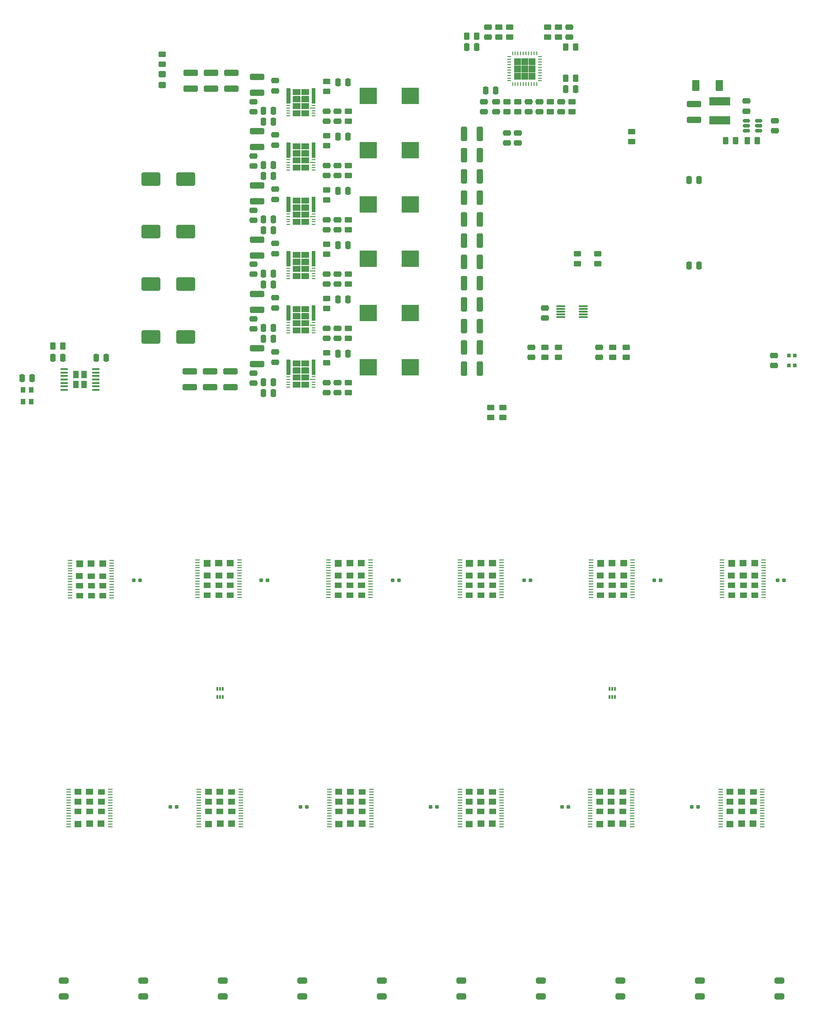
<source format=gtp>
G04 #@! TF.GenerationSoftware,KiCad,Pcbnew,8.0.6*
G04 #@! TF.CreationDate,2024-11-29T22:56:48+01:00*
G04 #@! TF.ProjectId,NerdEKO-Gamma-NoATX,4e657264-454b-44f2-9d47-616d6d612d4e,rev?*
G04 #@! TF.SameCoordinates,Original*
G04 #@! TF.FileFunction,Paste,Top*
G04 #@! TF.FilePolarity,Positive*
%FSLAX46Y46*%
G04 Gerber Fmt 4.6, Leading zero omitted, Abs format (unit mm)*
G04 Created by KiCad (PCBNEW 8.0.6) date 2024-11-29 22:56:48*
%MOMM*%
%LPD*%
G01*
G04 APERTURE LIST*
G04 Aperture macros list*
%AMRoundRect*
0 Rectangle with rounded corners*
0 $1 Rounding radius*
0 $2 $3 $4 $5 $6 $7 $8 $9 X,Y pos of 4 corners*
0 Add a 4 corners polygon primitive as box body*
4,1,4,$2,$3,$4,$5,$6,$7,$8,$9,$2,$3,0*
0 Add four circle primitives for the rounded corners*
1,1,$1+$1,$2,$3*
1,1,$1+$1,$4,$5*
1,1,$1+$1,$6,$7*
1,1,$1+$1,$8,$9*
0 Add four rect primitives between the rounded corners*
20,1,$1+$1,$2,$3,$4,$5,0*
20,1,$1+$1,$4,$5,$6,$7,0*
20,1,$1+$1,$6,$7,$8,$9,0*
20,1,$1+$1,$8,$9,$2,$3,0*%
G04 Aperture macros list end*
%ADD10C,0.001000*%
%ADD11C,0.000000*%
%ADD12C,0.010000*%
%ADD13RoundRect,0.250000X-0.475000X0.250000X-0.475000X-0.250000X0.475000X-0.250000X0.475000X0.250000X0*%
%ADD14RoundRect,0.250000X0.250000X0.475000X-0.250000X0.475000X-0.250000X-0.475000X0.250000X-0.475000X0*%
%ADD15RoundRect,0.250000X0.262500X0.450000X-0.262500X0.450000X-0.262500X-0.450000X0.262500X-0.450000X0*%
%ADD16RoundRect,0.250000X-0.250000X-0.475000X0.250000X-0.475000X0.250000X0.475000X-0.250000X0.475000X0*%
%ADD17RoundRect,0.250000X-0.262500X-0.450000X0.262500X-0.450000X0.262500X0.450000X-0.262500X0.450000X0*%
%ADD18RoundRect,0.250000X0.450000X-0.262500X0.450000X0.262500X-0.450000X0.262500X-0.450000X-0.262500X0*%
%ADD19R,3.300000X3.050000*%
%ADD20RoundRect,0.055250X-0.340750X-0.055250X0.340750X-0.055250X0.340750X0.055250X-0.340750X0.055250X0*%
%ADD21RoundRect,0.055250X0.340750X0.055250X-0.340750X0.055250X-0.340750X-0.055250X0.340750X-0.055250X0*%
%ADD22RoundRect,0.250000X0.475000X-0.250000X0.475000X0.250000X-0.475000X0.250000X-0.475000X-0.250000X0*%
%ADD23RoundRect,0.250000X-0.650000X0.325000X-0.650000X-0.325000X0.650000X-0.325000X0.650000X0.325000X0*%
%ADD24R,0.900000X1.000000*%
%ADD25RoundRect,0.250000X1.100000X-0.325000X1.100000X0.325000X-1.100000X0.325000X-1.100000X-0.325000X0*%
%ADD26RoundRect,0.160000X0.197500X0.160000X-0.197500X0.160000X-0.197500X-0.160000X0.197500X-0.160000X0*%
%ADD27RoundRect,0.250000X1.500000X1.000000X-1.500000X1.000000X-1.500000X-1.000000X1.500000X-1.000000X0*%
%ADD28RoundRect,0.250000X-1.100000X0.325000X-1.100000X-0.325000X1.100000X-0.325000X1.100000X0.325000X0*%
%ADD29RoundRect,0.250000X-0.450000X0.325000X-0.450000X-0.325000X0.450000X-0.325000X0.450000X0.325000X0*%
%ADD30RoundRect,0.250000X-0.325000X-1.100000X0.325000X-1.100000X0.325000X1.100000X-0.325000X1.100000X0*%
%ADD31RoundRect,0.160000X-0.197500X-0.160000X0.197500X-0.160000X0.197500X0.160000X-0.197500X0.160000X0*%
%ADD32R,0.700001X0.249999*%
%ADD33R,1.100000X0.249998*%
%ADD34R,0.800001X2.849999*%
%ADD35R,0.310000X0.660000*%
%ADD36RoundRect,0.250000X-0.450000X0.262500X-0.450000X-0.262500X0.450000X-0.262500X0.450000X0.262500X0*%
%ADD37RoundRect,0.150000X-0.512500X-0.150000X0.512500X-0.150000X0.512500X0.150000X-0.512500X0.150000X0*%
%ADD38RoundRect,0.049500X-0.250500X-0.060500X0.250500X-0.060500X0.250500X0.060500X-0.250500X0.060500X0*%
%ADD39RoundRect,0.049500X-0.060500X-0.250500X0.060500X-0.250500X0.060500X0.250500X-0.060500X0.250500X0*%
%ADD40RoundRect,0.087500X-0.725000X-0.087500X0.725000X-0.087500X0.725000X0.087500X-0.725000X0.087500X0*%
%ADD41R,1.450000X0.450000*%
%ADD42R,1.100000X1.400000*%
%ADD43R,0.700000X0.700000*%
%ADD44R,4.000000X1.500000*%
%ADD45RoundRect,0.250000X0.450000X0.800000X-0.450000X0.800000X-0.450000X-0.800000X0.450000X-0.800000X0*%
G04 APERTURE END LIST*
D10*
X171394000Y-135951667D02*
X170194000Y-135951667D01*
X170194000Y-135001667D01*
X171394000Y-135001667D01*
X171394000Y-135951667D01*
G36*
X171394000Y-135951667D02*
G01*
X170194000Y-135951667D01*
X170194000Y-135001667D01*
X171394000Y-135001667D01*
X171394000Y-135951667D01*
G37*
X171404000Y-137781667D02*
X170204000Y-137781667D01*
X170204000Y-136831667D01*
X171404000Y-136831667D01*
X171404000Y-137781667D01*
G36*
X171404000Y-137781667D02*
G01*
X170204000Y-137781667D01*
X170204000Y-136831667D01*
X171404000Y-136831667D01*
X171404000Y-137781667D01*
G37*
X171414000Y-139641667D02*
X170214000Y-139641667D01*
X170214000Y-138691667D01*
X171414000Y-138691667D01*
X171414000Y-139641667D01*
G36*
X171414000Y-139641667D02*
G01*
X170214000Y-139641667D01*
X170214000Y-138691667D01*
X171414000Y-138691667D01*
X171414000Y-139641667D01*
G37*
X171434000Y-133746667D02*
X170234000Y-133746667D01*
X170234000Y-132626667D01*
X171434000Y-132626667D01*
X171434000Y-133746667D01*
G36*
X171434000Y-133746667D02*
G01*
X170234000Y-133746667D01*
X170234000Y-132626667D01*
X171434000Y-132626667D01*
X171434000Y-133746667D01*
G37*
X173574000Y-133736667D02*
X172374000Y-133736667D01*
X172374000Y-132626667D01*
X173574000Y-132626667D01*
X173574000Y-133736667D01*
G36*
X173574000Y-133736667D02*
G01*
X172374000Y-133736667D01*
X172374000Y-132626667D01*
X173574000Y-132626667D01*
X173574000Y-133736667D01*
G37*
X173604000Y-135961667D02*
X172404000Y-135961667D01*
X172404000Y-135011667D01*
X173604000Y-135011667D01*
X173604000Y-135961667D01*
G36*
X173604000Y-135961667D02*
G01*
X172404000Y-135961667D01*
X172404000Y-135011667D01*
X173604000Y-135011667D01*
X173604000Y-135961667D01*
G37*
X173614000Y-137791667D02*
X172414000Y-137791667D01*
X172414000Y-136841667D01*
X173614000Y-136841667D01*
X173614000Y-137791667D01*
G36*
X173614000Y-137791667D02*
G01*
X172414000Y-137791667D01*
X172414000Y-136841667D01*
X173614000Y-136841667D01*
X173614000Y-137791667D01*
G37*
X173624000Y-139651667D02*
X172424000Y-139651667D01*
X172424000Y-138701667D01*
X173624000Y-138701667D01*
X173624000Y-139651667D01*
G36*
X173624000Y-139651667D02*
G01*
X172424000Y-139651667D01*
X172424000Y-138701667D01*
X173624000Y-138701667D01*
X173624000Y-139651667D01*
G37*
X175754000Y-133716667D02*
X174554000Y-133716667D01*
X174554000Y-132606667D01*
X175754000Y-132606667D01*
X175754000Y-133716667D01*
G36*
X175754000Y-133716667D02*
G01*
X174554000Y-133716667D01*
X174554000Y-132606667D01*
X175754000Y-132606667D01*
X175754000Y-133716667D01*
G37*
X175754000Y-135961667D02*
X174554000Y-135961667D01*
X174554000Y-135011667D01*
X175754000Y-135011667D01*
X175754000Y-135961667D01*
G36*
X175754000Y-135961667D02*
G01*
X174554000Y-135961667D01*
X174554000Y-135011667D01*
X175754000Y-135011667D01*
X175754000Y-135961667D01*
G37*
X175764000Y-137791667D02*
X174564000Y-137791667D01*
X174564000Y-136841667D01*
X175764000Y-136841667D01*
X175764000Y-137791667D01*
G36*
X175764000Y-137791667D02*
G01*
X174564000Y-137791667D01*
X174564000Y-136841667D01*
X175764000Y-136841667D01*
X175764000Y-137791667D01*
G37*
X175774000Y-139651667D02*
X174574000Y-139651667D01*
X174574000Y-138701667D01*
X175774000Y-138701667D01*
X175774000Y-139651667D01*
G36*
X175774000Y-139651667D02*
G01*
X174574000Y-139651667D01*
X174574000Y-138701667D01*
X175774000Y-138701667D01*
X175774000Y-139651667D01*
G37*
X72180802Y-175474999D02*
X73380802Y-175474999D01*
X73380802Y-176424999D01*
X72180802Y-176424999D01*
X72180802Y-175474999D01*
G36*
X72180802Y-175474999D02*
G01*
X73380802Y-175474999D01*
X73380802Y-176424999D01*
X72180802Y-176424999D01*
X72180802Y-175474999D01*
G37*
X72190802Y-177334999D02*
X73390802Y-177334999D01*
X73390802Y-178284999D01*
X72190802Y-178284999D01*
X72190802Y-177334999D01*
G36*
X72190802Y-177334999D02*
G01*
X73390802Y-177334999D01*
X73390802Y-178284999D01*
X72190802Y-178284999D01*
X72190802Y-177334999D01*
G37*
X72200802Y-179164999D02*
X73400802Y-179164999D01*
X73400802Y-180114999D01*
X72200802Y-180114999D01*
X72200802Y-179164999D01*
G36*
X72200802Y-179164999D02*
G01*
X73400802Y-179164999D01*
X73400802Y-180114999D01*
X72200802Y-180114999D01*
X72200802Y-179164999D01*
G37*
X72200802Y-181409999D02*
X73400802Y-181409999D01*
X73400802Y-182519999D01*
X72200802Y-182519999D01*
X72200802Y-181409999D01*
G36*
X72200802Y-181409999D02*
G01*
X73400802Y-181409999D01*
X73400802Y-182519999D01*
X72200802Y-182519999D01*
X72200802Y-181409999D01*
G37*
X74330802Y-175474999D02*
X75530802Y-175474999D01*
X75530802Y-176424999D01*
X74330802Y-176424999D01*
X74330802Y-175474999D01*
G36*
X74330802Y-175474999D02*
G01*
X75530802Y-175474999D01*
X75530802Y-176424999D01*
X74330802Y-176424999D01*
X74330802Y-175474999D01*
G37*
X74340802Y-177334999D02*
X75540802Y-177334999D01*
X75540802Y-178284999D01*
X74340802Y-178284999D01*
X74340802Y-177334999D01*
G36*
X74340802Y-177334999D02*
G01*
X75540802Y-177334999D01*
X75540802Y-178284999D01*
X74340802Y-178284999D01*
X74340802Y-177334999D01*
G37*
X74350802Y-179164999D02*
X75550802Y-179164999D01*
X75550802Y-180114999D01*
X74350802Y-180114999D01*
X74350802Y-179164999D01*
G36*
X74350802Y-179164999D02*
G01*
X75550802Y-179164999D01*
X75550802Y-180114999D01*
X74350802Y-180114999D01*
X74350802Y-179164999D01*
G37*
X74380802Y-181389999D02*
X75580802Y-181389999D01*
X75580802Y-182499999D01*
X74380802Y-182499999D01*
X74380802Y-181389999D01*
G36*
X74380802Y-181389999D02*
G01*
X75580802Y-181389999D01*
X75580802Y-182499999D01*
X74380802Y-182499999D01*
X74380802Y-181389999D01*
G37*
X76520802Y-181379999D02*
X77720802Y-181379999D01*
X77720802Y-182499999D01*
X76520802Y-182499999D01*
X76520802Y-181379999D01*
G36*
X76520802Y-181379999D02*
G01*
X77720802Y-181379999D01*
X77720802Y-182499999D01*
X76520802Y-182499999D01*
X76520802Y-181379999D01*
G37*
X76540802Y-175484999D02*
X77740802Y-175484999D01*
X77740802Y-176434999D01*
X76540802Y-176434999D01*
X76540802Y-175484999D01*
G36*
X76540802Y-175484999D02*
G01*
X77740802Y-175484999D01*
X77740802Y-176434999D01*
X76540802Y-176434999D01*
X76540802Y-175484999D01*
G37*
X76550802Y-177344999D02*
X77750802Y-177344999D01*
X77750802Y-178294999D01*
X76550802Y-178294999D01*
X76550802Y-177344999D01*
G36*
X76550802Y-177344999D02*
G01*
X77750802Y-177344999D01*
X77750802Y-178294999D01*
X76550802Y-178294999D01*
X76550802Y-177344999D01*
G37*
X76560802Y-179174999D02*
X77760802Y-179174999D01*
X77760802Y-180124999D01*
X76560802Y-180124999D01*
X76560802Y-179174999D01*
G36*
X76560802Y-179174999D02*
G01*
X77760802Y-179174999D01*
X77760802Y-180124999D01*
X76560802Y-180124999D01*
X76560802Y-179174999D01*
G37*
X97689599Y-135951667D02*
X96489599Y-135951667D01*
X96489599Y-135001667D01*
X97689599Y-135001667D01*
X97689599Y-135951667D01*
G36*
X97689599Y-135951667D02*
G01*
X96489599Y-135951667D01*
X96489599Y-135001667D01*
X97689599Y-135001667D01*
X97689599Y-135951667D01*
G37*
X97699599Y-137781667D02*
X96499599Y-137781667D01*
X96499599Y-136831667D01*
X97699599Y-136831667D01*
X97699599Y-137781667D01*
G36*
X97699599Y-137781667D02*
G01*
X96499599Y-137781667D01*
X96499599Y-136831667D01*
X97699599Y-136831667D01*
X97699599Y-137781667D01*
G37*
X97709599Y-139641667D02*
X96509599Y-139641667D01*
X96509599Y-138691667D01*
X97709599Y-138691667D01*
X97709599Y-139641667D01*
G36*
X97709599Y-139641667D02*
G01*
X96509599Y-139641667D01*
X96509599Y-138691667D01*
X97709599Y-138691667D01*
X97709599Y-139641667D01*
G37*
X97729599Y-133746667D02*
X96529599Y-133746667D01*
X96529599Y-132626667D01*
X97729599Y-132626667D01*
X97729599Y-133746667D01*
G36*
X97729599Y-133746667D02*
G01*
X96529599Y-133746667D01*
X96529599Y-132626667D01*
X97729599Y-132626667D01*
X97729599Y-133746667D01*
G37*
X99869599Y-133736667D02*
X98669599Y-133736667D01*
X98669599Y-132626667D01*
X99869599Y-132626667D01*
X99869599Y-133736667D01*
G36*
X99869599Y-133736667D02*
G01*
X98669599Y-133736667D01*
X98669599Y-132626667D01*
X99869599Y-132626667D01*
X99869599Y-133736667D01*
G37*
X99899599Y-135961667D02*
X98699599Y-135961667D01*
X98699599Y-135011667D01*
X99899599Y-135011667D01*
X99899599Y-135961667D01*
G36*
X99899599Y-135961667D02*
G01*
X98699599Y-135961667D01*
X98699599Y-135011667D01*
X99899599Y-135011667D01*
X99899599Y-135961667D01*
G37*
X99909599Y-137791667D02*
X98709599Y-137791667D01*
X98709599Y-136841667D01*
X99909599Y-136841667D01*
X99909599Y-137791667D01*
G36*
X99909599Y-137791667D02*
G01*
X98709599Y-137791667D01*
X98709599Y-136841667D01*
X99909599Y-136841667D01*
X99909599Y-137791667D01*
G37*
X99919599Y-139651667D02*
X98719599Y-139651667D01*
X98719599Y-138701667D01*
X99919599Y-138701667D01*
X99919599Y-139651667D01*
G36*
X99919599Y-139651667D02*
G01*
X98719599Y-139651667D01*
X98719599Y-138701667D01*
X99919599Y-138701667D01*
X99919599Y-139651667D01*
G37*
X102049599Y-133716667D02*
X100849599Y-133716667D01*
X100849599Y-132606667D01*
X102049599Y-132606667D01*
X102049599Y-133716667D01*
G36*
X102049599Y-133716667D02*
G01*
X100849599Y-133716667D01*
X100849599Y-132606667D01*
X102049599Y-132606667D01*
X102049599Y-133716667D01*
G37*
X102049599Y-135961667D02*
X100849599Y-135961667D01*
X100849599Y-135011667D01*
X102049599Y-135011667D01*
X102049599Y-135961667D01*
G36*
X102049599Y-135961667D02*
G01*
X100849599Y-135961667D01*
X100849599Y-135011667D01*
X102049599Y-135011667D01*
X102049599Y-135961667D01*
G37*
X102059599Y-137791667D02*
X100859599Y-137791667D01*
X100859599Y-136841667D01*
X102059599Y-136841667D01*
X102059599Y-137791667D01*
G36*
X102059599Y-137791667D02*
G01*
X100859599Y-137791667D01*
X100859599Y-136841667D01*
X102059599Y-136841667D01*
X102059599Y-137791667D01*
G37*
X102069599Y-139651667D02*
X100869599Y-139651667D01*
X100869599Y-138701667D01*
X102069599Y-138701667D01*
X102069599Y-139651667D01*
G36*
X102069599Y-139651667D02*
G01*
X100869599Y-139651667D01*
X100869599Y-138701667D01*
X102069599Y-138701667D01*
X102069599Y-139651667D01*
G37*
D11*
G36*
X90029437Y-95250968D02*
G01*
X90038891Y-95253835D01*
X90047603Y-95258494D01*
X90055241Y-95264760D01*
X90061509Y-95272398D01*
X90066168Y-95281112D01*
X90069035Y-95290566D01*
X90070003Y-95300399D01*
X90070003Y-96319599D01*
X90069035Y-96329431D01*
X90066168Y-96338885D01*
X90061509Y-96347600D01*
X90055241Y-96355238D01*
X90047603Y-96361504D01*
X90038891Y-96366162D01*
X90029437Y-96369030D01*
X90019602Y-96369998D01*
X88710405Y-96369998D01*
X88700570Y-96369030D01*
X88691116Y-96366162D01*
X88682404Y-96361504D01*
X88674766Y-96355238D01*
X88668497Y-96347600D01*
X88663839Y-96338885D01*
X88660971Y-96329431D01*
X88660003Y-96319599D01*
X88660003Y-95300399D01*
X88660971Y-95290566D01*
X88663839Y-95281112D01*
X88668497Y-95272398D01*
X88674766Y-95264760D01*
X88682404Y-95258494D01*
X88691116Y-95253835D01*
X88700570Y-95250968D01*
X88710405Y-95249997D01*
X90019602Y-95249997D01*
X90029437Y-95250968D01*
G37*
G36*
X90029437Y-96570968D02*
G01*
X90038891Y-96573835D01*
X90047603Y-96578494D01*
X90055241Y-96584760D01*
X90061509Y-96592398D01*
X90066168Y-96601112D01*
X90069035Y-96610566D01*
X90070003Y-96620399D01*
X90070003Y-97639599D01*
X90069035Y-97649431D01*
X90066168Y-97658885D01*
X90061509Y-97667600D01*
X90055241Y-97675238D01*
X90047603Y-97681504D01*
X90038891Y-97686162D01*
X90029437Y-97689030D01*
X90019602Y-97689998D01*
X88710405Y-97689998D01*
X88700570Y-97689030D01*
X88691116Y-97686162D01*
X88682404Y-97681504D01*
X88674766Y-97675238D01*
X88668497Y-97667600D01*
X88663839Y-97658885D01*
X88660971Y-97649431D01*
X88660003Y-97639599D01*
X88660003Y-96620399D01*
X88660971Y-96610566D01*
X88663839Y-96601112D01*
X88668497Y-96592398D01*
X88674766Y-96584760D01*
X88682404Y-96578494D01*
X88691116Y-96573835D01*
X88700570Y-96570968D01*
X88710405Y-96569997D01*
X90019602Y-96569997D01*
X90029437Y-96570968D01*
G37*
G36*
X90029437Y-97890970D02*
G01*
X90038891Y-97893838D01*
X90047603Y-97898496D01*
X90055241Y-97904762D01*
X90061509Y-97912400D01*
X90066168Y-97921115D01*
X90069035Y-97930569D01*
X90070003Y-97940401D01*
X90070003Y-98959601D01*
X90069035Y-98969434D01*
X90066168Y-98978888D01*
X90061509Y-98987602D01*
X90055241Y-98995240D01*
X90047603Y-99001506D01*
X90038891Y-99006165D01*
X90029437Y-99009032D01*
X90019602Y-99010003D01*
X88710405Y-99010003D01*
X88700570Y-99009032D01*
X88691116Y-99006165D01*
X88682404Y-99001506D01*
X88674766Y-98995240D01*
X88668497Y-98987602D01*
X88663839Y-98978888D01*
X88660971Y-98969434D01*
X88660003Y-98959601D01*
X88660003Y-97940401D01*
X88660971Y-97930569D01*
X88663839Y-97921115D01*
X88668497Y-97912400D01*
X88674766Y-97904762D01*
X88682404Y-97898496D01*
X88691116Y-97893838D01*
X88700570Y-97890970D01*
X88710405Y-97890002D01*
X90019602Y-97890002D01*
X90029437Y-97890970D01*
G37*
G36*
X90029437Y-99210970D02*
G01*
X90038891Y-99213838D01*
X90047603Y-99218496D01*
X90055241Y-99224762D01*
X90061509Y-99232400D01*
X90066168Y-99241115D01*
X90069035Y-99250569D01*
X90070003Y-99260401D01*
X90070003Y-100279601D01*
X90069035Y-100289434D01*
X90066168Y-100298888D01*
X90061509Y-100307602D01*
X90055241Y-100315240D01*
X90047603Y-100321506D01*
X90038891Y-100326165D01*
X90029437Y-100329032D01*
X90019602Y-100330003D01*
X88710405Y-100330003D01*
X88700570Y-100329032D01*
X88691116Y-100326165D01*
X88682404Y-100321506D01*
X88674766Y-100315240D01*
X88668497Y-100307602D01*
X88663839Y-100298888D01*
X88660971Y-100289434D01*
X88660003Y-100279601D01*
X88660003Y-99260401D01*
X88660971Y-99250569D01*
X88663839Y-99241115D01*
X88668497Y-99232400D01*
X88674766Y-99224762D01*
X88682404Y-99218496D01*
X88691116Y-99213838D01*
X88700570Y-99210970D01*
X88710405Y-99210002D01*
X90019602Y-99210002D01*
X90029437Y-99210970D01*
G37*
G36*
X91639436Y-95250968D02*
G01*
X91648890Y-95253835D01*
X91657602Y-95258494D01*
X91665240Y-95264760D01*
X91671509Y-95272398D01*
X91676167Y-95281112D01*
X91679035Y-95290566D01*
X91680003Y-95300399D01*
X91680003Y-96319599D01*
X91679035Y-96329431D01*
X91676167Y-96338885D01*
X91671509Y-96347600D01*
X91665240Y-96355238D01*
X91657602Y-96361504D01*
X91648890Y-96366162D01*
X91639436Y-96369030D01*
X91629601Y-96369998D01*
X90320404Y-96369998D01*
X90310569Y-96369030D01*
X90301115Y-96366162D01*
X90292403Y-96361504D01*
X90284765Y-96355238D01*
X90278497Y-96347600D01*
X90273838Y-96338885D01*
X90270971Y-96329431D01*
X90270003Y-96319599D01*
X90270003Y-95300399D01*
X90270971Y-95290566D01*
X90273838Y-95281112D01*
X90278497Y-95272398D01*
X90284765Y-95264760D01*
X90292403Y-95258494D01*
X90301115Y-95253835D01*
X90310569Y-95250968D01*
X90320404Y-95249997D01*
X91629601Y-95249997D01*
X91639436Y-95250968D01*
G37*
G36*
X91639436Y-96570968D02*
G01*
X91648890Y-96573835D01*
X91657602Y-96578494D01*
X91665240Y-96584760D01*
X91671509Y-96592398D01*
X91676167Y-96601112D01*
X91679035Y-96610566D01*
X91680003Y-96620399D01*
X91680003Y-97639599D01*
X91679035Y-97649431D01*
X91676167Y-97658885D01*
X91671509Y-97667600D01*
X91665240Y-97675238D01*
X91657602Y-97681504D01*
X91648890Y-97686162D01*
X91639436Y-97689030D01*
X91629601Y-97689998D01*
X90320404Y-97689998D01*
X90310569Y-97689030D01*
X90301115Y-97686162D01*
X90292403Y-97681504D01*
X90284765Y-97675238D01*
X90278497Y-97667600D01*
X90273838Y-97658885D01*
X90270971Y-97649431D01*
X90270003Y-97639599D01*
X90270003Y-96620399D01*
X90270971Y-96610566D01*
X90273838Y-96601112D01*
X90278497Y-96592398D01*
X90284765Y-96584760D01*
X90292403Y-96578494D01*
X90301115Y-96573835D01*
X90310569Y-96570968D01*
X90320404Y-96569997D01*
X91629601Y-96569997D01*
X91639436Y-96570968D01*
G37*
G36*
X91639436Y-97890970D02*
G01*
X91648890Y-97893838D01*
X91657602Y-97898496D01*
X91665240Y-97904762D01*
X91671509Y-97912400D01*
X91676167Y-97921115D01*
X91679035Y-97930569D01*
X91680003Y-97940401D01*
X91680003Y-98959601D01*
X91679035Y-98969434D01*
X91676167Y-98978888D01*
X91671509Y-98987602D01*
X91665240Y-98995240D01*
X91657602Y-99001506D01*
X91648890Y-99006165D01*
X91639436Y-99009032D01*
X91629601Y-99010003D01*
X90320404Y-99010003D01*
X90310569Y-99009032D01*
X90301115Y-99006165D01*
X90292403Y-99001506D01*
X90284765Y-98995240D01*
X90278497Y-98987602D01*
X90273838Y-98978888D01*
X90270971Y-98969434D01*
X90270003Y-98959601D01*
X90270003Y-97940401D01*
X90270971Y-97930569D01*
X90273838Y-97921115D01*
X90278497Y-97912400D01*
X90284765Y-97904762D01*
X90292403Y-97898496D01*
X90301115Y-97893838D01*
X90310569Y-97890970D01*
X90320404Y-97890002D01*
X91629601Y-97890002D01*
X91639436Y-97890970D01*
G37*
G36*
X91639436Y-99210970D02*
G01*
X91648890Y-99213838D01*
X91657602Y-99218496D01*
X91665240Y-99224762D01*
X91671509Y-99232400D01*
X91676167Y-99241115D01*
X91679035Y-99250569D01*
X91680003Y-99260401D01*
X91680003Y-100279601D01*
X91679035Y-100289434D01*
X91676167Y-100298888D01*
X91671509Y-100307602D01*
X91665240Y-100315240D01*
X91657602Y-100321506D01*
X91648890Y-100326165D01*
X91639436Y-100329032D01*
X91629601Y-100330003D01*
X90320404Y-100330003D01*
X90310569Y-100329032D01*
X90301115Y-100326165D01*
X90292403Y-100321506D01*
X90284765Y-100315240D01*
X90278497Y-100307602D01*
X90273838Y-100298888D01*
X90270971Y-100289434D01*
X90270003Y-100279601D01*
X90270003Y-99260401D01*
X90270971Y-99250569D01*
X90273838Y-99241115D01*
X90278497Y-99232400D01*
X90284765Y-99224762D01*
X90292403Y-99218496D01*
X90301115Y-99213838D01*
X90310569Y-99210970D01*
X90320404Y-99210002D01*
X91629601Y-99210002D01*
X91639436Y-99210970D01*
G37*
G36*
X88170004Y-95215001D02*
G01*
X88170004Y-97865001D01*
X88120005Y-97915001D01*
X87520003Y-97915001D01*
X87470003Y-97865001D01*
X87470003Y-97715001D01*
X87520003Y-97665002D01*
X87730005Y-97665002D01*
X87780005Y-97615002D01*
X87780005Y-97465002D01*
X87730005Y-97415002D01*
X87520003Y-97415002D01*
X87470003Y-97365002D01*
X87470003Y-97215000D01*
X87520003Y-97165000D01*
X87730005Y-97165000D01*
X87780005Y-97115000D01*
X87780005Y-96965000D01*
X87730005Y-96915000D01*
X87520003Y-96915000D01*
X87470003Y-96865001D01*
X87470003Y-96715001D01*
X87520003Y-96665001D01*
X87730005Y-96665001D01*
X87780005Y-96615001D01*
X87780005Y-96465001D01*
X87730005Y-96415001D01*
X87520003Y-96415001D01*
X87470003Y-96365002D01*
X87470003Y-96215002D01*
X87520003Y-96165002D01*
X87730005Y-96165002D01*
X87780005Y-96115002D01*
X87780005Y-95965000D01*
X87730005Y-95915000D01*
X87520003Y-95915000D01*
X87470003Y-95865000D01*
X87470003Y-95715000D01*
X87520003Y-95665000D01*
X87730005Y-95665000D01*
X87780005Y-95615001D01*
X87780005Y-95465001D01*
X87730005Y-95415001D01*
X87520003Y-95415001D01*
X87470003Y-95365001D01*
X87470003Y-95215001D01*
X87520003Y-95165001D01*
X88120005Y-95165001D01*
X88170004Y-95215001D01*
G37*
G36*
X92870003Y-95215001D02*
G01*
X92870003Y-95365001D01*
X92820003Y-95415001D01*
X92610001Y-95415001D01*
X92560001Y-95465001D01*
X92560001Y-95615001D01*
X92610001Y-95665000D01*
X92820003Y-95665000D01*
X92870003Y-95715000D01*
X92870003Y-95865000D01*
X92820003Y-95915000D01*
X92610001Y-95915000D01*
X92560001Y-95965000D01*
X92560001Y-96115002D01*
X92610001Y-96165002D01*
X92820003Y-96165002D01*
X92870003Y-96215002D01*
X92870003Y-96365002D01*
X92820003Y-96415001D01*
X92610001Y-96415001D01*
X92560001Y-96465001D01*
X92560001Y-96615001D01*
X92610001Y-96665001D01*
X92820003Y-96665001D01*
X92870003Y-96715001D01*
X92870003Y-96865001D01*
X92820003Y-96915000D01*
X92610001Y-96915000D01*
X92560001Y-96965000D01*
X92560001Y-97115000D01*
X92610001Y-97165000D01*
X92820003Y-97165000D01*
X92870003Y-97215000D01*
X92870003Y-97365002D01*
X92820003Y-97415002D01*
X92610001Y-97415002D01*
X92560001Y-97465002D01*
X92560001Y-97615002D01*
X92610001Y-97665002D01*
X92820003Y-97665002D01*
X92870003Y-97715001D01*
X92870003Y-97865001D01*
X92820003Y-97915001D01*
X92220001Y-97915001D01*
X92170002Y-97865001D01*
X92170002Y-95215001D01*
X92220001Y-95165001D01*
X92820003Y-95165001D01*
X92870003Y-95215001D01*
G37*
G36*
X90029437Y-64770968D02*
G01*
X90038891Y-64773835D01*
X90047603Y-64778494D01*
X90055241Y-64784760D01*
X90061509Y-64792398D01*
X90066168Y-64801112D01*
X90069035Y-64810566D01*
X90070003Y-64820399D01*
X90070003Y-65839599D01*
X90069035Y-65849431D01*
X90066168Y-65858885D01*
X90061509Y-65867600D01*
X90055241Y-65875238D01*
X90047603Y-65881504D01*
X90038891Y-65886162D01*
X90029437Y-65889030D01*
X90019602Y-65889998D01*
X88710405Y-65889998D01*
X88700570Y-65889030D01*
X88691116Y-65886162D01*
X88682404Y-65881504D01*
X88674766Y-65875238D01*
X88668497Y-65867600D01*
X88663839Y-65858885D01*
X88660971Y-65849431D01*
X88660003Y-65839599D01*
X88660003Y-64820399D01*
X88660971Y-64810566D01*
X88663839Y-64801112D01*
X88668497Y-64792398D01*
X88674766Y-64784760D01*
X88682404Y-64778494D01*
X88691116Y-64773835D01*
X88700570Y-64770968D01*
X88710405Y-64769997D01*
X90019602Y-64769997D01*
X90029437Y-64770968D01*
G37*
G36*
X90029437Y-66090968D02*
G01*
X90038891Y-66093835D01*
X90047603Y-66098494D01*
X90055241Y-66104760D01*
X90061509Y-66112398D01*
X90066168Y-66121112D01*
X90069035Y-66130566D01*
X90070003Y-66140399D01*
X90070003Y-67159599D01*
X90069035Y-67169431D01*
X90066168Y-67178885D01*
X90061509Y-67187600D01*
X90055241Y-67195238D01*
X90047603Y-67201504D01*
X90038891Y-67206162D01*
X90029437Y-67209030D01*
X90019602Y-67209998D01*
X88710405Y-67209998D01*
X88700570Y-67209030D01*
X88691116Y-67206162D01*
X88682404Y-67201504D01*
X88674766Y-67195238D01*
X88668497Y-67187600D01*
X88663839Y-67178885D01*
X88660971Y-67169431D01*
X88660003Y-67159599D01*
X88660003Y-66140399D01*
X88660971Y-66130566D01*
X88663839Y-66121112D01*
X88668497Y-66112398D01*
X88674766Y-66104760D01*
X88682404Y-66098494D01*
X88691116Y-66093835D01*
X88700570Y-66090968D01*
X88710405Y-66089997D01*
X90019602Y-66089997D01*
X90029437Y-66090968D01*
G37*
G36*
X90029437Y-67410970D02*
G01*
X90038891Y-67413838D01*
X90047603Y-67418496D01*
X90055241Y-67424762D01*
X90061509Y-67432400D01*
X90066168Y-67441115D01*
X90069035Y-67450569D01*
X90070003Y-67460401D01*
X90070003Y-68479601D01*
X90069035Y-68489434D01*
X90066168Y-68498888D01*
X90061509Y-68507602D01*
X90055241Y-68515240D01*
X90047603Y-68521506D01*
X90038891Y-68526165D01*
X90029437Y-68529032D01*
X90019602Y-68530003D01*
X88710405Y-68530003D01*
X88700570Y-68529032D01*
X88691116Y-68526165D01*
X88682404Y-68521506D01*
X88674766Y-68515240D01*
X88668497Y-68507602D01*
X88663839Y-68498888D01*
X88660971Y-68489434D01*
X88660003Y-68479601D01*
X88660003Y-67460401D01*
X88660971Y-67450569D01*
X88663839Y-67441115D01*
X88668497Y-67432400D01*
X88674766Y-67424762D01*
X88682404Y-67418496D01*
X88691116Y-67413838D01*
X88700570Y-67410970D01*
X88710405Y-67410002D01*
X90019602Y-67410002D01*
X90029437Y-67410970D01*
G37*
G36*
X90029437Y-68730970D02*
G01*
X90038891Y-68733838D01*
X90047603Y-68738496D01*
X90055241Y-68744762D01*
X90061509Y-68752400D01*
X90066168Y-68761115D01*
X90069035Y-68770569D01*
X90070003Y-68780401D01*
X90070003Y-69799601D01*
X90069035Y-69809434D01*
X90066168Y-69818888D01*
X90061509Y-69827602D01*
X90055241Y-69835240D01*
X90047603Y-69841506D01*
X90038891Y-69846165D01*
X90029437Y-69849032D01*
X90019602Y-69850003D01*
X88710405Y-69850003D01*
X88700570Y-69849032D01*
X88691116Y-69846165D01*
X88682404Y-69841506D01*
X88674766Y-69835240D01*
X88668497Y-69827602D01*
X88663839Y-69818888D01*
X88660971Y-69809434D01*
X88660003Y-69799601D01*
X88660003Y-68780401D01*
X88660971Y-68770569D01*
X88663839Y-68761115D01*
X88668497Y-68752400D01*
X88674766Y-68744762D01*
X88682404Y-68738496D01*
X88691116Y-68733838D01*
X88700570Y-68730970D01*
X88710405Y-68730002D01*
X90019602Y-68730002D01*
X90029437Y-68730970D01*
G37*
G36*
X91639436Y-64770968D02*
G01*
X91648890Y-64773835D01*
X91657602Y-64778494D01*
X91665240Y-64784760D01*
X91671509Y-64792398D01*
X91676167Y-64801112D01*
X91679035Y-64810566D01*
X91680003Y-64820399D01*
X91680003Y-65839599D01*
X91679035Y-65849431D01*
X91676167Y-65858885D01*
X91671509Y-65867600D01*
X91665240Y-65875238D01*
X91657602Y-65881504D01*
X91648890Y-65886162D01*
X91639436Y-65889030D01*
X91629601Y-65889998D01*
X90320404Y-65889998D01*
X90310569Y-65889030D01*
X90301115Y-65886162D01*
X90292403Y-65881504D01*
X90284765Y-65875238D01*
X90278497Y-65867600D01*
X90273838Y-65858885D01*
X90270971Y-65849431D01*
X90270003Y-65839599D01*
X90270003Y-64820399D01*
X90270971Y-64810566D01*
X90273838Y-64801112D01*
X90278497Y-64792398D01*
X90284765Y-64784760D01*
X90292403Y-64778494D01*
X90301115Y-64773835D01*
X90310569Y-64770968D01*
X90320404Y-64769997D01*
X91629601Y-64769997D01*
X91639436Y-64770968D01*
G37*
G36*
X91639436Y-66090968D02*
G01*
X91648890Y-66093835D01*
X91657602Y-66098494D01*
X91665240Y-66104760D01*
X91671509Y-66112398D01*
X91676167Y-66121112D01*
X91679035Y-66130566D01*
X91680003Y-66140399D01*
X91680003Y-67159599D01*
X91679035Y-67169431D01*
X91676167Y-67178885D01*
X91671509Y-67187600D01*
X91665240Y-67195238D01*
X91657602Y-67201504D01*
X91648890Y-67206162D01*
X91639436Y-67209030D01*
X91629601Y-67209998D01*
X90320404Y-67209998D01*
X90310569Y-67209030D01*
X90301115Y-67206162D01*
X90292403Y-67201504D01*
X90284765Y-67195238D01*
X90278497Y-67187600D01*
X90273838Y-67178885D01*
X90270971Y-67169431D01*
X90270003Y-67159599D01*
X90270003Y-66140399D01*
X90270971Y-66130566D01*
X90273838Y-66121112D01*
X90278497Y-66112398D01*
X90284765Y-66104760D01*
X90292403Y-66098494D01*
X90301115Y-66093835D01*
X90310569Y-66090968D01*
X90320404Y-66089997D01*
X91629601Y-66089997D01*
X91639436Y-66090968D01*
G37*
G36*
X91639436Y-67410970D02*
G01*
X91648890Y-67413838D01*
X91657602Y-67418496D01*
X91665240Y-67424762D01*
X91671509Y-67432400D01*
X91676167Y-67441115D01*
X91679035Y-67450569D01*
X91680003Y-67460401D01*
X91680003Y-68479601D01*
X91679035Y-68489434D01*
X91676167Y-68498888D01*
X91671509Y-68507602D01*
X91665240Y-68515240D01*
X91657602Y-68521506D01*
X91648890Y-68526165D01*
X91639436Y-68529032D01*
X91629601Y-68530003D01*
X90320404Y-68530003D01*
X90310569Y-68529032D01*
X90301115Y-68526165D01*
X90292403Y-68521506D01*
X90284765Y-68515240D01*
X90278497Y-68507602D01*
X90273838Y-68498888D01*
X90270971Y-68489434D01*
X90270003Y-68479601D01*
X90270003Y-67460401D01*
X90270971Y-67450569D01*
X90273838Y-67441115D01*
X90278497Y-67432400D01*
X90284765Y-67424762D01*
X90292403Y-67418496D01*
X90301115Y-67413838D01*
X90310569Y-67410970D01*
X90320404Y-67410002D01*
X91629601Y-67410002D01*
X91639436Y-67410970D01*
G37*
G36*
X91639436Y-68730970D02*
G01*
X91648890Y-68733838D01*
X91657602Y-68738496D01*
X91665240Y-68744762D01*
X91671509Y-68752400D01*
X91676167Y-68761115D01*
X91679035Y-68770569D01*
X91680003Y-68780401D01*
X91680003Y-69799601D01*
X91679035Y-69809434D01*
X91676167Y-69818888D01*
X91671509Y-69827602D01*
X91665240Y-69835240D01*
X91657602Y-69841506D01*
X91648890Y-69846165D01*
X91639436Y-69849032D01*
X91629601Y-69850003D01*
X90320404Y-69850003D01*
X90310569Y-69849032D01*
X90301115Y-69846165D01*
X90292403Y-69841506D01*
X90284765Y-69835240D01*
X90278497Y-69827602D01*
X90273838Y-69818888D01*
X90270971Y-69809434D01*
X90270003Y-69799601D01*
X90270003Y-68780401D01*
X90270971Y-68770569D01*
X90273838Y-68761115D01*
X90278497Y-68752400D01*
X90284765Y-68744762D01*
X90292403Y-68738496D01*
X90301115Y-68733838D01*
X90310569Y-68730970D01*
X90320404Y-68730002D01*
X91629601Y-68730002D01*
X91639436Y-68730970D01*
G37*
G36*
X88170004Y-64735001D02*
G01*
X88170004Y-67385001D01*
X88120005Y-67435001D01*
X87520003Y-67435001D01*
X87470003Y-67385001D01*
X87470003Y-67235001D01*
X87520003Y-67185002D01*
X87730005Y-67185002D01*
X87780005Y-67135002D01*
X87780005Y-66985002D01*
X87730005Y-66935002D01*
X87520003Y-66935002D01*
X87470003Y-66885002D01*
X87470003Y-66735000D01*
X87520003Y-66685000D01*
X87730005Y-66685000D01*
X87780005Y-66635000D01*
X87780005Y-66485000D01*
X87730005Y-66435000D01*
X87520003Y-66435000D01*
X87470003Y-66385001D01*
X87470003Y-66235001D01*
X87520003Y-66185001D01*
X87730005Y-66185001D01*
X87780005Y-66135001D01*
X87780005Y-65985001D01*
X87730005Y-65935001D01*
X87520003Y-65935001D01*
X87470003Y-65885002D01*
X87470003Y-65735002D01*
X87520003Y-65685002D01*
X87730005Y-65685002D01*
X87780005Y-65635002D01*
X87780005Y-65485000D01*
X87730005Y-65435000D01*
X87520003Y-65435000D01*
X87470003Y-65385000D01*
X87470003Y-65235000D01*
X87520003Y-65185000D01*
X87730005Y-65185000D01*
X87780005Y-65135001D01*
X87780005Y-64985001D01*
X87730005Y-64935001D01*
X87520003Y-64935001D01*
X87470003Y-64885001D01*
X87470003Y-64735001D01*
X87520003Y-64685001D01*
X88120005Y-64685001D01*
X88170004Y-64735001D01*
G37*
G36*
X92870003Y-64735001D02*
G01*
X92870003Y-64885001D01*
X92820003Y-64935001D01*
X92610001Y-64935001D01*
X92560001Y-64985001D01*
X92560001Y-65135001D01*
X92610001Y-65185000D01*
X92820003Y-65185000D01*
X92870003Y-65235000D01*
X92870003Y-65385000D01*
X92820003Y-65435000D01*
X92610001Y-65435000D01*
X92560001Y-65485000D01*
X92560001Y-65635002D01*
X92610001Y-65685002D01*
X92820003Y-65685002D01*
X92870003Y-65735002D01*
X92870003Y-65885002D01*
X92820003Y-65935001D01*
X92610001Y-65935001D01*
X92560001Y-65985001D01*
X92560001Y-66135001D01*
X92610001Y-66185001D01*
X92820003Y-66185001D01*
X92870003Y-66235001D01*
X92870003Y-66385001D01*
X92820003Y-66435000D01*
X92610001Y-66435000D01*
X92560001Y-66485000D01*
X92560001Y-66635000D01*
X92610001Y-66685000D01*
X92820003Y-66685000D01*
X92870003Y-66735000D01*
X92870003Y-66885002D01*
X92820003Y-66935002D01*
X92610001Y-66935002D01*
X92560001Y-66985002D01*
X92560001Y-67135002D01*
X92610001Y-67185002D01*
X92820003Y-67185002D01*
X92870003Y-67235001D01*
X92870003Y-67385001D01*
X92820003Y-67435001D01*
X92220001Y-67435001D01*
X92170002Y-67385001D01*
X92170002Y-64735001D01*
X92220001Y-64685001D01*
X92820003Y-64685001D01*
X92870003Y-64735001D01*
G37*
D10*
X96615602Y-175474999D02*
X97815602Y-175474999D01*
X97815602Y-176424999D01*
X96615602Y-176424999D01*
X96615602Y-175474999D01*
G36*
X96615602Y-175474999D02*
G01*
X97815602Y-175474999D01*
X97815602Y-176424999D01*
X96615602Y-176424999D01*
X96615602Y-175474999D01*
G37*
X96625602Y-177334999D02*
X97825602Y-177334999D01*
X97825602Y-178284999D01*
X96625602Y-178284999D01*
X96625602Y-177334999D01*
G36*
X96625602Y-177334999D02*
G01*
X97825602Y-177334999D01*
X97825602Y-178284999D01*
X96625602Y-178284999D01*
X96625602Y-177334999D01*
G37*
X96635602Y-179164999D02*
X97835602Y-179164999D01*
X97835602Y-180114999D01*
X96635602Y-180114999D01*
X96635602Y-179164999D01*
G36*
X96635602Y-179164999D02*
G01*
X97835602Y-179164999D01*
X97835602Y-180114999D01*
X96635602Y-180114999D01*
X96635602Y-179164999D01*
G37*
X96635602Y-181409999D02*
X97835602Y-181409999D01*
X97835602Y-182519999D01*
X96635602Y-182519999D01*
X96635602Y-181409999D01*
G36*
X96635602Y-181409999D02*
G01*
X97835602Y-181409999D01*
X97835602Y-182519999D01*
X96635602Y-182519999D01*
X96635602Y-181409999D01*
G37*
X98765602Y-175474999D02*
X99965602Y-175474999D01*
X99965602Y-176424999D01*
X98765602Y-176424999D01*
X98765602Y-175474999D01*
G36*
X98765602Y-175474999D02*
G01*
X99965602Y-175474999D01*
X99965602Y-176424999D01*
X98765602Y-176424999D01*
X98765602Y-175474999D01*
G37*
X98775602Y-177334999D02*
X99975602Y-177334999D01*
X99975602Y-178284999D01*
X98775602Y-178284999D01*
X98775602Y-177334999D01*
G36*
X98775602Y-177334999D02*
G01*
X99975602Y-177334999D01*
X99975602Y-178284999D01*
X98775602Y-178284999D01*
X98775602Y-177334999D01*
G37*
X98785602Y-179164999D02*
X99985602Y-179164999D01*
X99985602Y-180114999D01*
X98785602Y-180114999D01*
X98785602Y-179164999D01*
G36*
X98785602Y-179164999D02*
G01*
X99985602Y-179164999D01*
X99985602Y-180114999D01*
X98785602Y-180114999D01*
X98785602Y-179164999D01*
G37*
X98815602Y-181389999D02*
X100015602Y-181389999D01*
X100015602Y-182499999D01*
X98815602Y-182499999D01*
X98815602Y-181389999D01*
G36*
X98815602Y-181389999D02*
G01*
X100015602Y-181389999D01*
X100015602Y-182499999D01*
X98815602Y-182499999D01*
X98815602Y-181389999D01*
G37*
X100955602Y-181379999D02*
X102155602Y-181379999D01*
X102155602Y-182499999D01*
X100955602Y-182499999D01*
X100955602Y-181379999D01*
G36*
X100955602Y-181379999D02*
G01*
X102155602Y-181379999D01*
X102155602Y-182499999D01*
X100955602Y-182499999D01*
X100955602Y-181379999D01*
G37*
X100975602Y-175484999D02*
X102175602Y-175484999D01*
X102175602Y-176434999D01*
X100975602Y-176434999D01*
X100975602Y-175484999D01*
G36*
X100975602Y-175484999D02*
G01*
X102175602Y-175484999D01*
X102175602Y-176434999D01*
X100975602Y-176434999D01*
X100975602Y-175484999D01*
G37*
X100985602Y-177344999D02*
X102185602Y-177344999D01*
X102185602Y-178294999D01*
X100985602Y-178294999D01*
X100985602Y-177344999D01*
G36*
X100985602Y-177344999D02*
G01*
X102185602Y-177344999D01*
X102185602Y-178294999D01*
X100985602Y-178294999D01*
X100985602Y-177344999D01*
G37*
X100995602Y-179174999D02*
X102195602Y-179174999D01*
X102195602Y-180124999D01*
X100995602Y-180124999D01*
X100995602Y-179174999D01*
G36*
X100995602Y-179174999D02*
G01*
X102195602Y-179174999D01*
X102195602Y-180124999D01*
X100995602Y-180124999D01*
X100995602Y-179174999D01*
G37*
X121050400Y-175475000D02*
X122250400Y-175475000D01*
X122250400Y-176425000D01*
X121050400Y-176425000D01*
X121050400Y-175475000D01*
G36*
X121050400Y-175475000D02*
G01*
X122250400Y-175475000D01*
X122250400Y-176425000D01*
X121050400Y-176425000D01*
X121050400Y-175475000D01*
G37*
X121060400Y-177335000D02*
X122260400Y-177335000D01*
X122260400Y-178285000D01*
X121060400Y-178285000D01*
X121060400Y-177335000D01*
G36*
X121060400Y-177335000D02*
G01*
X122260400Y-177335000D01*
X122260400Y-178285000D01*
X121060400Y-178285000D01*
X121060400Y-177335000D01*
G37*
X121070400Y-179165000D02*
X122270400Y-179165000D01*
X122270400Y-180115000D01*
X121070400Y-180115000D01*
X121070400Y-179165000D01*
G36*
X121070400Y-179165000D02*
G01*
X122270400Y-179165000D01*
X122270400Y-180115000D01*
X121070400Y-180115000D01*
X121070400Y-179165000D01*
G37*
X121070400Y-181410000D02*
X122270400Y-181410000D01*
X122270400Y-182520000D01*
X121070400Y-182520000D01*
X121070400Y-181410000D01*
G36*
X121070400Y-181410000D02*
G01*
X122270400Y-181410000D01*
X122270400Y-182520000D01*
X121070400Y-182520000D01*
X121070400Y-181410000D01*
G37*
X123200400Y-175475000D02*
X124400400Y-175475000D01*
X124400400Y-176425000D01*
X123200400Y-176425000D01*
X123200400Y-175475000D01*
G36*
X123200400Y-175475000D02*
G01*
X124400400Y-175475000D01*
X124400400Y-176425000D01*
X123200400Y-176425000D01*
X123200400Y-175475000D01*
G37*
X123210400Y-177335000D02*
X124410400Y-177335000D01*
X124410400Y-178285000D01*
X123210400Y-178285000D01*
X123210400Y-177335000D01*
G36*
X123210400Y-177335000D02*
G01*
X124410400Y-177335000D01*
X124410400Y-178285000D01*
X123210400Y-178285000D01*
X123210400Y-177335000D01*
G37*
X123220400Y-179165000D02*
X124420400Y-179165000D01*
X124420400Y-180115000D01*
X123220400Y-180115000D01*
X123220400Y-179165000D01*
G36*
X123220400Y-179165000D02*
G01*
X124420400Y-179165000D01*
X124420400Y-180115000D01*
X123220400Y-180115000D01*
X123220400Y-179165000D01*
G37*
X123250400Y-181390000D02*
X124450400Y-181390000D01*
X124450400Y-182500000D01*
X123250400Y-182500000D01*
X123250400Y-181390000D01*
G36*
X123250400Y-181390000D02*
G01*
X124450400Y-181390000D01*
X124450400Y-182500000D01*
X123250400Y-182500000D01*
X123250400Y-181390000D01*
G37*
X125390400Y-181380000D02*
X126590400Y-181380000D01*
X126590400Y-182500000D01*
X125390400Y-182500000D01*
X125390400Y-181380000D01*
G36*
X125390400Y-181380000D02*
G01*
X126590400Y-181380000D01*
X126590400Y-182500000D01*
X125390400Y-182500000D01*
X125390400Y-181380000D01*
G37*
X125410400Y-175485000D02*
X126610400Y-175485000D01*
X126610400Y-176435000D01*
X125410400Y-176435000D01*
X125410400Y-175485000D01*
G36*
X125410400Y-175485000D02*
G01*
X126610400Y-175485000D01*
X126610400Y-176435000D01*
X125410400Y-176435000D01*
X125410400Y-175485000D01*
G37*
X125420400Y-177345000D02*
X126620400Y-177345000D01*
X126620400Y-178295000D01*
X125420400Y-178295000D01*
X125420400Y-177345000D01*
G36*
X125420400Y-177345000D02*
G01*
X126620400Y-177345000D01*
X126620400Y-178295000D01*
X125420400Y-178295000D01*
X125420400Y-177345000D01*
G37*
X125430400Y-179175000D02*
X126630400Y-179175000D01*
X126630400Y-180125000D01*
X125430400Y-180125000D01*
X125430400Y-179175000D01*
G36*
X125430400Y-179175000D02*
G01*
X126630400Y-179175000D01*
X126630400Y-180125000D01*
X125430400Y-180125000D01*
X125430400Y-179175000D01*
G37*
D11*
G36*
X90029437Y-44450968D02*
G01*
X90038891Y-44453835D01*
X90047603Y-44458494D01*
X90055241Y-44464760D01*
X90061509Y-44472398D01*
X90066168Y-44481112D01*
X90069035Y-44490566D01*
X90070003Y-44500399D01*
X90070003Y-45519599D01*
X90069035Y-45529431D01*
X90066168Y-45538885D01*
X90061509Y-45547600D01*
X90055241Y-45555238D01*
X90047603Y-45561504D01*
X90038891Y-45566162D01*
X90029437Y-45569030D01*
X90019602Y-45569998D01*
X88710405Y-45569998D01*
X88700570Y-45569030D01*
X88691116Y-45566162D01*
X88682404Y-45561504D01*
X88674766Y-45555238D01*
X88668497Y-45547600D01*
X88663839Y-45538885D01*
X88660971Y-45529431D01*
X88660003Y-45519599D01*
X88660003Y-44500399D01*
X88660971Y-44490566D01*
X88663839Y-44481112D01*
X88668497Y-44472398D01*
X88674766Y-44464760D01*
X88682404Y-44458494D01*
X88691116Y-44453835D01*
X88700570Y-44450968D01*
X88710405Y-44449997D01*
X90019602Y-44449997D01*
X90029437Y-44450968D01*
G37*
G36*
X90029437Y-45770968D02*
G01*
X90038891Y-45773835D01*
X90047603Y-45778494D01*
X90055241Y-45784760D01*
X90061509Y-45792398D01*
X90066168Y-45801112D01*
X90069035Y-45810566D01*
X90070003Y-45820399D01*
X90070003Y-46839599D01*
X90069035Y-46849431D01*
X90066168Y-46858885D01*
X90061509Y-46867600D01*
X90055241Y-46875238D01*
X90047603Y-46881504D01*
X90038891Y-46886162D01*
X90029437Y-46889030D01*
X90019602Y-46889998D01*
X88710405Y-46889998D01*
X88700570Y-46889030D01*
X88691116Y-46886162D01*
X88682404Y-46881504D01*
X88674766Y-46875238D01*
X88668497Y-46867600D01*
X88663839Y-46858885D01*
X88660971Y-46849431D01*
X88660003Y-46839599D01*
X88660003Y-45820399D01*
X88660971Y-45810566D01*
X88663839Y-45801112D01*
X88668497Y-45792398D01*
X88674766Y-45784760D01*
X88682404Y-45778494D01*
X88691116Y-45773835D01*
X88700570Y-45770968D01*
X88710405Y-45769997D01*
X90019602Y-45769997D01*
X90029437Y-45770968D01*
G37*
G36*
X90029437Y-47090970D02*
G01*
X90038891Y-47093838D01*
X90047603Y-47098496D01*
X90055241Y-47104762D01*
X90061509Y-47112400D01*
X90066168Y-47121115D01*
X90069035Y-47130569D01*
X90070003Y-47140401D01*
X90070003Y-48159601D01*
X90069035Y-48169434D01*
X90066168Y-48178888D01*
X90061509Y-48187602D01*
X90055241Y-48195240D01*
X90047603Y-48201506D01*
X90038891Y-48206165D01*
X90029437Y-48209032D01*
X90019602Y-48210003D01*
X88710405Y-48210003D01*
X88700570Y-48209032D01*
X88691116Y-48206165D01*
X88682404Y-48201506D01*
X88674766Y-48195240D01*
X88668497Y-48187602D01*
X88663839Y-48178888D01*
X88660971Y-48169434D01*
X88660003Y-48159601D01*
X88660003Y-47140401D01*
X88660971Y-47130569D01*
X88663839Y-47121115D01*
X88668497Y-47112400D01*
X88674766Y-47104762D01*
X88682404Y-47098496D01*
X88691116Y-47093838D01*
X88700570Y-47090970D01*
X88710405Y-47090002D01*
X90019602Y-47090002D01*
X90029437Y-47090970D01*
G37*
G36*
X90029437Y-48410970D02*
G01*
X90038891Y-48413838D01*
X90047603Y-48418496D01*
X90055241Y-48424762D01*
X90061509Y-48432400D01*
X90066168Y-48441115D01*
X90069035Y-48450569D01*
X90070003Y-48460401D01*
X90070003Y-49479601D01*
X90069035Y-49489434D01*
X90066168Y-49498888D01*
X90061509Y-49507602D01*
X90055241Y-49515240D01*
X90047603Y-49521506D01*
X90038891Y-49526165D01*
X90029437Y-49529032D01*
X90019602Y-49530003D01*
X88710405Y-49530003D01*
X88700570Y-49529032D01*
X88691116Y-49526165D01*
X88682404Y-49521506D01*
X88674766Y-49515240D01*
X88668497Y-49507602D01*
X88663839Y-49498888D01*
X88660971Y-49489434D01*
X88660003Y-49479601D01*
X88660003Y-48460401D01*
X88660971Y-48450569D01*
X88663839Y-48441115D01*
X88668497Y-48432400D01*
X88674766Y-48424762D01*
X88682404Y-48418496D01*
X88691116Y-48413838D01*
X88700570Y-48410970D01*
X88710405Y-48410002D01*
X90019602Y-48410002D01*
X90029437Y-48410970D01*
G37*
G36*
X91639436Y-44450968D02*
G01*
X91648890Y-44453835D01*
X91657602Y-44458494D01*
X91665240Y-44464760D01*
X91671509Y-44472398D01*
X91676167Y-44481112D01*
X91679035Y-44490566D01*
X91680003Y-44500399D01*
X91680003Y-45519599D01*
X91679035Y-45529431D01*
X91676167Y-45538885D01*
X91671509Y-45547600D01*
X91665240Y-45555238D01*
X91657602Y-45561504D01*
X91648890Y-45566162D01*
X91639436Y-45569030D01*
X91629601Y-45569998D01*
X90320404Y-45569998D01*
X90310569Y-45569030D01*
X90301115Y-45566162D01*
X90292403Y-45561504D01*
X90284765Y-45555238D01*
X90278497Y-45547600D01*
X90273838Y-45538885D01*
X90270971Y-45529431D01*
X90270003Y-45519599D01*
X90270003Y-44500399D01*
X90270971Y-44490566D01*
X90273838Y-44481112D01*
X90278497Y-44472398D01*
X90284765Y-44464760D01*
X90292403Y-44458494D01*
X90301115Y-44453835D01*
X90310569Y-44450968D01*
X90320404Y-44449997D01*
X91629601Y-44449997D01*
X91639436Y-44450968D01*
G37*
G36*
X91639436Y-45770968D02*
G01*
X91648890Y-45773835D01*
X91657602Y-45778494D01*
X91665240Y-45784760D01*
X91671509Y-45792398D01*
X91676167Y-45801112D01*
X91679035Y-45810566D01*
X91680003Y-45820399D01*
X91680003Y-46839599D01*
X91679035Y-46849431D01*
X91676167Y-46858885D01*
X91671509Y-46867600D01*
X91665240Y-46875238D01*
X91657602Y-46881504D01*
X91648890Y-46886162D01*
X91639436Y-46889030D01*
X91629601Y-46889998D01*
X90320404Y-46889998D01*
X90310569Y-46889030D01*
X90301115Y-46886162D01*
X90292403Y-46881504D01*
X90284765Y-46875238D01*
X90278497Y-46867600D01*
X90273838Y-46858885D01*
X90270971Y-46849431D01*
X90270003Y-46839599D01*
X90270003Y-45820399D01*
X90270971Y-45810566D01*
X90273838Y-45801112D01*
X90278497Y-45792398D01*
X90284765Y-45784760D01*
X90292403Y-45778494D01*
X90301115Y-45773835D01*
X90310569Y-45770968D01*
X90320404Y-45769997D01*
X91629601Y-45769997D01*
X91639436Y-45770968D01*
G37*
G36*
X91639436Y-47090970D02*
G01*
X91648890Y-47093838D01*
X91657602Y-47098496D01*
X91665240Y-47104762D01*
X91671509Y-47112400D01*
X91676167Y-47121115D01*
X91679035Y-47130569D01*
X91680003Y-47140401D01*
X91680003Y-48159601D01*
X91679035Y-48169434D01*
X91676167Y-48178888D01*
X91671509Y-48187602D01*
X91665240Y-48195240D01*
X91657602Y-48201506D01*
X91648890Y-48206165D01*
X91639436Y-48209032D01*
X91629601Y-48210003D01*
X90320404Y-48210003D01*
X90310569Y-48209032D01*
X90301115Y-48206165D01*
X90292403Y-48201506D01*
X90284765Y-48195240D01*
X90278497Y-48187602D01*
X90273838Y-48178888D01*
X90270971Y-48169434D01*
X90270003Y-48159601D01*
X90270003Y-47140401D01*
X90270971Y-47130569D01*
X90273838Y-47121115D01*
X90278497Y-47112400D01*
X90284765Y-47104762D01*
X90292403Y-47098496D01*
X90301115Y-47093838D01*
X90310569Y-47090970D01*
X90320404Y-47090002D01*
X91629601Y-47090002D01*
X91639436Y-47090970D01*
G37*
G36*
X91639436Y-48410970D02*
G01*
X91648890Y-48413838D01*
X91657602Y-48418496D01*
X91665240Y-48424762D01*
X91671509Y-48432400D01*
X91676167Y-48441115D01*
X91679035Y-48450569D01*
X91680003Y-48460401D01*
X91680003Y-49479601D01*
X91679035Y-49489434D01*
X91676167Y-49498888D01*
X91671509Y-49507602D01*
X91665240Y-49515240D01*
X91657602Y-49521506D01*
X91648890Y-49526165D01*
X91639436Y-49529032D01*
X91629601Y-49530003D01*
X90320404Y-49530003D01*
X90310569Y-49529032D01*
X90301115Y-49526165D01*
X90292403Y-49521506D01*
X90284765Y-49515240D01*
X90278497Y-49507602D01*
X90273838Y-49498888D01*
X90270971Y-49489434D01*
X90270003Y-49479601D01*
X90270003Y-48460401D01*
X90270971Y-48450569D01*
X90273838Y-48441115D01*
X90278497Y-48432400D01*
X90284765Y-48424762D01*
X90292403Y-48418496D01*
X90301115Y-48413838D01*
X90310569Y-48410970D01*
X90320404Y-48410002D01*
X91629601Y-48410002D01*
X91639436Y-48410970D01*
G37*
G36*
X88170004Y-44415001D02*
G01*
X88170004Y-47065001D01*
X88120005Y-47115001D01*
X87520003Y-47115001D01*
X87470003Y-47065001D01*
X87470003Y-46915001D01*
X87520003Y-46865002D01*
X87730005Y-46865002D01*
X87780005Y-46815002D01*
X87780005Y-46665002D01*
X87730005Y-46615002D01*
X87520003Y-46615002D01*
X87470003Y-46565002D01*
X87470003Y-46415000D01*
X87520003Y-46365000D01*
X87730005Y-46365000D01*
X87780005Y-46315000D01*
X87780005Y-46165000D01*
X87730005Y-46115000D01*
X87520003Y-46115000D01*
X87470003Y-46065001D01*
X87470003Y-45915001D01*
X87520003Y-45865001D01*
X87730005Y-45865001D01*
X87780005Y-45815001D01*
X87780005Y-45665001D01*
X87730005Y-45615001D01*
X87520003Y-45615001D01*
X87470003Y-45565002D01*
X87470003Y-45415002D01*
X87520003Y-45365002D01*
X87730005Y-45365002D01*
X87780005Y-45315002D01*
X87780005Y-45165000D01*
X87730005Y-45115000D01*
X87520003Y-45115000D01*
X87470003Y-45065000D01*
X87470003Y-44915000D01*
X87520003Y-44865000D01*
X87730005Y-44865000D01*
X87780005Y-44815001D01*
X87780005Y-44665001D01*
X87730005Y-44615001D01*
X87520003Y-44615001D01*
X87470003Y-44565001D01*
X87470003Y-44415001D01*
X87520003Y-44365001D01*
X88120005Y-44365001D01*
X88170004Y-44415001D01*
G37*
G36*
X92870003Y-44415001D02*
G01*
X92870003Y-44565001D01*
X92820003Y-44615001D01*
X92610001Y-44615001D01*
X92560001Y-44665001D01*
X92560001Y-44815001D01*
X92610001Y-44865000D01*
X92820003Y-44865000D01*
X92870003Y-44915000D01*
X92870003Y-45065000D01*
X92820003Y-45115000D01*
X92610001Y-45115000D01*
X92560001Y-45165000D01*
X92560001Y-45315002D01*
X92610001Y-45365002D01*
X92820003Y-45365002D01*
X92870003Y-45415002D01*
X92870003Y-45565002D01*
X92820003Y-45615001D01*
X92610001Y-45615001D01*
X92560001Y-45665001D01*
X92560001Y-45815001D01*
X92610001Y-45865001D01*
X92820003Y-45865001D01*
X92870003Y-45915001D01*
X92870003Y-46065001D01*
X92820003Y-46115000D01*
X92610001Y-46115000D01*
X92560001Y-46165000D01*
X92560001Y-46315000D01*
X92610001Y-46365000D01*
X92820003Y-46365000D01*
X92870003Y-46415000D01*
X92870003Y-46565002D01*
X92820003Y-46615002D01*
X92610001Y-46615002D01*
X92560001Y-46665002D01*
X92560001Y-46815002D01*
X92610001Y-46865002D01*
X92820003Y-46865002D01*
X92870003Y-46915001D01*
X92870003Y-47065001D01*
X92820003Y-47115001D01*
X92220001Y-47115001D01*
X92170002Y-47065001D01*
X92170002Y-44415001D01*
X92220001Y-44365001D01*
X92820003Y-44365001D01*
X92870003Y-44415001D01*
G37*
D12*
X131253000Y-38686000D02*
X131255000Y-38686000D01*
X131258000Y-38687000D01*
X131260000Y-38687000D01*
X131263000Y-38688000D01*
X131265000Y-38689000D01*
X131268000Y-38690000D01*
X131270000Y-38692000D01*
X131272000Y-38693000D01*
X131274000Y-38695000D01*
X131276000Y-38696000D01*
X131278000Y-38698000D01*
X131280000Y-38700000D01*
X131282000Y-38702000D01*
X131284000Y-38704000D01*
X131285000Y-38706000D01*
X131287000Y-38708000D01*
X131288000Y-38710000D01*
X131290000Y-38712000D01*
X131291000Y-38715000D01*
X131292000Y-38717000D01*
X131293000Y-38720000D01*
X131293000Y-38722000D01*
X131294000Y-38725000D01*
X131294000Y-38727000D01*
X131295000Y-38730000D01*
X131295000Y-38732000D01*
X131295000Y-38735000D01*
X131295000Y-39805000D01*
X131295000Y-39808000D01*
X131295000Y-39810000D01*
X131294000Y-39813000D01*
X131294000Y-39815000D01*
X131293000Y-39818000D01*
X131293000Y-39820000D01*
X131292000Y-39823000D01*
X131291000Y-39825000D01*
X131290000Y-39828000D01*
X131288000Y-39830000D01*
X131287000Y-39832000D01*
X131285000Y-39834000D01*
X131284000Y-39836000D01*
X131282000Y-39838000D01*
X131280000Y-39840000D01*
X131278000Y-39842000D01*
X131276000Y-39844000D01*
X131274000Y-39845000D01*
X131272000Y-39847000D01*
X131270000Y-39848000D01*
X131268000Y-39850000D01*
X131265000Y-39851000D01*
X131263000Y-39852000D01*
X131260000Y-39853000D01*
X131258000Y-39853000D01*
X131255000Y-39854000D01*
X131253000Y-39854000D01*
X131250000Y-39855000D01*
X131248000Y-39855000D01*
X131245000Y-39855000D01*
X130175000Y-39855000D01*
X130172000Y-39855000D01*
X130170000Y-39855000D01*
X130167000Y-39854000D01*
X130165000Y-39854000D01*
X130162000Y-39853000D01*
X130160000Y-39853000D01*
X130157000Y-39852000D01*
X130155000Y-39851000D01*
X130152000Y-39850000D01*
X130150000Y-39848000D01*
X130148000Y-39847000D01*
X130146000Y-39845000D01*
X130144000Y-39844000D01*
X130142000Y-39842000D01*
X130140000Y-39840000D01*
X130138000Y-39838000D01*
X130136000Y-39836000D01*
X130135000Y-39834000D01*
X130133000Y-39832000D01*
X130132000Y-39830000D01*
X130130000Y-39828000D01*
X130129000Y-39825000D01*
X130128000Y-39823000D01*
X130127000Y-39820000D01*
X130127000Y-39818000D01*
X130126000Y-39815000D01*
X130126000Y-39813000D01*
X130125000Y-39810000D01*
X130125000Y-39808000D01*
X130125000Y-39805000D01*
X130125000Y-38735000D01*
X130125000Y-38732000D01*
X130125000Y-38730000D01*
X130126000Y-38727000D01*
X130126000Y-38725000D01*
X130127000Y-38722000D01*
X130127000Y-38720000D01*
X130128000Y-38717000D01*
X130129000Y-38715000D01*
X130130000Y-38712000D01*
X130132000Y-38710000D01*
X130133000Y-38708000D01*
X130135000Y-38706000D01*
X130136000Y-38704000D01*
X130138000Y-38702000D01*
X130140000Y-38700000D01*
X130142000Y-38698000D01*
X130144000Y-38696000D01*
X130146000Y-38695000D01*
X130148000Y-38693000D01*
X130150000Y-38692000D01*
X130152000Y-38690000D01*
X130155000Y-38689000D01*
X130157000Y-38688000D01*
X130160000Y-38687000D01*
X130162000Y-38687000D01*
X130165000Y-38686000D01*
X130167000Y-38686000D01*
X130170000Y-38685000D01*
X130172000Y-38685000D01*
X130175000Y-38685000D01*
X131245000Y-38685000D01*
X131248000Y-38685000D01*
X131250000Y-38685000D01*
X131253000Y-38686000D01*
G36*
X131253000Y-38686000D02*
G01*
X131255000Y-38686000D01*
X131258000Y-38687000D01*
X131260000Y-38687000D01*
X131263000Y-38688000D01*
X131265000Y-38689000D01*
X131268000Y-38690000D01*
X131270000Y-38692000D01*
X131272000Y-38693000D01*
X131274000Y-38695000D01*
X131276000Y-38696000D01*
X131278000Y-38698000D01*
X131280000Y-38700000D01*
X131282000Y-38702000D01*
X131284000Y-38704000D01*
X131285000Y-38706000D01*
X131287000Y-38708000D01*
X131288000Y-38710000D01*
X131290000Y-38712000D01*
X131291000Y-38715000D01*
X131292000Y-38717000D01*
X131293000Y-38720000D01*
X131293000Y-38722000D01*
X131294000Y-38725000D01*
X131294000Y-38727000D01*
X131295000Y-38730000D01*
X131295000Y-38732000D01*
X131295000Y-38735000D01*
X131295000Y-39805000D01*
X131295000Y-39808000D01*
X131295000Y-39810000D01*
X131294000Y-39813000D01*
X131294000Y-39815000D01*
X131293000Y-39818000D01*
X131293000Y-39820000D01*
X131292000Y-39823000D01*
X131291000Y-39825000D01*
X131290000Y-39828000D01*
X131288000Y-39830000D01*
X131287000Y-39832000D01*
X131285000Y-39834000D01*
X131284000Y-39836000D01*
X131282000Y-39838000D01*
X131280000Y-39840000D01*
X131278000Y-39842000D01*
X131276000Y-39844000D01*
X131274000Y-39845000D01*
X131272000Y-39847000D01*
X131270000Y-39848000D01*
X131268000Y-39850000D01*
X131265000Y-39851000D01*
X131263000Y-39852000D01*
X131260000Y-39853000D01*
X131258000Y-39853000D01*
X131255000Y-39854000D01*
X131253000Y-39854000D01*
X131250000Y-39855000D01*
X131248000Y-39855000D01*
X131245000Y-39855000D01*
X130175000Y-39855000D01*
X130172000Y-39855000D01*
X130170000Y-39855000D01*
X130167000Y-39854000D01*
X130165000Y-39854000D01*
X130162000Y-39853000D01*
X130160000Y-39853000D01*
X130157000Y-39852000D01*
X130155000Y-39851000D01*
X130152000Y-39850000D01*
X130150000Y-39848000D01*
X130148000Y-39847000D01*
X130146000Y-39845000D01*
X130144000Y-39844000D01*
X130142000Y-39842000D01*
X130140000Y-39840000D01*
X130138000Y-39838000D01*
X130136000Y-39836000D01*
X130135000Y-39834000D01*
X130133000Y-39832000D01*
X130132000Y-39830000D01*
X130130000Y-39828000D01*
X130129000Y-39825000D01*
X130128000Y-39823000D01*
X130127000Y-39820000D01*
X130127000Y-39818000D01*
X130126000Y-39815000D01*
X130126000Y-39813000D01*
X130125000Y-39810000D01*
X130125000Y-39808000D01*
X130125000Y-39805000D01*
X130125000Y-38735000D01*
X130125000Y-38732000D01*
X130125000Y-38730000D01*
X130126000Y-38727000D01*
X130126000Y-38725000D01*
X130127000Y-38722000D01*
X130127000Y-38720000D01*
X130128000Y-38717000D01*
X130129000Y-38715000D01*
X130130000Y-38712000D01*
X130132000Y-38710000D01*
X130133000Y-38708000D01*
X130135000Y-38706000D01*
X130136000Y-38704000D01*
X130138000Y-38702000D01*
X130140000Y-38700000D01*
X130142000Y-38698000D01*
X130144000Y-38696000D01*
X130146000Y-38695000D01*
X130148000Y-38693000D01*
X130150000Y-38692000D01*
X130152000Y-38690000D01*
X130155000Y-38689000D01*
X130157000Y-38688000D01*
X130160000Y-38687000D01*
X130162000Y-38687000D01*
X130165000Y-38686000D01*
X130167000Y-38686000D01*
X130170000Y-38685000D01*
X130172000Y-38685000D01*
X130175000Y-38685000D01*
X131245000Y-38685000D01*
X131248000Y-38685000D01*
X131250000Y-38685000D01*
X131253000Y-38686000D01*
G37*
X131253000Y-40056000D02*
X131255000Y-40056000D01*
X131258000Y-40057000D01*
X131260000Y-40057000D01*
X131263000Y-40058000D01*
X131265000Y-40059000D01*
X131268000Y-40060000D01*
X131270000Y-40062000D01*
X131272000Y-40063000D01*
X131274000Y-40065000D01*
X131276000Y-40066000D01*
X131278000Y-40068000D01*
X131280000Y-40070000D01*
X131282000Y-40072000D01*
X131284000Y-40074000D01*
X131285000Y-40076000D01*
X131287000Y-40078000D01*
X131288000Y-40080000D01*
X131290000Y-40082000D01*
X131291000Y-40085000D01*
X131292000Y-40087000D01*
X131293000Y-40090000D01*
X131293000Y-40092000D01*
X131294000Y-40095000D01*
X131294000Y-40097000D01*
X131295000Y-40100000D01*
X131295000Y-40102000D01*
X131295000Y-40105000D01*
X131295000Y-41175000D01*
X131295000Y-41178000D01*
X131295000Y-41180000D01*
X131294000Y-41183000D01*
X131294000Y-41185000D01*
X131293000Y-41188000D01*
X131293000Y-41190000D01*
X131292000Y-41193000D01*
X131291000Y-41195000D01*
X131290000Y-41198000D01*
X131288000Y-41200000D01*
X131287000Y-41202000D01*
X131285000Y-41204000D01*
X131284000Y-41206000D01*
X131282000Y-41208000D01*
X131280000Y-41210000D01*
X131278000Y-41212000D01*
X131276000Y-41214000D01*
X131274000Y-41215000D01*
X131272000Y-41217000D01*
X131270000Y-41218000D01*
X131268000Y-41220000D01*
X131265000Y-41221000D01*
X131263000Y-41222000D01*
X131260000Y-41223000D01*
X131258000Y-41223000D01*
X131255000Y-41224000D01*
X131253000Y-41224000D01*
X131250000Y-41225000D01*
X131248000Y-41225000D01*
X131245000Y-41225000D01*
X130175000Y-41225000D01*
X130172000Y-41225000D01*
X130170000Y-41225000D01*
X130167000Y-41224000D01*
X130165000Y-41224000D01*
X130162000Y-41223000D01*
X130160000Y-41223000D01*
X130157000Y-41222000D01*
X130155000Y-41221000D01*
X130152000Y-41220000D01*
X130150000Y-41218000D01*
X130148000Y-41217000D01*
X130146000Y-41215000D01*
X130144000Y-41214000D01*
X130142000Y-41212000D01*
X130140000Y-41210000D01*
X130138000Y-41208000D01*
X130136000Y-41206000D01*
X130135000Y-41204000D01*
X130133000Y-41202000D01*
X130132000Y-41200000D01*
X130130000Y-41198000D01*
X130129000Y-41195000D01*
X130128000Y-41193000D01*
X130127000Y-41190000D01*
X130127000Y-41188000D01*
X130126000Y-41185000D01*
X130126000Y-41183000D01*
X130125000Y-41180000D01*
X130125000Y-41178000D01*
X130125000Y-41175000D01*
X130125000Y-40105000D01*
X130125000Y-40102000D01*
X130125000Y-40100000D01*
X130126000Y-40097000D01*
X130126000Y-40095000D01*
X130127000Y-40092000D01*
X130127000Y-40090000D01*
X130128000Y-40087000D01*
X130129000Y-40085000D01*
X130130000Y-40082000D01*
X130132000Y-40080000D01*
X130133000Y-40078000D01*
X130135000Y-40076000D01*
X130136000Y-40074000D01*
X130138000Y-40072000D01*
X130140000Y-40070000D01*
X130142000Y-40068000D01*
X130144000Y-40066000D01*
X130146000Y-40065000D01*
X130148000Y-40063000D01*
X130150000Y-40062000D01*
X130152000Y-40060000D01*
X130155000Y-40059000D01*
X130157000Y-40058000D01*
X130160000Y-40057000D01*
X130162000Y-40057000D01*
X130165000Y-40056000D01*
X130167000Y-40056000D01*
X130170000Y-40055000D01*
X130172000Y-40055000D01*
X130175000Y-40055000D01*
X131245000Y-40055000D01*
X131248000Y-40055000D01*
X131250000Y-40055000D01*
X131253000Y-40056000D01*
G36*
X131253000Y-40056000D02*
G01*
X131255000Y-40056000D01*
X131258000Y-40057000D01*
X131260000Y-40057000D01*
X131263000Y-40058000D01*
X131265000Y-40059000D01*
X131268000Y-40060000D01*
X131270000Y-40062000D01*
X131272000Y-40063000D01*
X131274000Y-40065000D01*
X131276000Y-40066000D01*
X131278000Y-40068000D01*
X131280000Y-40070000D01*
X131282000Y-40072000D01*
X131284000Y-40074000D01*
X131285000Y-40076000D01*
X131287000Y-40078000D01*
X131288000Y-40080000D01*
X131290000Y-40082000D01*
X131291000Y-40085000D01*
X131292000Y-40087000D01*
X131293000Y-40090000D01*
X131293000Y-40092000D01*
X131294000Y-40095000D01*
X131294000Y-40097000D01*
X131295000Y-40100000D01*
X131295000Y-40102000D01*
X131295000Y-40105000D01*
X131295000Y-41175000D01*
X131295000Y-41178000D01*
X131295000Y-41180000D01*
X131294000Y-41183000D01*
X131294000Y-41185000D01*
X131293000Y-41188000D01*
X131293000Y-41190000D01*
X131292000Y-41193000D01*
X131291000Y-41195000D01*
X131290000Y-41198000D01*
X131288000Y-41200000D01*
X131287000Y-41202000D01*
X131285000Y-41204000D01*
X131284000Y-41206000D01*
X131282000Y-41208000D01*
X131280000Y-41210000D01*
X131278000Y-41212000D01*
X131276000Y-41214000D01*
X131274000Y-41215000D01*
X131272000Y-41217000D01*
X131270000Y-41218000D01*
X131268000Y-41220000D01*
X131265000Y-41221000D01*
X131263000Y-41222000D01*
X131260000Y-41223000D01*
X131258000Y-41223000D01*
X131255000Y-41224000D01*
X131253000Y-41224000D01*
X131250000Y-41225000D01*
X131248000Y-41225000D01*
X131245000Y-41225000D01*
X130175000Y-41225000D01*
X130172000Y-41225000D01*
X130170000Y-41225000D01*
X130167000Y-41224000D01*
X130165000Y-41224000D01*
X130162000Y-41223000D01*
X130160000Y-41223000D01*
X130157000Y-41222000D01*
X130155000Y-41221000D01*
X130152000Y-41220000D01*
X130150000Y-41218000D01*
X130148000Y-41217000D01*
X130146000Y-41215000D01*
X130144000Y-41214000D01*
X130142000Y-41212000D01*
X130140000Y-41210000D01*
X130138000Y-41208000D01*
X130136000Y-41206000D01*
X130135000Y-41204000D01*
X130133000Y-41202000D01*
X130132000Y-41200000D01*
X130130000Y-41198000D01*
X130129000Y-41195000D01*
X130128000Y-41193000D01*
X130127000Y-41190000D01*
X130127000Y-41188000D01*
X130126000Y-41185000D01*
X130126000Y-41183000D01*
X130125000Y-41180000D01*
X130125000Y-41178000D01*
X130125000Y-41175000D01*
X130125000Y-40105000D01*
X130125000Y-40102000D01*
X130125000Y-40100000D01*
X130126000Y-40097000D01*
X130126000Y-40095000D01*
X130127000Y-40092000D01*
X130127000Y-40090000D01*
X130128000Y-40087000D01*
X130129000Y-40085000D01*
X130130000Y-40082000D01*
X130132000Y-40080000D01*
X130133000Y-40078000D01*
X130135000Y-40076000D01*
X130136000Y-40074000D01*
X130138000Y-40072000D01*
X130140000Y-40070000D01*
X130142000Y-40068000D01*
X130144000Y-40066000D01*
X130146000Y-40065000D01*
X130148000Y-40063000D01*
X130150000Y-40062000D01*
X130152000Y-40060000D01*
X130155000Y-40059000D01*
X130157000Y-40058000D01*
X130160000Y-40057000D01*
X130162000Y-40057000D01*
X130165000Y-40056000D01*
X130167000Y-40056000D01*
X130170000Y-40055000D01*
X130172000Y-40055000D01*
X130175000Y-40055000D01*
X131245000Y-40055000D01*
X131248000Y-40055000D01*
X131250000Y-40055000D01*
X131253000Y-40056000D01*
G37*
X131253000Y-41426000D02*
X131255000Y-41426000D01*
X131258000Y-41427000D01*
X131260000Y-41427000D01*
X131263000Y-41428000D01*
X131265000Y-41429000D01*
X131268000Y-41430000D01*
X131270000Y-41432000D01*
X131272000Y-41433000D01*
X131274000Y-41435000D01*
X131276000Y-41436000D01*
X131278000Y-41438000D01*
X131280000Y-41440000D01*
X131282000Y-41442000D01*
X131284000Y-41444000D01*
X131285000Y-41446000D01*
X131287000Y-41448000D01*
X131288000Y-41450000D01*
X131290000Y-41452000D01*
X131291000Y-41455000D01*
X131292000Y-41457000D01*
X131293000Y-41460000D01*
X131293000Y-41462000D01*
X131294000Y-41465000D01*
X131294000Y-41467000D01*
X131295000Y-41470000D01*
X131295000Y-41472000D01*
X131295000Y-41475000D01*
X131295000Y-42545000D01*
X131295000Y-42548000D01*
X131295000Y-42550000D01*
X131294000Y-42553000D01*
X131294000Y-42555000D01*
X131293000Y-42558000D01*
X131293000Y-42560000D01*
X131292000Y-42563000D01*
X131291000Y-42565000D01*
X131290000Y-42568000D01*
X131288000Y-42570000D01*
X131287000Y-42572000D01*
X131285000Y-42574000D01*
X131284000Y-42576000D01*
X131282000Y-42578000D01*
X131280000Y-42580000D01*
X131278000Y-42582000D01*
X131276000Y-42584000D01*
X131274000Y-42585000D01*
X131272000Y-42587000D01*
X131270000Y-42588000D01*
X131268000Y-42590000D01*
X131265000Y-42591000D01*
X131263000Y-42592000D01*
X131260000Y-42593000D01*
X131258000Y-42593000D01*
X131255000Y-42594000D01*
X131253000Y-42594000D01*
X131250000Y-42595000D01*
X131248000Y-42595000D01*
X131245000Y-42595000D01*
X130175000Y-42595000D01*
X130172000Y-42595000D01*
X130170000Y-42595000D01*
X130167000Y-42594000D01*
X130165000Y-42594000D01*
X130162000Y-42593000D01*
X130160000Y-42593000D01*
X130157000Y-42592000D01*
X130155000Y-42591000D01*
X130152000Y-42590000D01*
X130150000Y-42588000D01*
X130148000Y-42587000D01*
X130146000Y-42585000D01*
X130144000Y-42584000D01*
X130142000Y-42582000D01*
X130140000Y-42580000D01*
X130138000Y-42578000D01*
X130136000Y-42576000D01*
X130135000Y-42574000D01*
X130133000Y-42572000D01*
X130132000Y-42570000D01*
X130130000Y-42568000D01*
X130129000Y-42565000D01*
X130128000Y-42563000D01*
X130127000Y-42560000D01*
X130127000Y-42558000D01*
X130126000Y-42555000D01*
X130126000Y-42553000D01*
X130125000Y-42550000D01*
X130125000Y-42548000D01*
X130125000Y-42545000D01*
X130125000Y-41475000D01*
X130125000Y-41472000D01*
X130125000Y-41470000D01*
X130126000Y-41467000D01*
X130126000Y-41465000D01*
X130127000Y-41462000D01*
X130127000Y-41460000D01*
X130128000Y-41457000D01*
X130129000Y-41455000D01*
X130130000Y-41452000D01*
X130132000Y-41450000D01*
X130133000Y-41448000D01*
X130135000Y-41446000D01*
X130136000Y-41444000D01*
X130138000Y-41442000D01*
X130140000Y-41440000D01*
X130142000Y-41438000D01*
X130144000Y-41436000D01*
X130146000Y-41435000D01*
X130148000Y-41433000D01*
X130150000Y-41432000D01*
X130152000Y-41430000D01*
X130155000Y-41429000D01*
X130157000Y-41428000D01*
X130160000Y-41427000D01*
X130162000Y-41427000D01*
X130165000Y-41426000D01*
X130167000Y-41426000D01*
X130170000Y-41425000D01*
X130172000Y-41425000D01*
X130175000Y-41425000D01*
X131245000Y-41425000D01*
X131248000Y-41425000D01*
X131250000Y-41425000D01*
X131253000Y-41426000D01*
G36*
X131253000Y-41426000D02*
G01*
X131255000Y-41426000D01*
X131258000Y-41427000D01*
X131260000Y-41427000D01*
X131263000Y-41428000D01*
X131265000Y-41429000D01*
X131268000Y-41430000D01*
X131270000Y-41432000D01*
X131272000Y-41433000D01*
X131274000Y-41435000D01*
X131276000Y-41436000D01*
X131278000Y-41438000D01*
X131280000Y-41440000D01*
X131282000Y-41442000D01*
X131284000Y-41444000D01*
X131285000Y-41446000D01*
X131287000Y-41448000D01*
X131288000Y-41450000D01*
X131290000Y-41452000D01*
X131291000Y-41455000D01*
X131292000Y-41457000D01*
X131293000Y-41460000D01*
X131293000Y-41462000D01*
X131294000Y-41465000D01*
X131294000Y-41467000D01*
X131295000Y-41470000D01*
X131295000Y-41472000D01*
X131295000Y-41475000D01*
X131295000Y-42545000D01*
X131295000Y-42548000D01*
X131295000Y-42550000D01*
X131294000Y-42553000D01*
X131294000Y-42555000D01*
X131293000Y-42558000D01*
X131293000Y-42560000D01*
X131292000Y-42563000D01*
X131291000Y-42565000D01*
X131290000Y-42568000D01*
X131288000Y-42570000D01*
X131287000Y-42572000D01*
X131285000Y-42574000D01*
X131284000Y-42576000D01*
X131282000Y-42578000D01*
X131280000Y-42580000D01*
X131278000Y-42582000D01*
X131276000Y-42584000D01*
X131274000Y-42585000D01*
X131272000Y-42587000D01*
X131270000Y-42588000D01*
X131268000Y-42590000D01*
X131265000Y-42591000D01*
X131263000Y-42592000D01*
X131260000Y-42593000D01*
X131258000Y-42593000D01*
X131255000Y-42594000D01*
X131253000Y-42594000D01*
X131250000Y-42595000D01*
X131248000Y-42595000D01*
X131245000Y-42595000D01*
X130175000Y-42595000D01*
X130172000Y-42595000D01*
X130170000Y-42595000D01*
X130167000Y-42594000D01*
X130165000Y-42594000D01*
X130162000Y-42593000D01*
X130160000Y-42593000D01*
X130157000Y-42592000D01*
X130155000Y-42591000D01*
X130152000Y-42590000D01*
X130150000Y-42588000D01*
X130148000Y-42587000D01*
X130146000Y-42585000D01*
X130144000Y-42584000D01*
X130142000Y-42582000D01*
X130140000Y-42580000D01*
X130138000Y-42578000D01*
X130136000Y-42576000D01*
X130135000Y-42574000D01*
X130133000Y-42572000D01*
X130132000Y-42570000D01*
X130130000Y-42568000D01*
X130129000Y-42565000D01*
X130128000Y-42563000D01*
X130127000Y-42560000D01*
X130127000Y-42558000D01*
X130126000Y-42555000D01*
X130126000Y-42553000D01*
X130125000Y-42550000D01*
X130125000Y-42548000D01*
X130125000Y-42545000D01*
X130125000Y-41475000D01*
X130125000Y-41472000D01*
X130125000Y-41470000D01*
X130126000Y-41467000D01*
X130126000Y-41465000D01*
X130127000Y-41462000D01*
X130127000Y-41460000D01*
X130128000Y-41457000D01*
X130129000Y-41455000D01*
X130130000Y-41452000D01*
X130132000Y-41450000D01*
X130133000Y-41448000D01*
X130135000Y-41446000D01*
X130136000Y-41444000D01*
X130138000Y-41442000D01*
X130140000Y-41440000D01*
X130142000Y-41438000D01*
X130144000Y-41436000D01*
X130146000Y-41435000D01*
X130148000Y-41433000D01*
X130150000Y-41432000D01*
X130152000Y-41430000D01*
X130155000Y-41429000D01*
X130157000Y-41428000D01*
X130160000Y-41427000D01*
X130162000Y-41427000D01*
X130165000Y-41426000D01*
X130167000Y-41426000D01*
X130170000Y-41425000D01*
X130172000Y-41425000D01*
X130175000Y-41425000D01*
X131245000Y-41425000D01*
X131248000Y-41425000D01*
X131250000Y-41425000D01*
X131253000Y-41426000D01*
G37*
X132623000Y-38686000D02*
X132625000Y-38686000D01*
X132628000Y-38687000D01*
X132630000Y-38687000D01*
X132633000Y-38688000D01*
X132635000Y-38689000D01*
X132638000Y-38690000D01*
X132640000Y-38692000D01*
X132642000Y-38693000D01*
X132644000Y-38695000D01*
X132646000Y-38696000D01*
X132648000Y-38698000D01*
X132650000Y-38700000D01*
X132652000Y-38702000D01*
X132654000Y-38704000D01*
X132655000Y-38706000D01*
X132657000Y-38708000D01*
X132658000Y-38710000D01*
X132660000Y-38712000D01*
X132661000Y-38715000D01*
X132662000Y-38717000D01*
X132663000Y-38720000D01*
X132663000Y-38722000D01*
X132664000Y-38725000D01*
X132664000Y-38727000D01*
X132665000Y-38730000D01*
X132665000Y-38732000D01*
X132665000Y-38735000D01*
X132665000Y-39805000D01*
X132665000Y-39808000D01*
X132665000Y-39810000D01*
X132664000Y-39813000D01*
X132664000Y-39815000D01*
X132663000Y-39818000D01*
X132663000Y-39820000D01*
X132662000Y-39823000D01*
X132661000Y-39825000D01*
X132660000Y-39828000D01*
X132658000Y-39830000D01*
X132657000Y-39832000D01*
X132655000Y-39834000D01*
X132654000Y-39836000D01*
X132652000Y-39838000D01*
X132650000Y-39840000D01*
X132648000Y-39842000D01*
X132646000Y-39844000D01*
X132644000Y-39845000D01*
X132642000Y-39847000D01*
X132640000Y-39848000D01*
X132638000Y-39850000D01*
X132635000Y-39851000D01*
X132633000Y-39852000D01*
X132630000Y-39853000D01*
X132628000Y-39853000D01*
X132625000Y-39854000D01*
X132623000Y-39854000D01*
X132620000Y-39855000D01*
X132618000Y-39855000D01*
X132615000Y-39855000D01*
X131545000Y-39855000D01*
X131542000Y-39855000D01*
X131540000Y-39855000D01*
X131537000Y-39854000D01*
X131535000Y-39854000D01*
X131532000Y-39853000D01*
X131530000Y-39853000D01*
X131527000Y-39852000D01*
X131525000Y-39851000D01*
X131522000Y-39850000D01*
X131520000Y-39848000D01*
X131518000Y-39847000D01*
X131516000Y-39845000D01*
X131514000Y-39844000D01*
X131512000Y-39842000D01*
X131510000Y-39840000D01*
X131508000Y-39838000D01*
X131506000Y-39836000D01*
X131505000Y-39834000D01*
X131503000Y-39832000D01*
X131502000Y-39830000D01*
X131500000Y-39828000D01*
X131499000Y-39825000D01*
X131498000Y-39823000D01*
X131497000Y-39820000D01*
X131497000Y-39818000D01*
X131496000Y-39815000D01*
X131496000Y-39813000D01*
X131495000Y-39810000D01*
X131495000Y-39808000D01*
X131495000Y-39805000D01*
X131495000Y-38735000D01*
X131495000Y-38732000D01*
X131495000Y-38730000D01*
X131496000Y-38727000D01*
X131496000Y-38725000D01*
X131497000Y-38722000D01*
X131497000Y-38720000D01*
X131498000Y-38717000D01*
X131499000Y-38715000D01*
X131500000Y-38712000D01*
X131502000Y-38710000D01*
X131503000Y-38708000D01*
X131505000Y-38706000D01*
X131506000Y-38704000D01*
X131508000Y-38702000D01*
X131510000Y-38700000D01*
X131512000Y-38698000D01*
X131514000Y-38696000D01*
X131516000Y-38695000D01*
X131518000Y-38693000D01*
X131520000Y-38692000D01*
X131522000Y-38690000D01*
X131525000Y-38689000D01*
X131527000Y-38688000D01*
X131530000Y-38687000D01*
X131532000Y-38687000D01*
X131535000Y-38686000D01*
X131537000Y-38686000D01*
X131540000Y-38685000D01*
X131542000Y-38685000D01*
X131545000Y-38685000D01*
X132615000Y-38685000D01*
X132618000Y-38685000D01*
X132620000Y-38685000D01*
X132623000Y-38686000D01*
G36*
X132623000Y-38686000D02*
G01*
X132625000Y-38686000D01*
X132628000Y-38687000D01*
X132630000Y-38687000D01*
X132633000Y-38688000D01*
X132635000Y-38689000D01*
X132638000Y-38690000D01*
X132640000Y-38692000D01*
X132642000Y-38693000D01*
X132644000Y-38695000D01*
X132646000Y-38696000D01*
X132648000Y-38698000D01*
X132650000Y-38700000D01*
X132652000Y-38702000D01*
X132654000Y-38704000D01*
X132655000Y-38706000D01*
X132657000Y-38708000D01*
X132658000Y-38710000D01*
X132660000Y-38712000D01*
X132661000Y-38715000D01*
X132662000Y-38717000D01*
X132663000Y-38720000D01*
X132663000Y-38722000D01*
X132664000Y-38725000D01*
X132664000Y-38727000D01*
X132665000Y-38730000D01*
X132665000Y-38732000D01*
X132665000Y-38735000D01*
X132665000Y-39805000D01*
X132665000Y-39808000D01*
X132665000Y-39810000D01*
X132664000Y-39813000D01*
X132664000Y-39815000D01*
X132663000Y-39818000D01*
X132663000Y-39820000D01*
X132662000Y-39823000D01*
X132661000Y-39825000D01*
X132660000Y-39828000D01*
X132658000Y-39830000D01*
X132657000Y-39832000D01*
X132655000Y-39834000D01*
X132654000Y-39836000D01*
X132652000Y-39838000D01*
X132650000Y-39840000D01*
X132648000Y-39842000D01*
X132646000Y-39844000D01*
X132644000Y-39845000D01*
X132642000Y-39847000D01*
X132640000Y-39848000D01*
X132638000Y-39850000D01*
X132635000Y-39851000D01*
X132633000Y-39852000D01*
X132630000Y-39853000D01*
X132628000Y-39853000D01*
X132625000Y-39854000D01*
X132623000Y-39854000D01*
X132620000Y-39855000D01*
X132618000Y-39855000D01*
X132615000Y-39855000D01*
X131545000Y-39855000D01*
X131542000Y-39855000D01*
X131540000Y-39855000D01*
X131537000Y-39854000D01*
X131535000Y-39854000D01*
X131532000Y-39853000D01*
X131530000Y-39853000D01*
X131527000Y-39852000D01*
X131525000Y-39851000D01*
X131522000Y-39850000D01*
X131520000Y-39848000D01*
X131518000Y-39847000D01*
X131516000Y-39845000D01*
X131514000Y-39844000D01*
X131512000Y-39842000D01*
X131510000Y-39840000D01*
X131508000Y-39838000D01*
X131506000Y-39836000D01*
X131505000Y-39834000D01*
X131503000Y-39832000D01*
X131502000Y-39830000D01*
X131500000Y-39828000D01*
X131499000Y-39825000D01*
X131498000Y-39823000D01*
X131497000Y-39820000D01*
X131497000Y-39818000D01*
X131496000Y-39815000D01*
X131496000Y-39813000D01*
X131495000Y-39810000D01*
X131495000Y-39808000D01*
X131495000Y-39805000D01*
X131495000Y-38735000D01*
X131495000Y-38732000D01*
X131495000Y-38730000D01*
X131496000Y-38727000D01*
X131496000Y-38725000D01*
X131497000Y-38722000D01*
X131497000Y-38720000D01*
X131498000Y-38717000D01*
X131499000Y-38715000D01*
X131500000Y-38712000D01*
X131502000Y-38710000D01*
X131503000Y-38708000D01*
X131505000Y-38706000D01*
X131506000Y-38704000D01*
X131508000Y-38702000D01*
X131510000Y-38700000D01*
X131512000Y-38698000D01*
X131514000Y-38696000D01*
X131516000Y-38695000D01*
X131518000Y-38693000D01*
X131520000Y-38692000D01*
X131522000Y-38690000D01*
X131525000Y-38689000D01*
X131527000Y-38688000D01*
X131530000Y-38687000D01*
X131532000Y-38687000D01*
X131535000Y-38686000D01*
X131537000Y-38686000D01*
X131540000Y-38685000D01*
X131542000Y-38685000D01*
X131545000Y-38685000D01*
X132615000Y-38685000D01*
X132618000Y-38685000D01*
X132620000Y-38685000D01*
X132623000Y-38686000D01*
G37*
X132623000Y-40056000D02*
X132625000Y-40056000D01*
X132628000Y-40057000D01*
X132630000Y-40057000D01*
X132633000Y-40058000D01*
X132635000Y-40059000D01*
X132638000Y-40060000D01*
X132640000Y-40062000D01*
X132642000Y-40063000D01*
X132644000Y-40065000D01*
X132646000Y-40066000D01*
X132648000Y-40068000D01*
X132650000Y-40070000D01*
X132652000Y-40072000D01*
X132654000Y-40074000D01*
X132655000Y-40076000D01*
X132657000Y-40078000D01*
X132658000Y-40080000D01*
X132660000Y-40082000D01*
X132661000Y-40085000D01*
X132662000Y-40087000D01*
X132663000Y-40090000D01*
X132663000Y-40092000D01*
X132664000Y-40095000D01*
X132664000Y-40097000D01*
X132665000Y-40100000D01*
X132665000Y-40102000D01*
X132665000Y-40105000D01*
X132665000Y-41175000D01*
X132665000Y-41178000D01*
X132665000Y-41180000D01*
X132664000Y-41183000D01*
X132664000Y-41185000D01*
X132663000Y-41188000D01*
X132663000Y-41190000D01*
X132662000Y-41193000D01*
X132661000Y-41195000D01*
X132660000Y-41198000D01*
X132658000Y-41200000D01*
X132657000Y-41202000D01*
X132655000Y-41204000D01*
X132654000Y-41206000D01*
X132652000Y-41208000D01*
X132650000Y-41210000D01*
X132648000Y-41212000D01*
X132646000Y-41214000D01*
X132644000Y-41215000D01*
X132642000Y-41217000D01*
X132640000Y-41218000D01*
X132638000Y-41220000D01*
X132635000Y-41221000D01*
X132633000Y-41222000D01*
X132630000Y-41223000D01*
X132628000Y-41223000D01*
X132625000Y-41224000D01*
X132623000Y-41224000D01*
X132620000Y-41225000D01*
X132618000Y-41225000D01*
X132615000Y-41225000D01*
X131545000Y-41225000D01*
X131542000Y-41225000D01*
X131540000Y-41225000D01*
X131537000Y-41224000D01*
X131535000Y-41224000D01*
X131532000Y-41223000D01*
X131530000Y-41223000D01*
X131527000Y-41222000D01*
X131525000Y-41221000D01*
X131522000Y-41220000D01*
X131520000Y-41218000D01*
X131518000Y-41217000D01*
X131516000Y-41215000D01*
X131514000Y-41214000D01*
X131512000Y-41212000D01*
X131510000Y-41210000D01*
X131508000Y-41208000D01*
X131506000Y-41206000D01*
X131505000Y-41204000D01*
X131503000Y-41202000D01*
X131502000Y-41200000D01*
X131500000Y-41198000D01*
X131499000Y-41195000D01*
X131498000Y-41193000D01*
X131497000Y-41190000D01*
X131497000Y-41188000D01*
X131496000Y-41185000D01*
X131496000Y-41183000D01*
X131495000Y-41180000D01*
X131495000Y-41178000D01*
X131495000Y-41175000D01*
X131495000Y-40105000D01*
X131495000Y-40102000D01*
X131495000Y-40100000D01*
X131496000Y-40097000D01*
X131496000Y-40095000D01*
X131497000Y-40092000D01*
X131497000Y-40090000D01*
X131498000Y-40087000D01*
X131499000Y-40085000D01*
X131500000Y-40082000D01*
X131502000Y-40080000D01*
X131503000Y-40078000D01*
X131505000Y-40076000D01*
X131506000Y-40074000D01*
X131508000Y-40072000D01*
X131510000Y-40070000D01*
X131512000Y-40068000D01*
X131514000Y-40066000D01*
X131516000Y-40065000D01*
X131518000Y-40063000D01*
X131520000Y-40062000D01*
X131522000Y-40060000D01*
X131525000Y-40059000D01*
X131527000Y-40058000D01*
X131530000Y-40057000D01*
X131532000Y-40057000D01*
X131535000Y-40056000D01*
X131537000Y-40056000D01*
X131540000Y-40055000D01*
X131542000Y-40055000D01*
X131545000Y-40055000D01*
X132615000Y-40055000D01*
X132618000Y-40055000D01*
X132620000Y-40055000D01*
X132623000Y-40056000D01*
G36*
X132623000Y-40056000D02*
G01*
X132625000Y-40056000D01*
X132628000Y-40057000D01*
X132630000Y-40057000D01*
X132633000Y-40058000D01*
X132635000Y-40059000D01*
X132638000Y-40060000D01*
X132640000Y-40062000D01*
X132642000Y-40063000D01*
X132644000Y-40065000D01*
X132646000Y-40066000D01*
X132648000Y-40068000D01*
X132650000Y-40070000D01*
X132652000Y-40072000D01*
X132654000Y-40074000D01*
X132655000Y-40076000D01*
X132657000Y-40078000D01*
X132658000Y-40080000D01*
X132660000Y-40082000D01*
X132661000Y-40085000D01*
X132662000Y-40087000D01*
X132663000Y-40090000D01*
X132663000Y-40092000D01*
X132664000Y-40095000D01*
X132664000Y-40097000D01*
X132665000Y-40100000D01*
X132665000Y-40102000D01*
X132665000Y-40105000D01*
X132665000Y-41175000D01*
X132665000Y-41178000D01*
X132665000Y-41180000D01*
X132664000Y-41183000D01*
X132664000Y-41185000D01*
X132663000Y-41188000D01*
X132663000Y-41190000D01*
X132662000Y-41193000D01*
X132661000Y-41195000D01*
X132660000Y-41198000D01*
X132658000Y-41200000D01*
X132657000Y-41202000D01*
X132655000Y-41204000D01*
X132654000Y-41206000D01*
X132652000Y-41208000D01*
X132650000Y-41210000D01*
X132648000Y-41212000D01*
X132646000Y-41214000D01*
X132644000Y-41215000D01*
X132642000Y-41217000D01*
X132640000Y-41218000D01*
X132638000Y-41220000D01*
X132635000Y-41221000D01*
X132633000Y-41222000D01*
X132630000Y-41223000D01*
X132628000Y-41223000D01*
X132625000Y-41224000D01*
X132623000Y-41224000D01*
X132620000Y-41225000D01*
X132618000Y-41225000D01*
X132615000Y-41225000D01*
X131545000Y-41225000D01*
X131542000Y-41225000D01*
X131540000Y-41225000D01*
X131537000Y-41224000D01*
X131535000Y-41224000D01*
X131532000Y-41223000D01*
X131530000Y-41223000D01*
X131527000Y-41222000D01*
X131525000Y-41221000D01*
X131522000Y-41220000D01*
X131520000Y-41218000D01*
X131518000Y-41217000D01*
X131516000Y-41215000D01*
X131514000Y-41214000D01*
X131512000Y-41212000D01*
X131510000Y-41210000D01*
X131508000Y-41208000D01*
X131506000Y-41206000D01*
X131505000Y-41204000D01*
X131503000Y-41202000D01*
X131502000Y-41200000D01*
X131500000Y-41198000D01*
X131499000Y-41195000D01*
X131498000Y-41193000D01*
X131497000Y-41190000D01*
X131497000Y-41188000D01*
X131496000Y-41185000D01*
X131496000Y-41183000D01*
X131495000Y-41180000D01*
X131495000Y-41178000D01*
X131495000Y-41175000D01*
X131495000Y-40105000D01*
X131495000Y-40102000D01*
X131495000Y-40100000D01*
X131496000Y-40097000D01*
X131496000Y-40095000D01*
X131497000Y-40092000D01*
X131497000Y-40090000D01*
X131498000Y-40087000D01*
X131499000Y-40085000D01*
X131500000Y-40082000D01*
X131502000Y-40080000D01*
X131503000Y-40078000D01*
X131505000Y-40076000D01*
X131506000Y-40074000D01*
X131508000Y-40072000D01*
X131510000Y-40070000D01*
X131512000Y-40068000D01*
X131514000Y-40066000D01*
X131516000Y-40065000D01*
X131518000Y-40063000D01*
X131520000Y-40062000D01*
X131522000Y-40060000D01*
X131525000Y-40059000D01*
X131527000Y-40058000D01*
X131530000Y-40057000D01*
X131532000Y-40057000D01*
X131535000Y-40056000D01*
X131537000Y-40056000D01*
X131540000Y-40055000D01*
X131542000Y-40055000D01*
X131545000Y-40055000D01*
X132615000Y-40055000D01*
X132618000Y-40055000D01*
X132620000Y-40055000D01*
X132623000Y-40056000D01*
G37*
X132623000Y-41426000D02*
X132625000Y-41426000D01*
X132628000Y-41427000D01*
X132630000Y-41427000D01*
X132633000Y-41428000D01*
X132635000Y-41429000D01*
X132638000Y-41430000D01*
X132640000Y-41432000D01*
X132642000Y-41433000D01*
X132644000Y-41435000D01*
X132646000Y-41436000D01*
X132648000Y-41438000D01*
X132650000Y-41440000D01*
X132652000Y-41442000D01*
X132654000Y-41444000D01*
X132655000Y-41446000D01*
X132657000Y-41448000D01*
X132658000Y-41450000D01*
X132660000Y-41452000D01*
X132661000Y-41455000D01*
X132662000Y-41457000D01*
X132663000Y-41460000D01*
X132663000Y-41462000D01*
X132664000Y-41465000D01*
X132664000Y-41467000D01*
X132665000Y-41470000D01*
X132665000Y-41472000D01*
X132665000Y-41475000D01*
X132665000Y-42545000D01*
X132665000Y-42548000D01*
X132665000Y-42550000D01*
X132664000Y-42553000D01*
X132664000Y-42555000D01*
X132663000Y-42558000D01*
X132663000Y-42560000D01*
X132662000Y-42563000D01*
X132661000Y-42565000D01*
X132660000Y-42568000D01*
X132658000Y-42570000D01*
X132657000Y-42572000D01*
X132655000Y-42574000D01*
X132654000Y-42576000D01*
X132652000Y-42578000D01*
X132650000Y-42580000D01*
X132648000Y-42582000D01*
X132646000Y-42584000D01*
X132644000Y-42585000D01*
X132642000Y-42587000D01*
X132640000Y-42588000D01*
X132638000Y-42590000D01*
X132635000Y-42591000D01*
X132633000Y-42592000D01*
X132630000Y-42593000D01*
X132628000Y-42593000D01*
X132625000Y-42594000D01*
X132623000Y-42594000D01*
X132620000Y-42595000D01*
X132618000Y-42595000D01*
X132615000Y-42595000D01*
X131545000Y-42595000D01*
X131542000Y-42595000D01*
X131540000Y-42595000D01*
X131537000Y-42594000D01*
X131535000Y-42594000D01*
X131532000Y-42593000D01*
X131530000Y-42593000D01*
X131527000Y-42592000D01*
X131525000Y-42591000D01*
X131522000Y-42590000D01*
X131520000Y-42588000D01*
X131518000Y-42587000D01*
X131516000Y-42585000D01*
X131514000Y-42584000D01*
X131512000Y-42582000D01*
X131510000Y-42580000D01*
X131508000Y-42578000D01*
X131506000Y-42576000D01*
X131505000Y-42574000D01*
X131503000Y-42572000D01*
X131502000Y-42570000D01*
X131500000Y-42568000D01*
X131499000Y-42565000D01*
X131498000Y-42563000D01*
X131497000Y-42560000D01*
X131497000Y-42558000D01*
X131496000Y-42555000D01*
X131496000Y-42553000D01*
X131495000Y-42550000D01*
X131495000Y-42548000D01*
X131495000Y-42545000D01*
X131495000Y-41475000D01*
X131495000Y-41472000D01*
X131495000Y-41470000D01*
X131496000Y-41467000D01*
X131496000Y-41465000D01*
X131497000Y-41462000D01*
X131497000Y-41460000D01*
X131498000Y-41457000D01*
X131499000Y-41455000D01*
X131500000Y-41452000D01*
X131502000Y-41450000D01*
X131503000Y-41448000D01*
X131505000Y-41446000D01*
X131506000Y-41444000D01*
X131508000Y-41442000D01*
X131510000Y-41440000D01*
X131512000Y-41438000D01*
X131514000Y-41436000D01*
X131516000Y-41435000D01*
X131518000Y-41433000D01*
X131520000Y-41432000D01*
X131522000Y-41430000D01*
X131525000Y-41429000D01*
X131527000Y-41428000D01*
X131530000Y-41427000D01*
X131532000Y-41427000D01*
X131535000Y-41426000D01*
X131537000Y-41426000D01*
X131540000Y-41425000D01*
X131542000Y-41425000D01*
X131545000Y-41425000D01*
X132615000Y-41425000D01*
X132618000Y-41425000D01*
X132620000Y-41425000D01*
X132623000Y-41426000D01*
G36*
X132623000Y-41426000D02*
G01*
X132625000Y-41426000D01*
X132628000Y-41427000D01*
X132630000Y-41427000D01*
X132633000Y-41428000D01*
X132635000Y-41429000D01*
X132638000Y-41430000D01*
X132640000Y-41432000D01*
X132642000Y-41433000D01*
X132644000Y-41435000D01*
X132646000Y-41436000D01*
X132648000Y-41438000D01*
X132650000Y-41440000D01*
X132652000Y-41442000D01*
X132654000Y-41444000D01*
X132655000Y-41446000D01*
X132657000Y-41448000D01*
X132658000Y-41450000D01*
X132660000Y-41452000D01*
X132661000Y-41455000D01*
X132662000Y-41457000D01*
X132663000Y-41460000D01*
X132663000Y-41462000D01*
X132664000Y-41465000D01*
X132664000Y-41467000D01*
X132665000Y-41470000D01*
X132665000Y-41472000D01*
X132665000Y-41475000D01*
X132665000Y-42545000D01*
X132665000Y-42548000D01*
X132665000Y-42550000D01*
X132664000Y-42553000D01*
X132664000Y-42555000D01*
X132663000Y-42558000D01*
X132663000Y-42560000D01*
X132662000Y-42563000D01*
X132661000Y-42565000D01*
X132660000Y-42568000D01*
X132658000Y-42570000D01*
X132657000Y-42572000D01*
X132655000Y-42574000D01*
X132654000Y-42576000D01*
X132652000Y-42578000D01*
X132650000Y-42580000D01*
X132648000Y-42582000D01*
X132646000Y-42584000D01*
X132644000Y-42585000D01*
X132642000Y-42587000D01*
X132640000Y-42588000D01*
X132638000Y-42590000D01*
X132635000Y-42591000D01*
X132633000Y-42592000D01*
X132630000Y-42593000D01*
X132628000Y-42593000D01*
X132625000Y-42594000D01*
X132623000Y-42594000D01*
X132620000Y-42595000D01*
X132618000Y-42595000D01*
X132615000Y-42595000D01*
X131545000Y-42595000D01*
X131542000Y-42595000D01*
X131540000Y-42595000D01*
X131537000Y-42594000D01*
X131535000Y-42594000D01*
X131532000Y-42593000D01*
X131530000Y-42593000D01*
X131527000Y-42592000D01*
X131525000Y-42591000D01*
X131522000Y-42590000D01*
X131520000Y-42588000D01*
X131518000Y-42587000D01*
X131516000Y-42585000D01*
X131514000Y-42584000D01*
X131512000Y-42582000D01*
X131510000Y-42580000D01*
X131508000Y-42578000D01*
X131506000Y-42576000D01*
X131505000Y-42574000D01*
X131503000Y-42572000D01*
X131502000Y-42570000D01*
X131500000Y-42568000D01*
X131499000Y-42565000D01*
X131498000Y-42563000D01*
X131497000Y-42560000D01*
X131497000Y-42558000D01*
X131496000Y-42555000D01*
X131496000Y-42553000D01*
X131495000Y-42550000D01*
X131495000Y-42548000D01*
X131495000Y-42545000D01*
X131495000Y-41475000D01*
X131495000Y-41472000D01*
X131495000Y-41470000D01*
X131496000Y-41467000D01*
X131496000Y-41465000D01*
X131497000Y-41462000D01*
X131497000Y-41460000D01*
X131498000Y-41457000D01*
X131499000Y-41455000D01*
X131500000Y-41452000D01*
X131502000Y-41450000D01*
X131503000Y-41448000D01*
X131505000Y-41446000D01*
X131506000Y-41444000D01*
X131508000Y-41442000D01*
X131510000Y-41440000D01*
X131512000Y-41438000D01*
X131514000Y-41436000D01*
X131516000Y-41435000D01*
X131518000Y-41433000D01*
X131520000Y-41432000D01*
X131522000Y-41430000D01*
X131525000Y-41429000D01*
X131527000Y-41428000D01*
X131530000Y-41427000D01*
X131532000Y-41427000D01*
X131535000Y-41426000D01*
X131537000Y-41426000D01*
X131540000Y-41425000D01*
X131542000Y-41425000D01*
X131545000Y-41425000D01*
X132615000Y-41425000D01*
X132618000Y-41425000D01*
X132620000Y-41425000D01*
X132623000Y-41426000D01*
G37*
X133993000Y-38686000D02*
X133995000Y-38686000D01*
X133998000Y-38687000D01*
X134000000Y-38687000D01*
X134003000Y-38688000D01*
X134005000Y-38689000D01*
X134008000Y-38690000D01*
X134010000Y-38692000D01*
X134012000Y-38693000D01*
X134014000Y-38695000D01*
X134016000Y-38696000D01*
X134018000Y-38698000D01*
X134020000Y-38700000D01*
X134022000Y-38702000D01*
X134024000Y-38704000D01*
X134025000Y-38706000D01*
X134027000Y-38708000D01*
X134028000Y-38710000D01*
X134030000Y-38712000D01*
X134031000Y-38715000D01*
X134032000Y-38717000D01*
X134033000Y-38720000D01*
X134033000Y-38722000D01*
X134034000Y-38725000D01*
X134034000Y-38727000D01*
X134035000Y-38730000D01*
X134035000Y-38732000D01*
X134035000Y-38735000D01*
X134035000Y-39805000D01*
X134035000Y-39808000D01*
X134035000Y-39810000D01*
X134034000Y-39813000D01*
X134034000Y-39815000D01*
X134033000Y-39818000D01*
X134033000Y-39820000D01*
X134032000Y-39823000D01*
X134031000Y-39825000D01*
X134030000Y-39828000D01*
X134028000Y-39830000D01*
X134027000Y-39832000D01*
X134025000Y-39834000D01*
X134024000Y-39836000D01*
X134022000Y-39838000D01*
X134020000Y-39840000D01*
X134018000Y-39842000D01*
X134016000Y-39844000D01*
X134014000Y-39845000D01*
X134012000Y-39847000D01*
X134010000Y-39848000D01*
X134008000Y-39850000D01*
X134005000Y-39851000D01*
X134003000Y-39852000D01*
X134000000Y-39853000D01*
X133998000Y-39853000D01*
X133995000Y-39854000D01*
X133993000Y-39854000D01*
X133990000Y-39855000D01*
X133988000Y-39855000D01*
X133985000Y-39855000D01*
X132915000Y-39855000D01*
X132912000Y-39855000D01*
X132910000Y-39855000D01*
X132907000Y-39854000D01*
X132905000Y-39854000D01*
X132902000Y-39853000D01*
X132900000Y-39853000D01*
X132897000Y-39852000D01*
X132895000Y-39851000D01*
X132892000Y-39850000D01*
X132890000Y-39848000D01*
X132888000Y-39847000D01*
X132886000Y-39845000D01*
X132884000Y-39844000D01*
X132882000Y-39842000D01*
X132880000Y-39840000D01*
X132878000Y-39838000D01*
X132876000Y-39836000D01*
X132875000Y-39834000D01*
X132873000Y-39832000D01*
X132872000Y-39830000D01*
X132870000Y-39828000D01*
X132869000Y-39825000D01*
X132868000Y-39823000D01*
X132867000Y-39820000D01*
X132867000Y-39818000D01*
X132866000Y-39815000D01*
X132866000Y-39813000D01*
X132865000Y-39810000D01*
X132865000Y-39808000D01*
X132865000Y-39805000D01*
X132865000Y-38735000D01*
X132865000Y-38732000D01*
X132865000Y-38730000D01*
X132866000Y-38727000D01*
X132866000Y-38725000D01*
X132867000Y-38722000D01*
X132867000Y-38720000D01*
X132868000Y-38717000D01*
X132869000Y-38715000D01*
X132870000Y-38712000D01*
X132872000Y-38710000D01*
X132873000Y-38708000D01*
X132875000Y-38706000D01*
X132876000Y-38704000D01*
X132878000Y-38702000D01*
X132880000Y-38700000D01*
X132882000Y-38698000D01*
X132884000Y-38696000D01*
X132886000Y-38695000D01*
X132888000Y-38693000D01*
X132890000Y-38692000D01*
X132892000Y-38690000D01*
X132895000Y-38689000D01*
X132897000Y-38688000D01*
X132900000Y-38687000D01*
X132902000Y-38687000D01*
X132905000Y-38686000D01*
X132907000Y-38686000D01*
X132910000Y-38685000D01*
X132912000Y-38685000D01*
X132915000Y-38685000D01*
X133985000Y-38685000D01*
X133988000Y-38685000D01*
X133990000Y-38685000D01*
X133993000Y-38686000D01*
G36*
X133993000Y-38686000D02*
G01*
X133995000Y-38686000D01*
X133998000Y-38687000D01*
X134000000Y-38687000D01*
X134003000Y-38688000D01*
X134005000Y-38689000D01*
X134008000Y-38690000D01*
X134010000Y-38692000D01*
X134012000Y-38693000D01*
X134014000Y-38695000D01*
X134016000Y-38696000D01*
X134018000Y-38698000D01*
X134020000Y-38700000D01*
X134022000Y-38702000D01*
X134024000Y-38704000D01*
X134025000Y-38706000D01*
X134027000Y-38708000D01*
X134028000Y-38710000D01*
X134030000Y-38712000D01*
X134031000Y-38715000D01*
X134032000Y-38717000D01*
X134033000Y-38720000D01*
X134033000Y-38722000D01*
X134034000Y-38725000D01*
X134034000Y-38727000D01*
X134035000Y-38730000D01*
X134035000Y-38732000D01*
X134035000Y-38735000D01*
X134035000Y-39805000D01*
X134035000Y-39808000D01*
X134035000Y-39810000D01*
X134034000Y-39813000D01*
X134034000Y-39815000D01*
X134033000Y-39818000D01*
X134033000Y-39820000D01*
X134032000Y-39823000D01*
X134031000Y-39825000D01*
X134030000Y-39828000D01*
X134028000Y-39830000D01*
X134027000Y-39832000D01*
X134025000Y-39834000D01*
X134024000Y-39836000D01*
X134022000Y-39838000D01*
X134020000Y-39840000D01*
X134018000Y-39842000D01*
X134016000Y-39844000D01*
X134014000Y-39845000D01*
X134012000Y-39847000D01*
X134010000Y-39848000D01*
X134008000Y-39850000D01*
X134005000Y-39851000D01*
X134003000Y-39852000D01*
X134000000Y-39853000D01*
X133998000Y-39853000D01*
X133995000Y-39854000D01*
X133993000Y-39854000D01*
X133990000Y-39855000D01*
X133988000Y-39855000D01*
X133985000Y-39855000D01*
X132915000Y-39855000D01*
X132912000Y-39855000D01*
X132910000Y-39855000D01*
X132907000Y-39854000D01*
X132905000Y-39854000D01*
X132902000Y-39853000D01*
X132900000Y-39853000D01*
X132897000Y-39852000D01*
X132895000Y-39851000D01*
X132892000Y-39850000D01*
X132890000Y-39848000D01*
X132888000Y-39847000D01*
X132886000Y-39845000D01*
X132884000Y-39844000D01*
X132882000Y-39842000D01*
X132880000Y-39840000D01*
X132878000Y-39838000D01*
X132876000Y-39836000D01*
X132875000Y-39834000D01*
X132873000Y-39832000D01*
X132872000Y-39830000D01*
X132870000Y-39828000D01*
X132869000Y-39825000D01*
X132868000Y-39823000D01*
X132867000Y-39820000D01*
X132867000Y-39818000D01*
X132866000Y-39815000D01*
X132866000Y-39813000D01*
X132865000Y-39810000D01*
X132865000Y-39808000D01*
X132865000Y-39805000D01*
X132865000Y-38735000D01*
X132865000Y-38732000D01*
X132865000Y-38730000D01*
X132866000Y-38727000D01*
X132866000Y-38725000D01*
X132867000Y-38722000D01*
X132867000Y-38720000D01*
X132868000Y-38717000D01*
X132869000Y-38715000D01*
X132870000Y-38712000D01*
X132872000Y-38710000D01*
X132873000Y-38708000D01*
X132875000Y-38706000D01*
X132876000Y-38704000D01*
X132878000Y-38702000D01*
X132880000Y-38700000D01*
X132882000Y-38698000D01*
X132884000Y-38696000D01*
X132886000Y-38695000D01*
X132888000Y-38693000D01*
X132890000Y-38692000D01*
X132892000Y-38690000D01*
X132895000Y-38689000D01*
X132897000Y-38688000D01*
X132900000Y-38687000D01*
X132902000Y-38687000D01*
X132905000Y-38686000D01*
X132907000Y-38686000D01*
X132910000Y-38685000D01*
X132912000Y-38685000D01*
X132915000Y-38685000D01*
X133985000Y-38685000D01*
X133988000Y-38685000D01*
X133990000Y-38685000D01*
X133993000Y-38686000D01*
G37*
X133993000Y-40056000D02*
X133995000Y-40056000D01*
X133998000Y-40057000D01*
X134000000Y-40057000D01*
X134003000Y-40058000D01*
X134005000Y-40059000D01*
X134008000Y-40060000D01*
X134010000Y-40062000D01*
X134012000Y-40063000D01*
X134014000Y-40065000D01*
X134016000Y-40066000D01*
X134018000Y-40068000D01*
X134020000Y-40070000D01*
X134022000Y-40072000D01*
X134024000Y-40074000D01*
X134025000Y-40076000D01*
X134027000Y-40078000D01*
X134028000Y-40080000D01*
X134030000Y-40082000D01*
X134031000Y-40085000D01*
X134032000Y-40087000D01*
X134033000Y-40090000D01*
X134033000Y-40092000D01*
X134034000Y-40095000D01*
X134034000Y-40097000D01*
X134035000Y-40100000D01*
X134035000Y-40102000D01*
X134035000Y-40105000D01*
X134035000Y-41175000D01*
X134035000Y-41178000D01*
X134035000Y-41180000D01*
X134034000Y-41183000D01*
X134034000Y-41185000D01*
X134033000Y-41188000D01*
X134033000Y-41190000D01*
X134032000Y-41193000D01*
X134031000Y-41195000D01*
X134030000Y-41198000D01*
X134028000Y-41200000D01*
X134027000Y-41202000D01*
X134025000Y-41204000D01*
X134024000Y-41206000D01*
X134022000Y-41208000D01*
X134020000Y-41210000D01*
X134018000Y-41212000D01*
X134016000Y-41214000D01*
X134014000Y-41215000D01*
X134012000Y-41217000D01*
X134010000Y-41218000D01*
X134008000Y-41220000D01*
X134005000Y-41221000D01*
X134003000Y-41222000D01*
X134000000Y-41223000D01*
X133998000Y-41223000D01*
X133995000Y-41224000D01*
X133993000Y-41224000D01*
X133990000Y-41225000D01*
X133988000Y-41225000D01*
X133985000Y-41225000D01*
X132915000Y-41225000D01*
X132912000Y-41225000D01*
X132910000Y-41225000D01*
X132907000Y-41224000D01*
X132905000Y-41224000D01*
X132902000Y-41223000D01*
X132900000Y-41223000D01*
X132897000Y-41222000D01*
X132895000Y-41221000D01*
X132892000Y-41220000D01*
X132890000Y-41218000D01*
X132888000Y-41217000D01*
X132886000Y-41215000D01*
X132884000Y-41214000D01*
X132882000Y-41212000D01*
X132880000Y-41210000D01*
X132878000Y-41208000D01*
X132876000Y-41206000D01*
X132875000Y-41204000D01*
X132873000Y-41202000D01*
X132872000Y-41200000D01*
X132870000Y-41198000D01*
X132869000Y-41195000D01*
X132868000Y-41193000D01*
X132867000Y-41190000D01*
X132867000Y-41188000D01*
X132866000Y-41185000D01*
X132866000Y-41183000D01*
X132865000Y-41180000D01*
X132865000Y-41178000D01*
X132865000Y-41175000D01*
X132865000Y-40105000D01*
X132865000Y-40102000D01*
X132865000Y-40100000D01*
X132866000Y-40097000D01*
X132866000Y-40095000D01*
X132867000Y-40092000D01*
X132867000Y-40090000D01*
X132868000Y-40087000D01*
X132869000Y-40085000D01*
X132870000Y-40082000D01*
X132872000Y-40080000D01*
X132873000Y-40078000D01*
X132875000Y-40076000D01*
X132876000Y-40074000D01*
X132878000Y-40072000D01*
X132880000Y-40070000D01*
X132882000Y-40068000D01*
X132884000Y-40066000D01*
X132886000Y-40065000D01*
X132888000Y-40063000D01*
X132890000Y-40062000D01*
X132892000Y-40060000D01*
X132895000Y-40059000D01*
X132897000Y-40058000D01*
X132900000Y-40057000D01*
X132902000Y-40057000D01*
X132905000Y-40056000D01*
X132907000Y-40056000D01*
X132910000Y-40055000D01*
X132912000Y-40055000D01*
X132915000Y-40055000D01*
X133985000Y-40055000D01*
X133988000Y-40055000D01*
X133990000Y-40055000D01*
X133993000Y-40056000D01*
G36*
X133993000Y-40056000D02*
G01*
X133995000Y-40056000D01*
X133998000Y-40057000D01*
X134000000Y-40057000D01*
X134003000Y-40058000D01*
X134005000Y-40059000D01*
X134008000Y-40060000D01*
X134010000Y-40062000D01*
X134012000Y-40063000D01*
X134014000Y-40065000D01*
X134016000Y-40066000D01*
X134018000Y-40068000D01*
X134020000Y-40070000D01*
X134022000Y-40072000D01*
X134024000Y-40074000D01*
X134025000Y-40076000D01*
X134027000Y-40078000D01*
X134028000Y-40080000D01*
X134030000Y-40082000D01*
X134031000Y-40085000D01*
X134032000Y-40087000D01*
X134033000Y-40090000D01*
X134033000Y-40092000D01*
X134034000Y-40095000D01*
X134034000Y-40097000D01*
X134035000Y-40100000D01*
X134035000Y-40102000D01*
X134035000Y-40105000D01*
X134035000Y-41175000D01*
X134035000Y-41178000D01*
X134035000Y-41180000D01*
X134034000Y-41183000D01*
X134034000Y-41185000D01*
X134033000Y-41188000D01*
X134033000Y-41190000D01*
X134032000Y-41193000D01*
X134031000Y-41195000D01*
X134030000Y-41198000D01*
X134028000Y-41200000D01*
X134027000Y-41202000D01*
X134025000Y-41204000D01*
X134024000Y-41206000D01*
X134022000Y-41208000D01*
X134020000Y-41210000D01*
X134018000Y-41212000D01*
X134016000Y-41214000D01*
X134014000Y-41215000D01*
X134012000Y-41217000D01*
X134010000Y-41218000D01*
X134008000Y-41220000D01*
X134005000Y-41221000D01*
X134003000Y-41222000D01*
X134000000Y-41223000D01*
X133998000Y-41223000D01*
X133995000Y-41224000D01*
X133993000Y-41224000D01*
X133990000Y-41225000D01*
X133988000Y-41225000D01*
X133985000Y-41225000D01*
X132915000Y-41225000D01*
X132912000Y-41225000D01*
X132910000Y-41225000D01*
X132907000Y-41224000D01*
X132905000Y-41224000D01*
X132902000Y-41223000D01*
X132900000Y-41223000D01*
X132897000Y-41222000D01*
X132895000Y-41221000D01*
X132892000Y-41220000D01*
X132890000Y-41218000D01*
X132888000Y-41217000D01*
X132886000Y-41215000D01*
X132884000Y-41214000D01*
X132882000Y-41212000D01*
X132880000Y-41210000D01*
X132878000Y-41208000D01*
X132876000Y-41206000D01*
X132875000Y-41204000D01*
X132873000Y-41202000D01*
X132872000Y-41200000D01*
X132870000Y-41198000D01*
X132869000Y-41195000D01*
X132868000Y-41193000D01*
X132867000Y-41190000D01*
X132867000Y-41188000D01*
X132866000Y-41185000D01*
X132866000Y-41183000D01*
X132865000Y-41180000D01*
X132865000Y-41178000D01*
X132865000Y-41175000D01*
X132865000Y-40105000D01*
X132865000Y-40102000D01*
X132865000Y-40100000D01*
X132866000Y-40097000D01*
X132866000Y-40095000D01*
X132867000Y-40092000D01*
X132867000Y-40090000D01*
X132868000Y-40087000D01*
X132869000Y-40085000D01*
X132870000Y-40082000D01*
X132872000Y-40080000D01*
X132873000Y-40078000D01*
X132875000Y-40076000D01*
X132876000Y-40074000D01*
X132878000Y-40072000D01*
X132880000Y-40070000D01*
X132882000Y-40068000D01*
X132884000Y-40066000D01*
X132886000Y-40065000D01*
X132888000Y-40063000D01*
X132890000Y-40062000D01*
X132892000Y-40060000D01*
X132895000Y-40059000D01*
X132897000Y-40058000D01*
X132900000Y-40057000D01*
X132902000Y-40057000D01*
X132905000Y-40056000D01*
X132907000Y-40056000D01*
X132910000Y-40055000D01*
X132912000Y-40055000D01*
X132915000Y-40055000D01*
X133985000Y-40055000D01*
X133988000Y-40055000D01*
X133990000Y-40055000D01*
X133993000Y-40056000D01*
G37*
X133993000Y-41426000D02*
X133995000Y-41426000D01*
X133998000Y-41427000D01*
X134000000Y-41427000D01*
X134003000Y-41428000D01*
X134005000Y-41429000D01*
X134008000Y-41430000D01*
X134010000Y-41432000D01*
X134012000Y-41433000D01*
X134014000Y-41435000D01*
X134016000Y-41436000D01*
X134018000Y-41438000D01*
X134020000Y-41440000D01*
X134022000Y-41442000D01*
X134024000Y-41444000D01*
X134025000Y-41446000D01*
X134027000Y-41448000D01*
X134028000Y-41450000D01*
X134030000Y-41452000D01*
X134031000Y-41455000D01*
X134032000Y-41457000D01*
X134033000Y-41460000D01*
X134033000Y-41462000D01*
X134034000Y-41465000D01*
X134034000Y-41467000D01*
X134035000Y-41470000D01*
X134035000Y-41472000D01*
X134035000Y-41475000D01*
X134035000Y-42545000D01*
X134035000Y-42548000D01*
X134035000Y-42550000D01*
X134034000Y-42553000D01*
X134034000Y-42555000D01*
X134033000Y-42558000D01*
X134033000Y-42560000D01*
X134032000Y-42563000D01*
X134031000Y-42565000D01*
X134030000Y-42568000D01*
X134028000Y-42570000D01*
X134027000Y-42572000D01*
X134025000Y-42574000D01*
X134024000Y-42576000D01*
X134022000Y-42578000D01*
X134020000Y-42580000D01*
X134018000Y-42582000D01*
X134016000Y-42584000D01*
X134014000Y-42585000D01*
X134012000Y-42587000D01*
X134010000Y-42588000D01*
X134008000Y-42590000D01*
X134005000Y-42591000D01*
X134003000Y-42592000D01*
X134000000Y-42593000D01*
X133998000Y-42593000D01*
X133995000Y-42594000D01*
X133993000Y-42594000D01*
X133990000Y-42595000D01*
X133988000Y-42595000D01*
X133985000Y-42595000D01*
X132915000Y-42595000D01*
X132912000Y-42595000D01*
X132910000Y-42595000D01*
X132907000Y-42594000D01*
X132905000Y-42594000D01*
X132902000Y-42593000D01*
X132900000Y-42593000D01*
X132897000Y-42592000D01*
X132895000Y-42591000D01*
X132892000Y-42590000D01*
X132890000Y-42588000D01*
X132888000Y-42587000D01*
X132886000Y-42585000D01*
X132884000Y-42584000D01*
X132882000Y-42582000D01*
X132880000Y-42580000D01*
X132878000Y-42578000D01*
X132876000Y-42576000D01*
X132875000Y-42574000D01*
X132873000Y-42572000D01*
X132872000Y-42570000D01*
X132870000Y-42568000D01*
X132869000Y-42565000D01*
X132868000Y-42563000D01*
X132867000Y-42560000D01*
X132867000Y-42558000D01*
X132866000Y-42555000D01*
X132866000Y-42553000D01*
X132865000Y-42550000D01*
X132865000Y-42548000D01*
X132865000Y-42545000D01*
X132865000Y-41475000D01*
X132865000Y-41472000D01*
X132865000Y-41470000D01*
X132866000Y-41467000D01*
X132866000Y-41465000D01*
X132867000Y-41462000D01*
X132867000Y-41460000D01*
X132868000Y-41457000D01*
X132869000Y-41455000D01*
X132870000Y-41452000D01*
X132872000Y-41450000D01*
X132873000Y-41448000D01*
X132875000Y-41446000D01*
X132876000Y-41444000D01*
X132878000Y-41442000D01*
X132880000Y-41440000D01*
X132882000Y-41438000D01*
X132884000Y-41436000D01*
X132886000Y-41435000D01*
X132888000Y-41433000D01*
X132890000Y-41432000D01*
X132892000Y-41430000D01*
X132895000Y-41429000D01*
X132897000Y-41428000D01*
X132900000Y-41427000D01*
X132902000Y-41427000D01*
X132905000Y-41426000D01*
X132907000Y-41426000D01*
X132910000Y-41425000D01*
X132912000Y-41425000D01*
X132915000Y-41425000D01*
X133985000Y-41425000D01*
X133988000Y-41425000D01*
X133990000Y-41425000D01*
X133993000Y-41426000D01*
G36*
X133993000Y-41426000D02*
G01*
X133995000Y-41426000D01*
X133998000Y-41427000D01*
X134000000Y-41427000D01*
X134003000Y-41428000D01*
X134005000Y-41429000D01*
X134008000Y-41430000D01*
X134010000Y-41432000D01*
X134012000Y-41433000D01*
X134014000Y-41435000D01*
X134016000Y-41436000D01*
X134018000Y-41438000D01*
X134020000Y-41440000D01*
X134022000Y-41442000D01*
X134024000Y-41444000D01*
X134025000Y-41446000D01*
X134027000Y-41448000D01*
X134028000Y-41450000D01*
X134030000Y-41452000D01*
X134031000Y-41455000D01*
X134032000Y-41457000D01*
X134033000Y-41460000D01*
X134033000Y-41462000D01*
X134034000Y-41465000D01*
X134034000Y-41467000D01*
X134035000Y-41470000D01*
X134035000Y-41472000D01*
X134035000Y-41475000D01*
X134035000Y-42545000D01*
X134035000Y-42548000D01*
X134035000Y-42550000D01*
X134034000Y-42553000D01*
X134034000Y-42555000D01*
X134033000Y-42558000D01*
X134033000Y-42560000D01*
X134032000Y-42563000D01*
X134031000Y-42565000D01*
X134030000Y-42568000D01*
X134028000Y-42570000D01*
X134027000Y-42572000D01*
X134025000Y-42574000D01*
X134024000Y-42576000D01*
X134022000Y-42578000D01*
X134020000Y-42580000D01*
X134018000Y-42582000D01*
X134016000Y-42584000D01*
X134014000Y-42585000D01*
X134012000Y-42587000D01*
X134010000Y-42588000D01*
X134008000Y-42590000D01*
X134005000Y-42591000D01*
X134003000Y-42592000D01*
X134000000Y-42593000D01*
X133998000Y-42593000D01*
X133995000Y-42594000D01*
X133993000Y-42594000D01*
X133990000Y-42595000D01*
X133988000Y-42595000D01*
X133985000Y-42595000D01*
X132915000Y-42595000D01*
X132912000Y-42595000D01*
X132910000Y-42595000D01*
X132907000Y-42594000D01*
X132905000Y-42594000D01*
X132902000Y-42593000D01*
X132900000Y-42593000D01*
X132897000Y-42592000D01*
X132895000Y-42591000D01*
X132892000Y-42590000D01*
X132890000Y-42588000D01*
X132888000Y-42587000D01*
X132886000Y-42585000D01*
X132884000Y-42584000D01*
X132882000Y-42582000D01*
X132880000Y-42580000D01*
X132878000Y-42578000D01*
X132876000Y-42576000D01*
X132875000Y-42574000D01*
X132873000Y-42572000D01*
X132872000Y-42570000D01*
X132870000Y-42568000D01*
X132869000Y-42565000D01*
X132868000Y-42563000D01*
X132867000Y-42560000D01*
X132867000Y-42558000D01*
X132866000Y-42555000D01*
X132866000Y-42553000D01*
X132865000Y-42550000D01*
X132865000Y-42548000D01*
X132865000Y-42545000D01*
X132865000Y-41475000D01*
X132865000Y-41472000D01*
X132865000Y-41470000D01*
X132866000Y-41467000D01*
X132866000Y-41465000D01*
X132867000Y-41462000D01*
X132867000Y-41460000D01*
X132868000Y-41457000D01*
X132869000Y-41455000D01*
X132870000Y-41452000D01*
X132872000Y-41450000D01*
X132873000Y-41448000D01*
X132875000Y-41446000D01*
X132876000Y-41444000D01*
X132878000Y-41442000D01*
X132880000Y-41440000D01*
X132882000Y-41438000D01*
X132884000Y-41436000D01*
X132886000Y-41435000D01*
X132888000Y-41433000D01*
X132890000Y-41432000D01*
X132892000Y-41430000D01*
X132895000Y-41429000D01*
X132897000Y-41428000D01*
X132900000Y-41427000D01*
X132902000Y-41427000D01*
X132905000Y-41426000D01*
X132907000Y-41426000D01*
X132910000Y-41425000D01*
X132912000Y-41425000D01*
X132915000Y-41425000D01*
X133985000Y-41425000D01*
X133988000Y-41425000D01*
X133990000Y-41425000D01*
X133993000Y-41426000D01*
G37*
D10*
X169920000Y-175475000D02*
X171120000Y-175475000D01*
X171120000Y-176425000D01*
X169920000Y-176425000D01*
X169920000Y-175475000D01*
G36*
X169920000Y-175475000D02*
G01*
X171120000Y-175475000D01*
X171120000Y-176425000D01*
X169920000Y-176425000D01*
X169920000Y-175475000D01*
G37*
X169930000Y-177335000D02*
X171130000Y-177335000D01*
X171130000Y-178285000D01*
X169930000Y-178285000D01*
X169930000Y-177335000D01*
G36*
X169930000Y-177335000D02*
G01*
X171130000Y-177335000D01*
X171130000Y-178285000D01*
X169930000Y-178285000D01*
X169930000Y-177335000D01*
G37*
X169940000Y-179165000D02*
X171140000Y-179165000D01*
X171140000Y-180115000D01*
X169940000Y-180115000D01*
X169940000Y-179165000D01*
G36*
X169940000Y-179165000D02*
G01*
X171140000Y-179165000D01*
X171140000Y-180115000D01*
X169940000Y-180115000D01*
X169940000Y-179165000D01*
G37*
X169940000Y-181410000D02*
X171140000Y-181410000D01*
X171140000Y-182520000D01*
X169940000Y-182520000D01*
X169940000Y-181410000D01*
G36*
X169940000Y-181410000D02*
G01*
X171140000Y-181410000D01*
X171140000Y-182520000D01*
X169940000Y-182520000D01*
X169940000Y-181410000D01*
G37*
X172070000Y-175475000D02*
X173270000Y-175475000D01*
X173270000Y-176425000D01*
X172070000Y-176425000D01*
X172070000Y-175475000D01*
G36*
X172070000Y-175475000D02*
G01*
X173270000Y-175475000D01*
X173270000Y-176425000D01*
X172070000Y-176425000D01*
X172070000Y-175475000D01*
G37*
X172080000Y-177335000D02*
X173280000Y-177335000D01*
X173280000Y-178285000D01*
X172080000Y-178285000D01*
X172080000Y-177335000D01*
G36*
X172080000Y-177335000D02*
G01*
X173280000Y-177335000D01*
X173280000Y-178285000D01*
X172080000Y-178285000D01*
X172080000Y-177335000D01*
G37*
X172090000Y-179165000D02*
X173290000Y-179165000D01*
X173290000Y-180115000D01*
X172090000Y-180115000D01*
X172090000Y-179165000D01*
G36*
X172090000Y-179165000D02*
G01*
X173290000Y-179165000D01*
X173290000Y-180115000D01*
X172090000Y-180115000D01*
X172090000Y-179165000D01*
G37*
X172120000Y-181390000D02*
X173320000Y-181390000D01*
X173320000Y-182500000D01*
X172120000Y-182500000D01*
X172120000Y-181390000D01*
G36*
X172120000Y-181390000D02*
G01*
X173320000Y-181390000D01*
X173320000Y-182500000D01*
X172120000Y-182500000D01*
X172120000Y-181390000D01*
G37*
X174260000Y-181380000D02*
X175460000Y-181380000D01*
X175460000Y-182500000D01*
X174260000Y-182500000D01*
X174260000Y-181380000D01*
G36*
X174260000Y-181380000D02*
G01*
X175460000Y-181380000D01*
X175460000Y-182500000D01*
X174260000Y-182500000D01*
X174260000Y-181380000D01*
G37*
X174280000Y-175485000D02*
X175480000Y-175485000D01*
X175480000Y-176435000D01*
X174280000Y-176435000D01*
X174280000Y-175485000D01*
G36*
X174280000Y-175485000D02*
G01*
X175480000Y-175485000D01*
X175480000Y-176435000D01*
X174280000Y-176435000D01*
X174280000Y-175485000D01*
G37*
X174290000Y-177345000D02*
X175490000Y-177345000D01*
X175490000Y-178295000D01*
X174290000Y-178295000D01*
X174290000Y-177345000D01*
G36*
X174290000Y-177345000D02*
G01*
X175490000Y-177345000D01*
X175490000Y-178295000D01*
X174290000Y-178295000D01*
X174290000Y-177345000D01*
G37*
X174300000Y-179175000D02*
X175500000Y-179175000D01*
X175500000Y-180125000D01*
X174300000Y-180125000D01*
X174300000Y-179175000D01*
G36*
X174300000Y-179175000D02*
G01*
X175500000Y-179175000D01*
X175500000Y-180125000D01*
X174300000Y-180125000D01*
X174300000Y-179175000D01*
G37*
X49220000Y-136039000D02*
X48020000Y-136039000D01*
X48020000Y-135089000D01*
X49220000Y-135089000D01*
X49220000Y-136039000D01*
G36*
X49220000Y-136039000D02*
G01*
X48020000Y-136039000D01*
X48020000Y-135089000D01*
X49220000Y-135089000D01*
X49220000Y-136039000D01*
G37*
X49230000Y-137869000D02*
X48030000Y-137869000D01*
X48030000Y-136919000D01*
X49230000Y-136919000D01*
X49230000Y-137869000D01*
G36*
X49230000Y-137869000D02*
G01*
X48030000Y-137869000D01*
X48030000Y-136919000D01*
X49230000Y-136919000D01*
X49230000Y-137869000D01*
G37*
X49240000Y-139729000D02*
X48040000Y-139729000D01*
X48040000Y-138779000D01*
X49240000Y-138779000D01*
X49240000Y-139729000D01*
G36*
X49240000Y-139729000D02*
G01*
X48040000Y-139729000D01*
X48040000Y-138779000D01*
X49240000Y-138779000D01*
X49240000Y-139729000D01*
G37*
X49260000Y-133834000D02*
X48060000Y-133834000D01*
X48060000Y-132714000D01*
X49260000Y-132714000D01*
X49260000Y-133834000D01*
G36*
X49260000Y-133834000D02*
G01*
X48060000Y-133834000D01*
X48060000Y-132714000D01*
X49260000Y-132714000D01*
X49260000Y-133834000D01*
G37*
X51400000Y-133824000D02*
X50200000Y-133824000D01*
X50200000Y-132714000D01*
X51400000Y-132714000D01*
X51400000Y-133824000D01*
G36*
X51400000Y-133824000D02*
G01*
X50200000Y-133824000D01*
X50200000Y-132714000D01*
X51400000Y-132714000D01*
X51400000Y-133824000D01*
G37*
X51430000Y-136049000D02*
X50230000Y-136049000D01*
X50230000Y-135099000D01*
X51430000Y-135099000D01*
X51430000Y-136049000D01*
G36*
X51430000Y-136049000D02*
G01*
X50230000Y-136049000D01*
X50230000Y-135099000D01*
X51430000Y-135099000D01*
X51430000Y-136049000D01*
G37*
X51440000Y-137879000D02*
X50240000Y-137879000D01*
X50240000Y-136929000D01*
X51440000Y-136929000D01*
X51440000Y-137879000D01*
G36*
X51440000Y-137879000D02*
G01*
X50240000Y-137879000D01*
X50240000Y-136929000D01*
X51440000Y-136929000D01*
X51440000Y-137879000D01*
G37*
X51450000Y-139739000D02*
X50250000Y-139739000D01*
X50250000Y-138789000D01*
X51450000Y-138789000D01*
X51450000Y-139739000D01*
G36*
X51450000Y-139739000D02*
G01*
X50250000Y-139739000D01*
X50250000Y-138789000D01*
X51450000Y-138789000D01*
X51450000Y-139739000D01*
G37*
X53580000Y-133804000D02*
X52380000Y-133804000D01*
X52380000Y-132694000D01*
X53580000Y-132694000D01*
X53580000Y-133804000D01*
G36*
X53580000Y-133804000D02*
G01*
X52380000Y-133804000D01*
X52380000Y-132694000D01*
X53580000Y-132694000D01*
X53580000Y-133804000D01*
G37*
X53580000Y-136049000D02*
X52380000Y-136049000D01*
X52380000Y-135099000D01*
X53580000Y-135099000D01*
X53580000Y-136049000D01*
G36*
X53580000Y-136049000D02*
G01*
X52380000Y-136049000D01*
X52380000Y-135099000D01*
X53580000Y-135099000D01*
X53580000Y-136049000D01*
G37*
X53590000Y-137879000D02*
X52390000Y-137879000D01*
X52390000Y-136929000D01*
X53590000Y-136929000D01*
X53590000Y-137879000D01*
G36*
X53590000Y-137879000D02*
G01*
X52390000Y-137879000D01*
X52390000Y-136929000D01*
X53590000Y-136929000D01*
X53590000Y-137879000D01*
G37*
X53600000Y-139739000D02*
X52400000Y-139739000D01*
X52400000Y-138789000D01*
X53600000Y-138789000D01*
X53600000Y-139739000D01*
G36*
X53600000Y-139739000D02*
G01*
X52400000Y-139739000D01*
X52400000Y-138789000D01*
X53600000Y-138789000D01*
X53600000Y-139739000D01*
G37*
X146825865Y-135951667D02*
X145625865Y-135951667D01*
X145625865Y-135001667D01*
X146825865Y-135001667D01*
X146825865Y-135951667D01*
G36*
X146825865Y-135951667D02*
G01*
X145625865Y-135951667D01*
X145625865Y-135001667D01*
X146825865Y-135001667D01*
X146825865Y-135951667D01*
G37*
X146835865Y-137781667D02*
X145635865Y-137781667D01*
X145635865Y-136831667D01*
X146835865Y-136831667D01*
X146835865Y-137781667D01*
G36*
X146835865Y-137781667D02*
G01*
X145635865Y-137781667D01*
X145635865Y-136831667D01*
X146835865Y-136831667D01*
X146835865Y-137781667D01*
G37*
X146845865Y-139641667D02*
X145645865Y-139641667D01*
X145645865Y-138691667D01*
X146845865Y-138691667D01*
X146845865Y-139641667D01*
G36*
X146845865Y-139641667D02*
G01*
X145645865Y-139641667D01*
X145645865Y-138691667D01*
X146845865Y-138691667D01*
X146845865Y-139641667D01*
G37*
X146865865Y-133746667D02*
X145665865Y-133746667D01*
X145665865Y-132626667D01*
X146865865Y-132626667D01*
X146865865Y-133746667D01*
G36*
X146865865Y-133746667D02*
G01*
X145665865Y-133746667D01*
X145665865Y-132626667D01*
X146865865Y-132626667D01*
X146865865Y-133746667D01*
G37*
X149005865Y-133736667D02*
X147805865Y-133736667D01*
X147805865Y-132626667D01*
X149005865Y-132626667D01*
X149005865Y-133736667D01*
G36*
X149005865Y-133736667D02*
G01*
X147805865Y-133736667D01*
X147805865Y-132626667D01*
X149005865Y-132626667D01*
X149005865Y-133736667D01*
G37*
X149035865Y-135961667D02*
X147835865Y-135961667D01*
X147835865Y-135011667D01*
X149035865Y-135011667D01*
X149035865Y-135961667D01*
G36*
X149035865Y-135961667D02*
G01*
X147835865Y-135961667D01*
X147835865Y-135011667D01*
X149035865Y-135011667D01*
X149035865Y-135961667D01*
G37*
X149045865Y-137791667D02*
X147845865Y-137791667D01*
X147845865Y-136841667D01*
X149045865Y-136841667D01*
X149045865Y-137791667D01*
G36*
X149045865Y-137791667D02*
G01*
X147845865Y-137791667D01*
X147845865Y-136841667D01*
X149045865Y-136841667D01*
X149045865Y-137791667D01*
G37*
X149055865Y-139651667D02*
X147855865Y-139651667D01*
X147855865Y-138701667D01*
X149055865Y-138701667D01*
X149055865Y-139651667D01*
G36*
X149055865Y-139651667D02*
G01*
X147855865Y-139651667D01*
X147855865Y-138701667D01*
X149055865Y-138701667D01*
X149055865Y-139651667D01*
G37*
X151185865Y-133716667D02*
X149985865Y-133716667D01*
X149985865Y-132606667D01*
X151185865Y-132606667D01*
X151185865Y-133716667D01*
G36*
X151185865Y-133716667D02*
G01*
X149985865Y-133716667D01*
X149985865Y-132606667D01*
X151185865Y-132606667D01*
X151185865Y-133716667D01*
G37*
X151185865Y-135961667D02*
X149985865Y-135961667D01*
X149985865Y-135011667D01*
X151185865Y-135011667D01*
X151185865Y-135961667D01*
G36*
X151185865Y-135961667D02*
G01*
X149985865Y-135961667D01*
X149985865Y-135011667D01*
X151185865Y-135011667D01*
X151185865Y-135961667D01*
G37*
X151195865Y-137791667D02*
X149995865Y-137791667D01*
X149995865Y-136841667D01*
X151195865Y-136841667D01*
X151195865Y-137791667D01*
G36*
X151195865Y-137791667D02*
G01*
X149995865Y-137791667D01*
X149995865Y-136841667D01*
X151195865Y-136841667D01*
X151195865Y-137791667D01*
G37*
X151205865Y-139651667D02*
X150005865Y-139651667D01*
X150005865Y-138701667D01*
X151205865Y-138701667D01*
X151205865Y-139651667D01*
G36*
X151205865Y-139651667D02*
G01*
X150005865Y-139651667D01*
X150005865Y-138701667D01*
X151205865Y-138701667D01*
X151205865Y-139651667D01*
G37*
X47746002Y-175474999D02*
X48946002Y-175474999D01*
X48946002Y-176424999D01*
X47746002Y-176424999D01*
X47746002Y-175474999D01*
G36*
X47746002Y-175474999D02*
G01*
X48946002Y-175474999D01*
X48946002Y-176424999D01*
X47746002Y-176424999D01*
X47746002Y-175474999D01*
G37*
X47756002Y-177334999D02*
X48956002Y-177334999D01*
X48956002Y-178284999D01*
X47756002Y-178284999D01*
X47756002Y-177334999D01*
G36*
X47756002Y-177334999D02*
G01*
X48956002Y-177334999D01*
X48956002Y-178284999D01*
X47756002Y-178284999D01*
X47756002Y-177334999D01*
G37*
X47766002Y-179164999D02*
X48966002Y-179164999D01*
X48966002Y-180114999D01*
X47766002Y-180114999D01*
X47766002Y-179164999D01*
G36*
X47766002Y-179164999D02*
G01*
X48966002Y-179164999D01*
X48966002Y-180114999D01*
X47766002Y-180114999D01*
X47766002Y-179164999D01*
G37*
X47766002Y-181409999D02*
X48966002Y-181409999D01*
X48966002Y-182519999D01*
X47766002Y-182519999D01*
X47766002Y-181409999D01*
G36*
X47766002Y-181409999D02*
G01*
X48966002Y-181409999D01*
X48966002Y-182519999D01*
X47766002Y-182519999D01*
X47766002Y-181409999D01*
G37*
X49896002Y-175474999D02*
X51096002Y-175474999D01*
X51096002Y-176424999D01*
X49896002Y-176424999D01*
X49896002Y-175474999D01*
G36*
X49896002Y-175474999D02*
G01*
X51096002Y-175474999D01*
X51096002Y-176424999D01*
X49896002Y-176424999D01*
X49896002Y-175474999D01*
G37*
X49906002Y-177334999D02*
X51106002Y-177334999D01*
X51106002Y-178284999D01*
X49906002Y-178284999D01*
X49906002Y-177334999D01*
G36*
X49906002Y-177334999D02*
G01*
X51106002Y-177334999D01*
X51106002Y-178284999D01*
X49906002Y-178284999D01*
X49906002Y-177334999D01*
G37*
X49916002Y-179164999D02*
X51116002Y-179164999D01*
X51116002Y-180114999D01*
X49916002Y-180114999D01*
X49916002Y-179164999D01*
G36*
X49916002Y-179164999D02*
G01*
X51116002Y-179164999D01*
X51116002Y-180114999D01*
X49916002Y-180114999D01*
X49916002Y-179164999D01*
G37*
X49946002Y-181389999D02*
X51146002Y-181389999D01*
X51146002Y-182499999D01*
X49946002Y-182499999D01*
X49946002Y-181389999D01*
G36*
X49946002Y-181389999D02*
G01*
X51146002Y-181389999D01*
X51146002Y-182499999D01*
X49946002Y-182499999D01*
X49946002Y-181389999D01*
G37*
X52086002Y-181379999D02*
X53286002Y-181379999D01*
X53286002Y-182499999D01*
X52086002Y-182499999D01*
X52086002Y-181379999D01*
G36*
X52086002Y-181379999D02*
G01*
X53286002Y-181379999D01*
X53286002Y-182499999D01*
X52086002Y-182499999D01*
X52086002Y-181379999D01*
G37*
X52106002Y-175484999D02*
X53306002Y-175484999D01*
X53306002Y-176434999D01*
X52106002Y-176434999D01*
X52106002Y-175484999D01*
G36*
X52106002Y-175484999D02*
G01*
X53306002Y-175484999D01*
X53306002Y-176434999D01*
X52106002Y-176434999D01*
X52106002Y-175484999D01*
G37*
X52116002Y-177344999D02*
X53316002Y-177344999D01*
X53316002Y-178294999D01*
X52116002Y-178294999D01*
X52116002Y-177344999D01*
G36*
X52116002Y-177344999D02*
G01*
X53316002Y-177344999D01*
X53316002Y-178294999D01*
X52116002Y-178294999D01*
X52116002Y-177344999D01*
G37*
X52126002Y-179174999D02*
X53326002Y-179174999D01*
X53326002Y-180124999D01*
X52126002Y-180124999D01*
X52126002Y-179174999D01*
G36*
X52126002Y-179174999D02*
G01*
X53326002Y-179174999D01*
X53326002Y-180124999D01*
X52126002Y-180124999D01*
X52126002Y-179174999D01*
G37*
D11*
G36*
X90029437Y-85090968D02*
G01*
X90038891Y-85093835D01*
X90047603Y-85098494D01*
X90055241Y-85104760D01*
X90061509Y-85112398D01*
X90066168Y-85121112D01*
X90069035Y-85130566D01*
X90070003Y-85140399D01*
X90070003Y-86159599D01*
X90069035Y-86169431D01*
X90066168Y-86178885D01*
X90061509Y-86187600D01*
X90055241Y-86195238D01*
X90047603Y-86201504D01*
X90038891Y-86206162D01*
X90029437Y-86209030D01*
X90019602Y-86209998D01*
X88710405Y-86209998D01*
X88700570Y-86209030D01*
X88691116Y-86206162D01*
X88682404Y-86201504D01*
X88674766Y-86195238D01*
X88668497Y-86187600D01*
X88663839Y-86178885D01*
X88660971Y-86169431D01*
X88660003Y-86159599D01*
X88660003Y-85140399D01*
X88660971Y-85130566D01*
X88663839Y-85121112D01*
X88668497Y-85112398D01*
X88674766Y-85104760D01*
X88682404Y-85098494D01*
X88691116Y-85093835D01*
X88700570Y-85090968D01*
X88710405Y-85089997D01*
X90019602Y-85089997D01*
X90029437Y-85090968D01*
G37*
G36*
X90029437Y-86410968D02*
G01*
X90038891Y-86413835D01*
X90047603Y-86418494D01*
X90055241Y-86424760D01*
X90061509Y-86432398D01*
X90066168Y-86441112D01*
X90069035Y-86450566D01*
X90070003Y-86460399D01*
X90070003Y-87479599D01*
X90069035Y-87489431D01*
X90066168Y-87498885D01*
X90061509Y-87507600D01*
X90055241Y-87515238D01*
X90047603Y-87521504D01*
X90038891Y-87526162D01*
X90029437Y-87529030D01*
X90019602Y-87529998D01*
X88710405Y-87529998D01*
X88700570Y-87529030D01*
X88691116Y-87526162D01*
X88682404Y-87521504D01*
X88674766Y-87515238D01*
X88668497Y-87507600D01*
X88663839Y-87498885D01*
X88660971Y-87489431D01*
X88660003Y-87479599D01*
X88660003Y-86460399D01*
X88660971Y-86450566D01*
X88663839Y-86441112D01*
X88668497Y-86432398D01*
X88674766Y-86424760D01*
X88682404Y-86418494D01*
X88691116Y-86413835D01*
X88700570Y-86410968D01*
X88710405Y-86409997D01*
X90019602Y-86409997D01*
X90029437Y-86410968D01*
G37*
G36*
X90029437Y-87730970D02*
G01*
X90038891Y-87733838D01*
X90047603Y-87738496D01*
X90055241Y-87744762D01*
X90061509Y-87752400D01*
X90066168Y-87761115D01*
X90069035Y-87770569D01*
X90070003Y-87780401D01*
X90070003Y-88799601D01*
X90069035Y-88809434D01*
X90066168Y-88818888D01*
X90061509Y-88827602D01*
X90055241Y-88835240D01*
X90047603Y-88841506D01*
X90038891Y-88846165D01*
X90029437Y-88849032D01*
X90019602Y-88850003D01*
X88710405Y-88850003D01*
X88700570Y-88849032D01*
X88691116Y-88846165D01*
X88682404Y-88841506D01*
X88674766Y-88835240D01*
X88668497Y-88827602D01*
X88663839Y-88818888D01*
X88660971Y-88809434D01*
X88660003Y-88799601D01*
X88660003Y-87780401D01*
X88660971Y-87770569D01*
X88663839Y-87761115D01*
X88668497Y-87752400D01*
X88674766Y-87744762D01*
X88682404Y-87738496D01*
X88691116Y-87733838D01*
X88700570Y-87730970D01*
X88710405Y-87730002D01*
X90019602Y-87730002D01*
X90029437Y-87730970D01*
G37*
G36*
X90029437Y-89050970D02*
G01*
X90038891Y-89053838D01*
X90047603Y-89058496D01*
X90055241Y-89064762D01*
X90061509Y-89072400D01*
X90066168Y-89081115D01*
X90069035Y-89090569D01*
X90070003Y-89100401D01*
X90070003Y-90119601D01*
X90069035Y-90129434D01*
X90066168Y-90138888D01*
X90061509Y-90147602D01*
X90055241Y-90155240D01*
X90047603Y-90161506D01*
X90038891Y-90166165D01*
X90029437Y-90169032D01*
X90019602Y-90170003D01*
X88710405Y-90170003D01*
X88700570Y-90169032D01*
X88691116Y-90166165D01*
X88682404Y-90161506D01*
X88674766Y-90155240D01*
X88668497Y-90147602D01*
X88663839Y-90138888D01*
X88660971Y-90129434D01*
X88660003Y-90119601D01*
X88660003Y-89100401D01*
X88660971Y-89090569D01*
X88663839Y-89081115D01*
X88668497Y-89072400D01*
X88674766Y-89064762D01*
X88682404Y-89058496D01*
X88691116Y-89053838D01*
X88700570Y-89050970D01*
X88710405Y-89050002D01*
X90019602Y-89050002D01*
X90029437Y-89050970D01*
G37*
G36*
X91639436Y-85090968D02*
G01*
X91648890Y-85093835D01*
X91657602Y-85098494D01*
X91665240Y-85104760D01*
X91671509Y-85112398D01*
X91676167Y-85121112D01*
X91679035Y-85130566D01*
X91680003Y-85140399D01*
X91680003Y-86159599D01*
X91679035Y-86169431D01*
X91676167Y-86178885D01*
X91671509Y-86187600D01*
X91665240Y-86195238D01*
X91657602Y-86201504D01*
X91648890Y-86206162D01*
X91639436Y-86209030D01*
X91629601Y-86209998D01*
X90320404Y-86209998D01*
X90310569Y-86209030D01*
X90301115Y-86206162D01*
X90292403Y-86201504D01*
X90284765Y-86195238D01*
X90278497Y-86187600D01*
X90273838Y-86178885D01*
X90270971Y-86169431D01*
X90270003Y-86159599D01*
X90270003Y-85140399D01*
X90270971Y-85130566D01*
X90273838Y-85121112D01*
X90278497Y-85112398D01*
X90284765Y-85104760D01*
X90292403Y-85098494D01*
X90301115Y-85093835D01*
X90310569Y-85090968D01*
X90320404Y-85089997D01*
X91629601Y-85089997D01*
X91639436Y-85090968D01*
G37*
G36*
X91639436Y-86410968D02*
G01*
X91648890Y-86413835D01*
X91657602Y-86418494D01*
X91665240Y-86424760D01*
X91671509Y-86432398D01*
X91676167Y-86441112D01*
X91679035Y-86450566D01*
X91680003Y-86460399D01*
X91680003Y-87479599D01*
X91679035Y-87489431D01*
X91676167Y-87498885D01*
X91671509Y-87507600D01*
X91665240Y-87515238D01*
X91657602Y-87521504D01*
X91648890Y-87526162D01*
X91639436Y-87529030D01*
X91629601Y-87529998D01*
X90320404Y-87529998D01*
X90310569Y-87529030D01*
X90301115Y-87526162D01*
X90292403Y-87521504D01*
X90284765Y-87515238D01*
X90278497Y-87507600D01*
X90273838Y-87498885D01*
X90270971Y-87489431D01*
X90270003Y-87479599D01*
X90270003Y-86460399D01*
X90270971Y-86450566D01*
X90273838Y-86441112D01*
X90278497Y-86432398D01*
X90284765Y-86424760D01*
X90292403Y-86418494D01*
X90301115Y-86413835D01*
X90310569Y-86410968D01*
X90320404Y-86409997D01*
X91629601Y-86409997D01*
X91639436Y-86410968D01*
G37*
G36*
X91639436Y-87730970D02*
G01*
X91648890Y-87733838D01*
X91657602Y-87738496D01*
X91665240Y-87744762D01*
X91671509Y-87752400D01*
X91676167Y-87761115D01*
X91679035Y-87770569D01*
X91680003Y-87780401D01*
X91680003Y-88799601D01*
X91679035Y-88809434D01*
X91676167Y-88818888D01*
X91671509Y-88827602D01*
X91665240Y-88835240D01*
X91657602Y-88841506D01*
X91648890Y-88846165D01*
X91639436Y-88849032D01*
X91629601Y-88850003D01*
X90320404Y-88850003D01*
X90310569Y-88849032D01*
X90301115Y-88846165D01*
X90292403Y-88841506D01*
X90284765Y-88835240D01*
X90278497Y-88827602D01*
X90273838Y-88818888D01*
X90270971Y-88809434D01*
X90270003Y-88799601D01*
X90270003Y-87780401D01*
X90270971Y-87770569D01*
X90273838Y-87761115D01*
X90278497Y-87752400D01*
X90284765Y-87744762D01*
X90292403Y-87738496D01*
X90301115Y-87733838D01*
X90310569Y-87730970D01*
X90320404Y-87730002D01*
X91629601Y-87730002D01*
X91639436Y-87730970D01*
G37*
G36*
X91639436Y-89050970D02*
G01*
X91648890Y-89053838D01*
X91657602Y-89058496D01*
X91665240Y-89064762D01*
X91671509Y-89072400D01*
X91676167Y-89081115D01*
X91679035Y-89090569D01*
X91680003Y-89100401D01*
X91680003Y-90119601D01*
X91679035Y-90129434D01*
X91676167Y-90138888D01*
X91671509Y-90147602D01*
X91665240Y-90155240D01*
X91657602Y-90161506D01*
X91648890Y-90166165D01*
X91639436Y-90169032D01*
X91629601Y-90170003D01*
X90320404Y-90170003D01*
X90310569Y-90169032D01*
X90301115Y-90166165D01*
X90292403Y-90161506D01*
X90284765Y-90155240D01*
X90278497Y-90147602D01*
X90273838Y-90138888D01*
X90270971Y-90129434D01*
X90270003Y-90119601D01*
X90270003Y-89100401D01*
X90270971Y-89090569D01*
X90273838Y-89081115D01*
X90278497Y-89072400D01*
X90284765Y-89064762D01*
X90292403Y-89058496D01*
X90301115Y-89053838D01*
X90310569Y-89050970D01*
X90320404Y-89050002D01*
X91629601Y-89050002D01*
X91639436Y-89050970D01*
G37*
G36*
X88170004Y-85055001D02*
G01*
X88170004Y-87705001D01*
X88120005Y-87755001D01*
X87520003Y-87755001D01*
X87470003Y-87705001D01*
X87470003Y-87555001D01*
X87520003Y-87505002D01*
X87730005Y-87505002D01*
X87780005Y-87455002D01*
X87780005Y-87305002D01*
X87730005Y-87255002D01*
X87520003Y-87255002D01*
X87470003Y-87205002D01*
X87470003Y-87055000D01*
X87520003Y-87005000D01*
X87730005Y-87005000D01*
X87780005Y-86955000D01*
X87780005Y-86805000D01*
X87730005Y-86755000D01*
X87520003Y-86755000D01*
X87470003Y-86705001D01*
X87470003Y-86555001D01*
X87520003Y-86505001D01*
X87730005Y-86505001D01*
X87780005Y-86455001D01*
X87780005Y-86305001D01*
X87730005Y-86255001D01*
X87520003Y-86255001D01*
X87470003Y-86205002D01*
X87470003Y-86055002D01*
X87520003Y-86005002D01*
X87730005Y-86005002D01*
X87780005Y-85955002D01*
X87780005Y-85805000D01*
X87730005Y-85755000D01*
X87520003Y-85755000D01*
X87470003Y-85705000D01*
X87470003Y-85555000D01*
X87520003Y-85505000D01*
X87730005Y-85505000D01*
X87780005Y-85455001D01*
X87780005Y-85305001D01*
X87730005Y-85255001D01*
X87520003Y-85255001D01*
X87470003Y-85205001D01*
X87470003Y-85055001D01*
X87520003Y-85005001D01*
X88120005Y-85005001D01*
X88170004Y-85055001D01*
G37*
G36*
X92870003Y-85055001D02*
G01*
X92870003Y-85205001D01*
X92820003Y-85255001D01*
X92610001Y-85255001D01*
X92560001Y-85305001D01*
X92560001Y-85455001D01*
X92610001Y-85505000D01*
X92820003Y-85505000D01*
X92870003Y-85555000D01*
X92870003Y-85705000D01*
X92820003Y-85755000D01*
X92610001Y-85755000D01*
X92560001Y-85805000D01*
X92560001Y-85955002D01*
X92610001Y-86005002D01*
X92820003Y-86005002D01*
X92870003Y-86055002D01*
X92870003Y-86205002D01*
X92820003Y-86255001D01*
X92610001Y-86255001D01*
X92560001Y-86305001D01*
X92560001Y-86455001D01*
X92610001Y-86505001D01*
X92820003Y-86505001D01*
X92870003Y-86555001D01*
X92870003Y-86705001D01*
X92820003Y-86755000D01*
X92610001Y-86755000D01*
X92560001Y-86805000D01*
X92560001Y-86955000D01*
X92610001Y-87005000D01*
X92820003Y-87005000D01*
X92870003Y-87055000D01*
X92870003Y-87205002D01*
X92820003Y-87255002D01*
X92610001Y-87255002D01*
X92560001Y-87305002D01*
X92560001Y-87455002D01*
X92610001Y-87505002D01*
X92820003Y-87505002D01*
X92870003Y-87555001D01*
X92870003Y-87705001D01*
X92820003Y-87755001D01*
X92220001Y-87755001D01*
X92170002Y-87705001D01*
X92170002Y-85055001D01*
X92220001Y-85005001D01*
X92820003Y-85005001D01*
X92870003Y-85055001D01*
G37*
D10*
X145485200Y-175475000D02*
X146685200Y-175475000D01*
X146685200Y-176425000D01*
X145485200Y-176425000D01*
X145485200Y-175475000D01*
G36*
X145485200Y-175475000D02*
G01*
X146685200Y-175475000D01*
X146685200Y-176425000D01*
X145485200Y-176425000D01*
X145485200Y-175475000D01*
G37*
X145495200Y-177335000D02*
X146695200Y-177335000D01*
X146695200Y-178285000D01*
X145495200Y-178285000D01*
X145495200Y-177335000D01*
G36*
X145495200Y-177335000D02*
G01*
X146695200Y-177335000D01*
X146695200Y-178285000D01*
X145495200Y-178285000D01*
X145495200Y-177335000D01*
G37*
X145505200Y-179165000D02*
X146705200Y-179165000D01*
X146705200Y-180115000D01*
X145505200Y-180115000D01*
X145505200Y-179165000D01*
G36*
X145505200Y-179165000D02*
G01*
X146705200Y-179165000D01*
X146705200Y-180115000D01*
X145505200Y-180115000D01*
X145505200Y-179165000D01*
G37*
X145505200Y-181410000D02*
X146705200Y-181410000D01*
X146705200Y-182520000D01*
X145505200Y-182520000D01*
X145505200Y-181410000D01*
G36*
X145505200Y-181410000D02*
G01*
X146705200Y-181410000D01*
X146705200Y-182520000D01*
X145505200Y-182520000D01*
X145505200Y-181410000D01*
G37*
X147635200Y-175475000D02*
X148835200Y-175475000D01*
X148835200Y-176425000D01*
X147635200Y-176425000D01*
X147635200Y-175475000D01*
G36*
X147635200Y-175475000D02*
G01*
X148835200Y-175475000D01*
X148835200Y-176425000D01*
X147635200Y-176425000D01*
X147635200Y-175475000D01*
G37*
X147645200Y-177335000D02*
X148845200Y-177335000D01*
X148845200Y-178285000D01*
X147645200Y-178285000D01*
X147645200Y-177335000D01*
G36*
X147645200Y-177335000D02*
G01*
X148845200Y-177335000D01*
X148845200Y-178285000D01*
X147645200Y-178285000D01*
X147645200Y-177335000D01*
G37*
X147655200Y-179165000D02*
X148855200Y-179165000D01*
X148855200Y-180115000D01*
X147655200Y-180115000D01*
X147655200Y-179165000D01*
G36*
X147655200Y-179165000D02*
G01*
X148855200Y-179165000D01*
X148855200Y-180115000D01*
X147655200Y-180115000D01*
X147655200Y-179165000D01*
G37*
X147685200Y-181390000D02*
X148885200Y-181390000D01*
X148885200Y-182500000D01*
X147685200Y-182500000D01*
X147685200Y-181390000D01*
G36*
X147685200Y-181390000D02*
G01*
X148885200Y-181390000D01*
X148885200Y-182500000D01*
X147685200Y-182500000D01*
X147685200Y-181390000D01*
G37*
X149825200Y-181380000D02*
X151025200Y-181380000D01*
X151025200Y-182500000D01*
X149825200Y-182500000D01*
X149825200Y-181380000D01*
G36*
X149825200Y-181380000D02*
G01*
X151025200Y-181380000D01*
X151025200Y-182500000D01*
X149825200Y-182500000D01*
X149825200Y-181380000D01*
G37*
X149845200Y-175485000D02*
X151045200Y-175485000D01*
X151045200Y-176435000D01*
X149845200Y-176435000D01*
X149845200Y-175485000D01*
G36*
X149845200Y-175485000D02*
G01*
X151045200Y-175485000D01*
X151045200Y-176435000D01*
X149845200Y-176435000D01*
X149845200Y-175485000D01*
G37*
X149855200Y-177345000D02*
X151055200Y-177345000D01*
X151055200Y-178295000D01*
X149855200Y-178295000D01*
X149855200Y-177345000D01*
G36*
X149855200Y-177345000D02*
G01*
X151055200Y-177345000D01*
X151055200Y-178295000D01*
X149855200Y-178295000D01*
X149855200Y-177345000D01*
G37*
X149865200Y-179175000D02*
X151065200Y-179175000D01*
X151065200Y-180125000D01*
X149865200Y-180125000D01*
X149865200Y-179175000D01*
G36*
X149865200Y-179175000D02*
G01*
X151065200Y-179175000D01*
X151065200Y-180125000D01*
X149865200Y-180125000D01*
X149865200Y-179175000D01*
G37*
D11*
G36*
X90029437Y-74930968D02*
G01*
X90038891Y-74933835D01*
X90047603Y-74938494D01*
X90055241Y-74944760D01*
X90061509Y-74952398D01*
X90066168Y-74961112D01*
X90069035Y-74970566D01*
X90070003Y-74980399D01*
X90070003Y-75999599D01*
X90069035Y-76009431D01*
X90066168Y-76018885D01*
X90061509Y-76027600D01*
X90055241Y-76035238D01*
X90047603Y-76041504D01*
X90038891Y-76046162D01*
X90029437Y-76049030D01*
X90019602Y-76049998D01*
X88710405Y-76049998D01*
X88700570Y-76049030D01*
X88691116Y-76046162D01*
X88682404Y-76041504D01*
X88674766Y-76035238D01*
X88668497Y-76027600D01*
X88663839Y-76018885D01*
X88660971Y-76009431D01*
X88660003Y-75999599D01*
X88660003Y-74980399D01*
X88660971Y-74970566D01*
X88663839Y-74961112D01*
X88668497Y-74952398D01*
X88674766Y-74944760D01*
X88682404Y-74938494D01*
X88691116Y-74933835D01*
X88700570Y-74930968D01*
X88710405Y-74929997D01*
X90019602Y-74929997D01*
X90029437Y-74930968D01*
G37*
G36*
X90029437Y-76250968D02*
G01*
X90038891Y-76253835D01*
X90047603Y-76258494D01*
X90055241Y-76264760D01*
X90061509Y-76272398D01*
X90066168Y-76281112D01*
X90069035Y-76290566D01*
X90070003Y-76300399D01*
X90070003Y-77319599D01*
X90069035Y-77329431D01*
X90066168Y-77338885D01*
X90061509Y-77347600D01*
X90055241Y-77355238D01*
X90047603Y-77361504D01*
X90038891Y-77366162D01*
X90029437Y-77369030D01*
X90019602Y-77369998D01*
X88710405Y-77369998D01*
X88700570Y-77369030D01*
X88691116Y-77366162D01*
X88682404Y-77361504D01*
X88674766Y-77355238D01*
X88668497Y-77347600D01*
X88663839Y-77338885D01*
X88660971Y-77329431D01*
X88660003Y-77319599D01*
X88660003Y-76300399D01*
X88660971Y-76290566D01*
X88663839Y-76281112D01*
X88668497Y-76272398D01*
X88674766Y-76264760D01*
X88682404Y-76258494D01*
X88691116Y-76253835D01*
X88700570Y-76250968D01*
X88710405Y-76249997D01*
X90019602Y-76249997D01*
X90029437Y-76250968D01*
G37*
G36*
X90029437Y-77570970D02*
G01*
X90038891Y-77573838D01*
X90047603Y-77578496D01*
X90055241Y-77584762D01*
X90061509Y-77592400D01*
X90066168Y-77601115D01*
X90069035Y-77610569D01*
X90070003Y-77620401D01*
X90070003Y-78639601D01*
X90069035Y-78649434D01*
X90066168Y-78658888D01*
X90061509Y-78667602D01*
X90055241Y-78675240D01*
X90047603Y-78681506D01*
X90038891Y-78686165D01*
X90029437Y-78689032D01*
X90019602Y-78690003D01*
X88710405Y-78690003D01*
X88700570Y-78689032D01*
X88691116Y-78686165D01*
X88682404Y-78681506D01*
X88674766Y-78675240D01*
X88668497Y-78667602D01*
X88663839Y-78658888D01*
X88660971Y-78649434D01*
X88660003Y-78639601D01*
X88660003Y-77620401D01*
X88660971Y-77610569D01*
X88663839Y-77601115D01*
X88668497Y-77592400D01*
X88674766Y-77584762D01*
X88682404Y-77578496D01*
X88691116Y-77573838D01*
X88700570Y-77570970D01*
X88710405Y-77570002D01*
X90019602Y-77570002D01*
X90029437Y-77570970D01*
G37*
G36*
X90029437Y-78890970D02*
G01*
X90038891Y-78893838D01*
X90047603Y-78898496D01*
X90055241Y-78904762D01*
X90061509Y-78912400D01*
X90066168Y-78921115D01*
X90069035Y-78930569D01*
X90070003Y-78940401D01*
X90070003Y-79959601D01*
X90069035Y-79969434D01*
X90066168Y-79978888D01*
X90061509Y-79987602D01*
X90055241Y-79995240D01*
X90047603Y-80001506D01*
X90038891Y-80006165D01*
X90029437Y-80009032D01*
X90019602Y-80010003D01*
X88710405Y-80010003D01*
X88700570Y-80009032D01*
X88691116Y-80006165D01*
X88682404Y-80001506D01*
X88674766Y-79995240D01*
X88668497Y-79987602D01*
X88663839Y-79978888D01*
X88660971Y-79969434D01*
X88660003Y-79959601D01*
X88660003Y-78940401D01*
X88660971Y-78930569D01*
X88663839Y-78921115D01*
X88668497Y-78912400D01*
X88674766Y-78904762D01*
X88682404Y-78898496D01*
X88691116Y-78893838D01*
X88700570Y-78890970D01*
X88710405Y-78890002D01*
X90019602Y-78890002D01*
X90029437Y-78890970D01*
G37*
G36*
X91639436Y-74930968D02*
G01*
X91648890Y-74933835D01*
X91657602Y-74938494D01*
X91665240Y-74944760D01*
X91671509Y-74952398D01*
X91676167Y-74961112D01*
X91679035Y-74970566D01*
X91680003Y-74980399D01*
X91680003Y-75999599D01*
X91679035Y-76009431D01*
X91676167Y-76018885D01*
X91671509Y-76027600D01*
X91665240Y-76035238D01*
X91657602Y-76041504D01*
X91648890Y-76046162D01*
X91639436Y-76049030D01*
X91629601Y-76049998D01*
X90320404Y-76049998D01*
X90310569Y-76049030D01*
X90301115Y-76046162D01*
X90292403Y-76041504D01*
X90284765Y-76035238D01*
X90278497Y-76027600D01*
X90273838Y-76018885D01*
X90270971Y-76009431D01*
X90270003Y-75999599D01*
X90270003Y-74980399D01*
X90270971Y-74970566D01*
X90273838Y-74961112D01*
X90278497Y-74952398D01*
X90284765Y-74944760D01*
X90292403Y-74938494D01*
X90301115Y-74933835D01*
X90310569Y-74930968D01*
X90320404Y-74929997D01*
X91629601Y-74929997D01*
X91639436Y-74930968D01*
G37*
G36*
X91639436Y-76250968D02*
G01*
X91648890Y-76253835D01*
X91657602Y-76258494D01*
X91665240Y-76264760D01*
X91671509Y-76272398D01*
X91676167Y-76281112D01*
X91679035Y-76290566D01*
X91680003Y-76300399D01*
X91680003Y-77319599D01*
X91679035Y-77329431D01*
X91676167Y-77338885D01*
X91671509Y-77347600D01*
X91665240Y-77355238D01*
X91657602Y-77361504D01*
X91648890Y-77366162D01*
X91639436Y-77369030D01*
X91629601Y-77369998D01*
X90320404Y-77369998D01*
X90310569Y-77369030D01*
X90301115Y-77366162D01*
X90292403Y-77361504D01*
X90284765Y-77355238D01*
X90278497Y-77347600D01*
X90273838Y-77338885D01*
X90270971Y-77329431D01*
X90270003Y-77319599D01*
X90270003Y-76300399D01*
X90270971Y-76290566D01*
X90273838Y-76281112D01*
X90278497Y-76272398D01*
X90284765Y-76264760D01*
X90292403Y-76258494D01*
X90301115Y-76253835D01*
X90310569Y-76250968D01*
X90320404Y-76249997D01*
X91629601Y-76249997D01*
X91639436Y-76250968D01*
G37*
G36*
X91639436Y-77570970D02*
G01*
X91648890Y-77573838D01*
X91657602Y-77578496D01*
X91665240Y-77584762D01*
X91671509Y-77592400D01*
X91676167Y-77601115D01*
X91679035Y-77610569D01*
X91680003Y-77620401D01*
X91680003Y-78639601D01*
X91679035Y-78649434D01*
X91676167Y-78658888D01*
X91671509Y-78667602D01*
X91665240Y-78675240D01*
X91657602Y-78681506D01*
X91648890Y-78686165D01*
X91639436Y-78689032D01*
X91629601Y-78690003D01*
X90320404Y-78690003D01*
X90310569Y-78689032D01*
X90301115Y-78686165D01*
X90292403Y-78681506D01*
X90284765Y-78675240D01*
X90278497Y-78667602D01*
X90273838Y-78658888D01*
X90270971Y-78649434D01*
X90270003Y-78639601D01*
X90270003Y-77620401D01*
X90270971Y-77610569D01*
X90273838Y-77601115D01*
X90278497Y-77592400D01*
X90284765Y-77584762D01*
X90292403Y-77578496D01*
X90301115Y-77573838D01*
X90310569Y-77570970D01*
X90320404Y-77570002D01*
X91629601Y-77570002D01*
X91639436Y-77570970D01*
G37*
G36*
X91639436Y-78890970D02*
G01*
X91648890Y-78893838D01*
X91657602Y-78898496D01*
X91665240Y-78904762D01*
X91671509Y-78912400D01*
X91676167Y-78921115D01*
X91679035Y-78930569D01*
X91680003Y-78940401D01*
X91680003Y-79959601D01*
X91679035Y-79969434D01*
X91676167Y-79978888D01*
X91671509Y-79987602D01*
X91665240Y-79995240D01*
X91657602Y-80001506D01*
X91648890Y-80006165D01*
X91639436Y-80009032D01*
X91629601Y-80010003D01*
X90320404Y-80010003D01*
X90310569Y-80009032D01*
X90301115Y-80006165D01*
X90292403Y-80001506D01*
X90284765Y-79995240D01*
X90278497Y-79987602D01*
X90273838Y-79978888D01*
X90270971Y-79969434D01*
X90270003Y-79959601D01*
X90270003Y-78940401D01*
X90270971Y-78930569D01*
X90273838Y-78921115D01*
X90278497Y-78912400D01*
X90284765Y-78904762D01*
X90292403Y-78898496D01*
X90301115Y-78893838D01*
X90310569Y-78890970D01*
X90320404Y-78890002D01*
X91629601Y-78890002D01*
X91639436Y-78890970D01*
G37*
G36*
X88170004Y-74895001D02*
G01*
X88170004Y-77545001D01*
X88120005Y-77595001D01*
X87520003Y-77595001D01*
X87470003Y-77545001D01*
X87470003Y-77395001D01*
X87520003Y-77345002D01*
X87730005Y-77345002D01*
X87780005Y-77295002D01*
X87780005Y-77145002D01*
X87730005Y-77095002D01*
X87520003Y-77095002D01*
X87470003Y-77045002D01*
X87470003Y-76895000D01*
X87520003Y-76845000D01*
X87730005Y-76845000D01*
X87780005Y-76795000D01*
X87780005Y-76645000D01*
X87730005Y-76595000D01*
X87520003Y-76595000D01*
X87470003Y-76545001D01*
X87470003Y-76395001D01*
X87520003Y-76345001D01*
X87730005Y-76345001D01*
X87780005Y-76295001D01*
X87780005Y-76145001D01*
X87730005Y-76095001D01*
X87520003Y-76095001D01*
X87470003Y-76045002D01*
X87470003Y-75895002D01*
X87520003Y-75845002D01*
X87730005Y-75845002D01*
X87780005Y-75795002D01*
X87780005Y-75645000D01*
X87730005Y-75595000D01*
X87520003Y-75595000D01*
X87470003Y-75545000D01*
X87470003Y-75395000D01*
X87520003Y-75345000D01*
X87730005Y-75345000D01*
X87780005Y-75295001D01*
X87780005Y-75145001D01*
X87730005Y-75095001D01*
X87520003Y-75095001D01*
X87470003Y-75045001D01*
X87470003Y-74895001D01*
X87520003Y-74845001D01*
X88120005Y-74845001D01*
X88170004Y-74895001D01*
G37*
G36*
X92870003Y-74895001D02*
G01*
X92870003Y-75045001D01*
X92820003Y-75095001D01*
X92610001Y-75095001D01*
X92560001Y-75145001D01*
X92560001Y-75295001D01*
X92610001Y-75345000D01*
X92820003Y-75345000D01*
X92870003Y-75395000D01*
X92870003Y-75545000D01*
X92820003Y-75595000D01*
X92610001Y-75595000D01*
X92560001Y-75645000D01*
X92560001Y-75795002D01*
X92610001Y-75845002D01*
X92820003Y-75845002D01*
X92870003Y-75895002D01*
X92870003Y-76045002D01*
X92820003Y-76095001D01*
X92610001Y-76095001D01*
X92560001Y-76145001D01*
X92560001Y-76295001D01*
X92610001Y-76345001D01*
X92820003Y-76345001D01*
X92870003Y-76395001D01*
X92870003Y-76545001D01*
X92820003Y-76595000D01*
X92610001Y-76595000D01*
X92560001Y-76645000D01*
X92560001Y-76795000D01*
X92610001Y-76845000D01*
X92820003Y-76845000D01*
X92870003Y-76895000D01*
X92870003Y-77045002D01*
X92820003Y-77095002D01*
X92610001Y-77095002D01*
X92560001Y-77145002D01*
X92560001Y-77295002D01*
X92610001Y-77345002D01*
X92820003Y-77345002D01*
X92870003Y-77395001D01*
X92870003Y-77545001D01*
X92820003Y-77595001D01*
X92220001Y-77595001D01*
X92170002Y-77545001D01*
X92170002Y-74895001D01*
X92220001Y-74845001D01*
X92820003Y-74845001D01*
X92870003Y-74895001D01*
G37*
G36*
X90029437Y-54610968D02*
G01*
X90038891Y-54613835D01*
X90047603Y-54618494D01*
X90055241Y-54624760D01*
X90061509Y-54632398D01*
X90066168Y-54641112D01*
X90069035Y-54650566D01*
X90070003Y-54660399D01*
X90070003Y-55679599D01*
X90069035Y-55689431D01*
X90066168Y-55698885D01*
X90061509Y-55707600D01*
X90055241Y-55715238D01*
X90047603Y-55721504D01*
X90038891Y-55726162D01*
X90029437Y-55729030D01*
X90019602Y-55729998D01*
X88710405Y-55729998D01*
X88700570Y-55729030D01*
X88691116Y-55726162D01*
X88682404Y-55721504D01*
X88674766Y-55715238D01*
X88668497Y-55707600D01*
X88663839Y-55698885D01*
X88660971Y-55689431D01*
X88660003Y-55679599D01*
X88660003Y-54660399D01*
X88660971Y-54650566D01*
X88663839Y-54641112D01*
X88668497Y-54632398D01*
X88674766Y-54624760D01*
X88682404Y-54618494D01*
X88691116Y-54613835D01*
X88700570Y-54610968D01*
X88710405Y-54609997D01*
X90019602Y-54609997D01*
X90029437Y-54610968D01*
G37*
G36*
X90029437Y-55930968D02*
G01*
X90038891Y-55933835D01*
X90047603Y-55938494D01*
X90055241Y-55944760D01*
X90061509Y-55952398D01*
X90066168Y-55961112D01*
X90069035Y-55970566D01*
X90070003Y-55980399D01*
X90070003Y-56999599D01*
X90069035Y-57009431D01*
X90066168Y-57018885D01*
X90061509Y-57027600D01*
X90055241Y-57035238D01*
X90047603Y-57041504D01*
X90038891Y-57046162D01*
X90029437Y-57049030D01*
X90019602Y-57049998D01*
X88710405Y-57049998D01*
X88700570Y-57049030D01*
X88691116Y-57046162D01*
X88682404Y-57041504D01*
X88674766Y-57035238D01*
X88668497Y-57027600D01*
X88663839Y-57018885D01*
X88660971Y-57009431D01*
X88660003Y-56999599D01*
X88660003Y-55980399D01*
X88660971Y-55970566D01*
X88663839Y-55961112D01*
X88668497Y-55952398D01*
X88674766Y-55944760D01*
X88682404Y-55938494D01*
X88691116Y-55933835D01*
X88700570Y-55930968D01*
X88710405Y-55929997D01*
X90019602Y-55929997D01*
X90029437Y-55930968D01*
G37*
G36*
X90029437Y-57250970D02*
G01*
X90038891Y-57253838D01*
X90047603Y-57258496D01*
X90055241Y-57264762D01*
X90061509Y-57272400D01*
X90066168Y-57281115D01*
X90069035Y-57290569D01*
X90070003Y-57300401D01*
X90070003Y-58319601D01*
X90069035Y-58329434D01*
X90066168Y-58338888D01*
X90061509Y-58347602D01*
X90055241Y-58355240D01*
X90047603Y-58361506D01*
X90038891Y-58366165D01*
X90029437Y-58369032D01*
X90019602Y-58370003D01*
X88710405Y-58370003D01*
X88700570Y-58369032D01*
X88691116Y-58366165D01*
X88682404Y-58361506D01*
X88674766Y-58355240D01*
X88668497Y-58347602D01*
X88663839Y-58338888D01*
X88660971Y-58329434D01*
X88660003Y-58319601D01*
X88660003Y-57300401D01*
X88660971Y-57290569D01*
X88663839Y-57281115D01*
X88668497Y-57272400D01*
X88674766Y-57264762D01*
X88682404Y-57258496D01*
X88691116Y-57253838D01*
X88700570Y-57250970D01*
X88710405Y-57250002D01*
X90019602Y-57250002D01*
X90029437Y-57250970D01*
G37*
G36*
X90029437Y-58570970D02*
G01*
X90038891Y-58573838D01*
X90047603Y-58578496D01*
X90055241Y-58584762D01*
X90061509Y-58592400D01*
X90066168Y-58601115D01*
X90069035Y-58610569D01*
X90070003Y-58620401D01*
X90070003Y-59639601D01*
X90069035Y-59649434D01*
X90066168Y-59658888D01*
X90061509Y-59667602D01*
X90055241Y-59675240D01*
X90047603Y-59681506D01*
X90038891Y-59686165D01*
X90029437Y-59689032D01*
X90019602Y-59690003D01*
X88710405Y-59690003D01*
X88700570Y-59689032D01*
X88691116Y-59686165D01*
X88682404Y-59681506D01*
X88674766Y-59675240D01*
X88668497Y-59667602D01*
X88663839Y-59658888D01*
X88660971Y-59649434D01*
X88660003Y-59639601D01*
X88660003Y-58620401D01*
X88660971Y-58610569D01*
X88663839Y-58601115D01*
X88668497Y-58592400D01*
X88674766Y-58584762D01*
X88682404Y-58578496D01*
X88691116Y-58573838D01*
X88700570Y-58570970D01*
X88710405Y-58570002D01*
X90019602Y-58570002D01*
X90029437Y-58570970D01*
G37*
G36*
X91639436Y-54610968D02*
G01*
X91648890Y-54613835D01*
X91657602Y-54618494D01*
X91665240Y-54624760D01*
X91671509Y-54632398D01*
X91676167Y-54641112D01*
X91679035Y-54650566D01*
X91680003Y-54660399D01*
X91680003Y-55679599D01*
X91679035Y-55689431D01*
X91676167Y-55698885D01*
X91671509Y-55707600D01*
X91665240Y-55715238D01*
X91657602Y-55721504D01*
X91648890Y-55726162D01*
X91639436Y-55729030D01*
X91629601Y-55729998D01*
X90320404Y-55729998D01*
X90310569Y-55729030D01*
X90301115Y-55726162D01*
X90292403Y-55721504D01*
X90284765Y-55715238D01*
X90278497Y-55707600D01*
X90273838Y-55698885D01*
X90270971Y-55689431D01*
X90270003Y-55679599D01*
X90270003Y-54660399D01*
X90270971Y-54650566D01*
X90273838Y-54641112D01*
X90278497Y-54632398D01*
X90284765Y-54624760D01*
X90292403Y-54618494D01*
X90301115Y-54613835D01*
X90310569Y-54610968D01*
X90320404Y-54609997D01*
X91629601Y-54609997D01*
X91639436Y-54610968D01*
G37*
G36*
X91639436Y-55930968D02*
G01*
X91648890Y-55933835D01*
X91657602Y-55938494D01*
X91665240Y-55944760D01*
X91671509Y-55952398D01*
X91676167Y-55961112D01*
X91679035Y-55970566D01*
X91680003Y-55980399D01*
X91680003Y-56999599D01*
X91679035Y-57009431D01*
X91676167Y-57018885D01*
X91671509Y-57027600D01*
X91665240Y-57035238D01*
X91657602Y-57041504D01*
X91648890Y-57046162D01*
X91639436Y-57049030D01*
X91629601Y-57049998D01*
X90320404Y-57049998D01*
X90310569Y-57049030D01*
X90301115Y-57046162D01*
X90292403Y-57041504D01*
X90284765Y-57035238D01*
X90278497Y-57027600D01*
X90273838Y-57018885D01*
X90270971Y-57009431D01*
X90270003Y-56999599D01*
X90270003Y-55980399D01*
X90270971Y-55970566D01*
X90273838Y-55961112D01*
X90278497Y-55952398D01*
X90284765Y-55944760D01*
X90292403Y-55938494D01*
X90301115Y-55933835D01*
X90310569Y-55930968D01*
X90320404Y-55929997D01*
X91629601Y-55929997D01*
X91639436Y-55930968D01*
G37*
G36*
X91639436Y-57250970D02*
G01*
X91648890Y-57253838D01*
X91657602Y-57258496D01*
X91665240Y-57264762D01*
X91671509Y-57272400D01*
X91676167Y-57281115D01*
X91679035Y-57290569D01*
X91680003Y-57300401D01*
X91680003Y-58319601D01*
X91679035Y-58329434D01*
X91676167Y-58338888D01*
X91671509Y-58347602D01*
X91665240Y-58355240D01*
X91657602Y-58361506D01*
X91648890Y-58366165D01*
X91639436Y-58369032D01*
X91629601Y-58370003D01*
X90320404Y-58370003D01*
X90310569Y-58369032D01*
X90301115Y-58366165D01*
X90292403Y-58361506D01*
X90284765Y-58355240D01*
X90278497Y-58347602D01*
X90273838Y-58338888D01*
X90270971Y-58329434D01*
X90270003Y-58319601D01*
X90270003Y-57300401D01*
X90270971Y-57290569D01*
X90273838Y-57281115D01*
X90278497Y-57272400D01*
X90284765Y-57264762D01*
X90292403Y-57258496D01*
X90301115Y-57253838D01*
X90310569Y-57250970D01*
X90320404Y-57250002D01*
X91629601Y-57250002D01*
X91639436Y-57250970D01*
G37*
G36*
X91639436Y-58570970D02*
G01*
X91648890Y-58573838D01*
X91657602Y-58578496D01*
X91665240Y-58584762D01*
X91671509Y-58592400D01*
X91676167Y-58601115D01*
X91679035Y-58610569D01*
X91680003Y-58620401D01*
X91680003Y-59639601D01*
X91679035Y-59649434D01*
X91676167Y-59658888D01*
X91671509Y-59667602D01*
X91665240Y-59675240D01*
X91657602Y-59681506D01*
X91648890Y-59686165D01*
X91639436Y-59689032D01*
X91629601Y-59690003D01*
X90320404Y-59690003D01*
X90310569Y-59689032D01*
X90301115Y-59686165D01*
X90292403Y-59681506D01*
X90284765Y-59675240D01*
X90278497Y-59667602D01*
X90273838Y-59658888D01*
X90270971Y-59649434D01*
X90270003Y-59639601D01*
X90270003Y-58620401D01*
X90270971Y-58610569D01*
X90273838Y-58601115D01*
X90278497Y-58592400D01*
X90284765Y-58584762D01*
X90292403Y-58578496D01*
X90301115Y-58573838D01*
X90310569Y-58570970D01*
X90320404Y-58570002D01*
X91629601Y-58570002D01*
X91639436Y-58570970D01*
G37*
G36*
X88170004Y-54575001D02*
G01*
X88170004Y-57225001D01*
X88120005Y-57275001D01*
X87520003Y-57275001D01*
X87470003Y-57225001D01*
X87470003Y-57075001D01*
X87520003Y-57025002D01*
X87730005Y-57025002D01*
X87780005Y-56975002D01*
X87780005Y-56825002D01*
X87730005Y-56775002D01*
X87520003Y-56775002D01*
X87470003Y-56725002D01*
X87470003Y-56575000D01*
X87520003Y-56525000D01*
X87730005Y-56525000D01*
X87780005Y-56475000D01*
X87780005Y-56325000D01*
X87730005Y-56275000D01*
X87520003Y-56275000D01*
X87470003Y-56225001D01*
X87470003Y-56075001D01*
X87520003Y-56025001D01*
X87730005Y-56025001D01*
X87780005Y-55975001D01*
X87780005Y-55825001D01*
X87730005Y-55775001D01*
X87520003Y-55775001D01*
X87470003Y-55725002D01*
X87470003Y-55575002D01*
X87520003Y-55525002D01*
X87730005Y-55525002D01*
X87780005Y-55475002D01*
X87780005Y-55325000D01*
X87730005Y-55275000D01*
X87520003Y-55275000D01*
X87470003Y-55225000D01*
X87470003Y-55075000D01*
X87520003Y-55025000D01*
X87730005Y-55025000D01*
X87780005Y-54975001D01*
X87780005Y-54825001D01*
X87730005Y-54775001D01*
X87520003Y-54775001D01*
X87470003Y-54725001D01*
X87470003Y-54575001D01*
X87520003Y-54525001D01*
X88120005Y-54525001D01*
X88170004Y-54575001D01*
G37*
G36*
X92870003Y-54575001D02*
G01*
X92870003Y-54725001D01*
X92820003Y-54775001D01*
X92610001Y-54775001D01*
X92560001Y-54825001D01*
X92560001Y-54975001D01*
X92610001Y-55025000D01*
X92820003Y-55025000D01*
X92870003Y-55075000D01*
X92870003Y-55225000D01*
X92820003Y-55275000D01*
X92610001Y-55275000D01*
X92560001Y-55325000D01*
X92560001Y-55475002D01*
X92610001Y-55525002D01*
X92820003Y-55525002D01*
X92870003Y-55575002D01*
X92870003Y-55725002D01*
X92820003Y-55775001D01*
X92610001Y-55775001D01*
X92560001Y-55825001D01*
X92560001Y-55975001D01*
X92610001Y-56025001D01*
X92820003Y-56025001D01*
X92870003Y-56075001D01*
X92870003Y-56225001D01*
X92820003Y-56275000D01*
X92610001Y-56275000D01*
X92560001Y-56325000D01*
X92560001Y-56475000D01*
X92610001Y-56525000D01*
X92820003Y-56525000D01*
X92870003Y-56575000D01*
X92870003Y-56725002D01*
X92820003Y-56775002D01*
X92610001Y-56775002D01*
X92560001Y-56825002D01*
X92560001Y-56975002D01*
X92610001Y-57025002D01*
X92820003Y-57025002D01*
X92870003Y-57075001D01*
X92870003Y-57225001D01*
X92820003Y-57275001D01*
X92220001Y-57275001D01*
X92170002Y-57225001D01*
X92170002Y-54575001D01*
X92220001Y-54525001D01*
X92820003Y-54525001D01*
X92870003Y-54575001D01*
G37*
D10*
X122257732Y-135951667D02*
X121057732Y-135951667D01*
X121057732Y-135001667D01*
X122257732Y-135001667D01*
X122257732Y-135951667D01*
G36*
X122257732Y-135951667D02*
G01*
X121057732Y-135951667D01*
X121057732Y-135001667D01*
X122257732Y-135001667D01*
X122257732Y-135951667D01*
G37*
X122267732Y-137781667D02*
X121067732Y-137781667D01*
X121067732Y-136831667D01*
X122267732Y-136831667D01*
X122267732Y-137781667D01*
G36*
X122267732Y-137781667D02*
G01*
X121067732Y-137781667D01*
X121067732Y-136831667D01*
X122267732Y-136831667D01*
X122267732Y-137781667D01*
G37*
X122277732Y-139641667D02*
X121077732Y-139641667D01*
X121077732Y-138691667D01*
X122277732Y-138691667D01*
X122277732Y-139641667D01*
G36*
X122277732Y-139641667D02*
G01*
X121077732Y-139641667D01*
X121077732Y-138691667D01*
X122277732Y-138691667D01*
X122277732Y-139641667D01*
G37*
X122297732Y-133746667D02*
X121097732Y-133746667D01*
X121097732Y-132626667D01*
X122297732Y-132626667D01*
X122297732Y-133746667D01*
G36*
X122297732Y-133746667D02*
G01*
X121097732Y-133746667D01*
X121097732Y-132626667D01*
X122297732Y-132626667D01*
X122297732Y-133746667D01*
G37*
X124437732Y-133736667D02*
X123237732Y-133736667D01*
X123237732Y-132626667D01*
X124437732Y-132626667D01*
X124437732Y-133736667D01*
G36*
X124437732Y-133736667D02*
G01*
X123237732Y-133736667D01*
X123237732Y-132626667D01*
X124437732Y-132626667D01*
X124437732Y-133736667D01*
G37*
X124467732Y-135961667D02*
X123267732Y-135961667D01*
X123267732Y-135011667D01*
X124467732Y-135011667D01*
X124467732Y-135961667D01*
G36*
X124467732Y-135961667D02*
G01*
X123267732Y-135961667D01*
X123267732Y-135011667D01*
X124467732Y-135011667D01*
X124467732Y-135961667D01*
G37*
X124477732Y-137791667D02*
X123277732Y-137791667D01*
X123277732Y-136841667D01*
X124477732Y-136841667D01*
X124477732Y-137791667D01*
G36*
X124477732Y-137791667D02*
G01*
X123277732Y-137791667D01*
X123277732Y-136841667D01*
X124477732Y-136841667D01*
X124477732Y-137791667D01*
G37*
X124487732Y-139651667D02*
X123287732Y-139651667D01*
X123287732Y-138701667D01*
X124487732Y-138701667D01*
X124487732Y-139651667D01*
G36*
X124487732Y-139651667D02*
G01*
X123287732Y-139651667D01*
X123287732Y-138701667D01*
X124487732Y-138701667D01*
X124487732Y-139651667D01*
G37*
X126617732Y-133716667D02*
X125417732Y-133716667D01*
X125417732Y-132606667D01*
X126617732Y-132606667D01*
X126617732Y-133716667D01*
G36*
X126617732Y-133716667D02*
G01*
X125417732Y-133716667D01*
X125417732Y-132606667D01*
X126617732Y-132606667D01*
X126617732Y-133716667D01*
G37*
X126617732Y-135961667D02*
X125417732Y-135961667D01*
X125417732Y-135011667D01*
X126617732Y-135011667D01*
X126617732Y-135961667D01*
G36*
X126617732Y-135961667D02*
G01*
X125417732Y-135961667D01*
X125417732Y-135011667D01*
X126617732Y-135011667D01*
X126617732Y-135961667D01*
G37*
X126627732Y-137791667D02*
X125427732Y-137791667D01*
X125427732Y-136841667D01*
X126627732Y-136841667D01*
X126627732Y-137791667D01*
G36*
X126627732Y-137791667D02*
G01*
X125427732Y-137791667D01*
X125427732Y-136841667D01*
X126627732Y-136841667D01*
X126627732Y-137791667D01*
G37*
X126637732Y-139651667D02*
X125437732Y-139651667D01*
X125437732Y-138701667D01*
X126637732Y-138701667D01*
X126637732Y-139651667D01*
G36*
X126637732Y-139651667D02*
G01*
X125437732Y-139651667D01*
X125437732Y-138701667D01*
X126637732Y-138701667D01*
X126637732Y-139651667D01*
G37*
X73121466Y-135951667D02*
X71921466Y-135951667D01*
X71921466Y-135001667D01*
X73121466Y-135001667D01*
X73121466Y-135951667D01*
G36*
X73121466Y-135951667D02*
G01*
X71921466Y-135951667D01*
X71921466Y-135001667D01*
X73121466Y-135001667D01*
X73121466Y-135951667D01*
G37*
X73131466Y-137781667D02*
X71931466Y-137781667D01*
X71931466Y-136831667D01*
X73131466Y-136831667D01*
X73131466Y-137781667D01*
G36*
X73131466Y-137781667D02*
G01*
X71931466Y-137781667D01*
X71931466Y-136831667D01*
X73131466Y-136831667D01*
X73131466Y-137781667D01*
G37*
X73141466Y-139641667D02*
X71941466Y-139641667D01*
X71941466Y-138691667D01*
X73141466Y-138691667D01*
X73141466Y-139641667D01*
G36*
X73141466Y-139641667D02*
G01*
X71941466Y-139641667D01*
X71941466Y-138691667D01*
X73141466Y-138691667D01*
X73141466Y-139641667D01*
G37*
X73161466Y-133746667D02*
X71961466Y-133746667D01*
X71961466Y-132626667D01*
X73161466Y-132626667D01*
X73161466Y-133746667D01*
G36*
X73161466Y-133746667D02*
G01*
X71961466Y-133746667D01*
X71961466Y-132626667D01*
X73161466Y-132626667D01*
X73161466Y-133746667D01*
G37*
X75301466Y-133736667D02*
X74101466Y-133736667D01*
X74101466Y-132626667D01*
X75301466Y-132626667D01*
X75301466Y-133736667D01*
G36*
X75301466Y-133736667D02*
G01*
X74101466Y-133736667D01*
X74101466Y-132626667D01*
X75301466Y-132626667D01*
X75301466Y-133736667D01*
G37*
X75331466Y-135961667D02*
X74131466Y-135961667D01*
X74131466Y-135011667D01*
X75331466Y-135011667D01*
X75331466Y-135961667D01*
G36*
X75331466Y-135961667D02*
G01*
X74131466Y-135961667D01*
X74131466Y-135011667D01*
X75331466Y-135011667D01*
X75331466Y-135961667D01*
G37*
X75341466Y-137791667D02*
X74141466Y-137791667D01*
X74141466Y-136841667D01*
X75341466Y-136841667D01*
X75341466Y-137791667D01*
G36*
X75341466Y-137791667D02*
G01*
X74141466Y-137791667D01*
X74141466Y-136841667D01*
X75341466Y-136841667D01*
X75341466Y-137791667D01*
G37*
X75351466Y-139651667D02*
X74151466Y-139651667D01*
X74151466Y-138701667D01*
X75351466Y-138701667D01*
X75351466Y-139651667D01*
G36*
X75351466Y-139651667D02*
G01*
X74151466Y-139651667D01*
X74151466Y-138701667D01*
X75351466Y-138701667D01*
X75351466Y-139651667D01*
G37*
X77481466Y-133716667D02*
X76281466Y-133716667D01*
X76281466Y-132606667D01*
X77481466Y-132606667D01*
X77481466Y-133716667D01*
G36*
X77481466Y-133716667D02*
G01*
X76281466Y-133716667D01*
X76281466Y-132606667D01*
X77481466Y-132606667D01*
X77481466Y-133716667D01*
G37*
X77481466Y-135961667D02*
X76281466Y-135961667D01*
X76281466Y-135011667D01*
X77481466Y-135011667D01*
X77481466Y-135961667D01*
G36*
X77481466Y-135961667D02*
G01*
X76281466Y-135961667D01*
X76281466Y-135011667D01*
X77481466Y-135011667D01*
X77481466Y-135961667D01*
G37*
X77491466Y-137791667D02*
X76291466Y-137791667D01*
X76291466Y-136841667D01*
X77491466Y-136841667D01*
X77491466Y-137791667D01*
G36*
X77491466Y-137791667D02*
G01*
X76291466Y-137791667D01*
X76291466Y-136841667D01*
X77491466Y-136841667D01*
X77491466Y-137791667D01*
G37*
X77501466Y-139651667D02*
X76301466Y-139651667D01*
X76301466Y-138701667D01*
X77501466Y-138701667D01*
X77501466Y-139651667D01*
G36*
X77501466Y-139651667D02*
G01*
X76301466Y-139651667D01*
X76301466Y-138701667D01*
X77501466Y-138701667D01*
X77501466Y-139651667D01*
G37*
D13*
X97028000Y-79060000D03*
X97028000Y-80960000D03*
D14*
X45556000Y-94742000D03*
X43656000Y-94742000D03*
D15*
X141628500Y-42418000D03*
X139803500Y-42418000D03*
D16*
X97094000Y-43180000D03*
X98994000Y-43180000D03*
D17*
X169775500Y-54102000D03*
X171600500Y-54102000D03*
D16*
X51784000Y-94742000D03*
X53684000Y-94742000D03*
D18*
X125714000Y-105912500D03*
X125714000Y-104087500D03*
D17*
X139803500Y-36576000D03*
X141628500Y-36576000D03*
D19*
X102745000Y-86360000D03*
X110615000Y-86360000D03*
D20*
X169058000Y-132572667D03*
X169058000Y-133074667D03*
X169058000Y-133576667D03*
X169058000Y-134078667D03*
X169058000Y-134580667D03*
X169058000Y-135082667D03*
X169058000Y-135584667D03*
X169058000Y-136086667D03*
X169058000Y-136588667D03*
X169058000Y-137090667D03*
X169058000Y-137592667D03*
X169058000Y-138094667D03*
X169058000Y-138596667D03*
X169058000Y-139098667D03*
X169058000Y-139600667D03*
X176890000Y-139600667D03*
X176890000Y-139098667D03*
X176890000Y-138596667D03*
X176890000Y-138094667D03*
X176890000Y-137592667D03*
X176890000Y-137090667D03*
X176890000Y-136588667D03*
X176890000Y-136086667D03*
X176890000Y-135584667D03*
X176890000Y-135082667D03*
X176890000Y-134580667D03*
X176890000Y-134078667D03*
X176890000Y-133576667D03*
X176890000Y-133074667D03*
X176890000Y-132572667D03*
D21*
X78896802Y-182553999D03*
X78896802Y-182051999D03*
X78896802Y-181549999D03*
X78896802Y-181047999D03*
X78896802Y-180545999D03*
X78896802Y-180043999D03*
X78896802Y-179541999D03*
X78896802Y-179039999D03*
X78896802Y-178537999D03*
X78896802Y-178035999D03*
X78896802Y-177533999D03*
X78896802Y-177031999D03*
X78896802Y-176529999D03*
X78896802Y-176027999D03*
X78896802Y-175525999D03*
X71064802Y-175525999D03*
X71064802Y-176027999D03*
X71064802Y-176529999D03*
X71064802Y-177031999D03*
X71064802Y-177533999D03*
X71064802Y-178035999D03*
X71064802Y-178537999D03*
X71064802Y-179039999D03*
X71064802Y-179541999D03*
X71064802Y-180043999D03*
X71064802Y-180545999D03*
X71064802Y-181047999D03*
X71064802Y-181549999D03*
X71064802Y-182051999D03*
X71064802Y-182553999D03*
D22*
X85344000Y-65085000D03*
X85344000Y-63185000D03*
D13*
X81280000Y-46802000D03*
X81280000Y-48702000D03*
D23*
X179832000Y-211377000D03*
X179832000Y-214327000D03*
D24*
X38087000Y-100779000D03*
X38087000Y-102929000D03*
X39637000Y-102929000D03*
X39637000Y-100779000D03*
D25*
X81915000Y-95963000D03*
X81915000Y-93013000D03*
D23*
X45720000Y-211377000D03*
X45720000Y-214327000D03*
D14*
X85024000Y-101346000D03*
X83124000Y-101346000D03*
D26*
X180683500Y-136398000D03*
X179488500Y-136398000D03*
D27*
X68528000Y-61270000D03*
X62028000Y-61270000D03*
D14*
X164780000Y-77470000D03*
X162880000Y-77470000D03*
D28*
X69342000Y-97331000D03*
X69342000Y-100281000D03*
D29*
X64135000Y-41647000D03*
X64135000Y-43697000D03*
D14*
X85024000Y-91186000D03*
X83124000Y-91186000D03*
D13*
X94996000Y-58740000D03*
X94996000Y-60640000D03*
D22*
X85344000Y-85405000D03*
X85344000Y-83505000D03*
D30*
X120699000Y-96774000D03*
X123649000Y-96774000D03*
D31*
X58838500Y-136398000D03*
X60033500Y-136398000D03*
D20*
X95353599Y-132572667D03*
X95353599Y-133074667D03*
X95353599Y-133576667D03*
X95353599Y-134078667D03*
X95353599Y-134580667D03*
X95353599Y-135082667D03*
X95353599Y-135584667D03*
X95353599Y-136086667D03*
X95353599Y-136588667D03*
X95353599Y-137090667D03*
X95353599Y-137592667D03*
X95353599Y-138094667D03*
X95353599Y-138596667D03*
X95353599Y-139098667D03*
X95353599Y-139600667D03*
X103185599Y-139600667D03*
X103185599Y-139098667D03*
X103185599Y-138596667D03*
X103185599Y-138094667D03*
X103185599Y-137592667D03*
X103185599Y-137090667D03*
X103185599Y-136588667D03*
X103185599Y-136086667D03*
X103185599Y-135584667D03*
X103185599Y-135082667D03*
X103185599Y-134580667D03*
X103185599Y-134078667D03*
X103185599Y-133576667D03*
X103185599Y-133074667D03*
X103185599Y-132572667D03*
D19*
X102745000Y-96520000D03*
X110615000Y-96520000D03*
D13*
X128778000Y-52644000D03*
X128778000Y-54544000D03*
D23*
X120226665Y-211377000D03*
X120226665Y-214327000D03*
D22*
X85344000Y-54925000D03*
X85344000Y-53025000D03*
D14*
X164780000Y-61468000D03*
X162880000Y-61468000D03*
D32*
X92520003Y-100290630D03*
X92520003Y-99790504D03*
X92520003Y-99290378D03*
D33*
X92320003Y-98790252D03*
D32*
X92520003Y-98290126D03*
D34*
X92520003Y-96540000D03*
X87820003Y-96540000D03*
D32*
X87820003Y-98290126D03*
X87820003Y-98790252D03*
X87820003Y-99290378D03*
X87820003Y-99790504D03*
X87820003Y-100290630D03*
D30*
X120699000Y-76800362D03*
X123649000Y-76800362D03*
D32*
X92520003Y-69810630D03*
X92520003Y-69310504D03*
X92520003Y-68810378D03*
D33*
X92320003Y-68310252D03*
D32*
X92520003Y-67810126D03*
D34*
X92520003Y-66060000D03*
X87820003Y-66060000D03*
D32*
X87820003Y-67810126D03*
X87820003Y-68310252D03*
X87820003Y-68810378D03*
X87820003Y-69310504D03*
X87820003Y-69810630D03*
D18*
X99060000Y-101242500D03*
X99060000Y-99417500D03*
D27*
X68528000Y-90820000D03*
X62028000Y-90820000D03*
D22*
X124460000Y-48702000D03*
X124460000Y-46802000D03*
D14*
X85024000Y-68834000D03*
X83124000Y-68834000D03*
D22*
X85344000Y-95565000D03*
X85344000Y-93665000D03*
D16*
X139766000Y-44450000D03*
X141666000Y-44450000D03*
D21*
X103331602Y-182553999D03*
X103331602Y-182051999D03*
X103331602Y-181549999D03*
X103331602Y-181047999D03*
X103331602Y-180545999D03*
X103331602Y-180043999D03*
X103331602Y-179541999D03*
X103331602Y-179039999D03*
X103331602Y-178537999D03*
X103331602Y-178035999D03*
X103331602Y-177533999D03*
X103331602Y-177031999D03*
X103331602Y-176529999D03*
X103331602Y-176027999D03*
X103331602Y-175525999D03*
X95499602Y-175525999D03*
X95499602Y-176027999D03*
X95499602Y-176529999D03*
X95499602Y-177031999D03*
X95499602Y-177533999D03*
X95499602Y-178035999D03*
X95499602Y-178537999D03*
X95499602Y-179039999D03*
X95499602Y-179541999D03*
X95499602Y-180043999D03*
X95499602Y-180545999D03*
X95499602Y-181047999D03*
X95499602Y-181549999D03*
X95499602Y-182051999D03*
X95499602Y-182553999D03*
D18*
X99060000Y-50442500D03*
X99060000Y-48617500D03*
D35*
X149000000Y-156765000D03*
X148500000Y-156765000D03*
X148000000Y-156765000D03*
X148000000Y-158235000D03*
X148500000Y-158235000D03*
X149000000Y-158235000D03*
D14*
X85024000Y-78994000D03*
X83124000Y-78994000D03*
D19*
X102745000Y-66040000D03*
X110615000Y-66040000D03*
D18*
X99060000Y-80922500D03*
X99060000Y-79097500D03*
D31*
X107352500Y-136398000D03*
X108547500Y-136398000D03*
D36*
X151130000Y-92813500D03*
X151130000Y-94638500D03*
D14*
X85024000Y-89154000D03*
X83124000Y-89154000D03*
D13*
X81280000Y-97602000D03*
X81280000Y-99502000D03*
D36*
X152146000Y-52427500D03*
X152146000Y-54252500D03*
D37*
X173614500Y-50358000D03*
X173614500Y-51308000D03*
X173614500Y-52258000D03*
X175889500Y-52258000D03*
X175889500Y-51308000D03*
X175889500Y-50358000D03*
D18*
X99060000Y-91082500D03*
X99060000Y-89257500D03*
D16*
X124780000Y-44704000D03*
X126680000Y-44704000D03*
D31*
X131990500Y-136398000D03*
X133185500Y-136398000D03*
D28*
X73152000Y-97331000D03*
X73152000Y-100281000D03*
D36*
X94996000Y-73509500D03*
X94996000Y-75334500D03*
D22*
X146050000Y-94676000D03*
X146050000Y-92776000D03*
D30*
X120699000Y-52832000D03*
X123649000Y-52832000D03*
D36*
X135890000Y-92813500D03*
X135890000Y-94638500D03*
D21*
X127766400Y-182554000D03*
X127766400Y-182052000D03*
X127766400Y-181550000D03*
X127766400Y-181048000D03*
X127766400Y-180546000D03*
X127766400Y-180044000D03*
X127766400Y-179542000D03*
X127766400Y-179040000D03*
X127766400Y-178538000D03*
X127766400Y-178036000D03*
X127766400Y-177534000D03*
X127766400Y-177032000D03*
X127766400Y-176530000D03*
X127766400Y-176028000D03*
X127766400Y-175526000D03*
X119934400Y-175526000D03*
X119934400Y-176028000D03*
X119934400Y-176530000D03*
X119934400Y-177032000D03*
X119934400Y-177534000D03*
X119934400Y-178036000D03*
X119934400Y-178538000D03*
X119934400Y-179040000D03*
X119934400Y-179542000D03*
X119934400Y-180044000D03*
X119934400Y-180546000D03*
X119934400Y-181048000D03*
X119934400Y-181550000D03*
X119934400Y-182052000D03*
X119934400Y-182554000D03*
D14*
X85024000Y-81026000D03*
X83124000Y-81026000D03*
D22*
X85344000Y-75245000D03*
X85344000Y-73345000D03*
D23*
X75522666Y-211377000D03*
X75522666Y-214327000D03*
D22*
X85344000Y-44765000D03*
X85344000Y-42865000D03*
D25*
X81915000Y-85803000D03*
X81915000Y-82853000D03*
X73279000Y-44401000D03*
X73279000Y-41451000D03*
D32*
X92520003Y-49490630D03*
X92520003Y-48990504D03*
X92520003Y-48490378D03*
D33*
X92320003Y-47990252D03*
D32*
X92520003Y-47490126D03*
D34*
X92520003Y-45740000D03*
X87820003Y-45740000D03*
D32*
X87820003Y-47490126D03*
X87820003Y-47990252D03*
X87820003Y-48490378D03*
X87820003Y-48990504D03*
X87820003Y-49490630D03*
D13*
X94996000Y-89220000D03*
X94996000Y-91120000D03*
D19*
X102745000Y-45720000D03*
X110615000Y-45720000D03*
X102745000Y-55880000D03*
X110615000Y-55880000D03*
D17*
X121261500Y-34544000D03*
X123086500Y-34544000D03*
D16*
X97094000Y-63500000D03*
X98994000Y-63500000D03*
D36*
X94996000Y-83669500D03*
X94996000Y-85494500D03*
D38*
X129180000Y-38390000D03*
X129180000Y-38890000D03*
X129180000Y-39390000D03*
X129180000Y-39890000D03*
X129180000Y-40390000D03*
X129180000Y-40890000D03*
X129180000Y-41390000D03*
X129180000Y-41890000D03*
X129180000Y-42390000D03*
X129180000Y-42890000D03*
D39*
X129830000Y-43540000D03*
X130330000Y-43540000D03*
X130830000Y-43540000D03*
X131330000Y-43540000D03*
X131830000Y-43540000D03*
X132330000Y-43540000D03*
X132830000Y-43540000D03*
X133330000Y-43540000D03*
X133830000Y-43540000D03*
X134330000Y-43540000D03*
D38*
X134980000Y-42890000D03*
X134980000Y-42390000D03*
X134980000Y-41890000D03*
X134980000Y-41390000D03*
X134980000Y-40890000D03*
X134980000Y-40390000D03*
X134980000Y-39890000D03*
X134980000Y-39390000D03*
X134980000Y-38890000D03*
X134980000Y-38390000D03*
D39*
X134330000Y-37740000D03*
X133830000Y-37740000D03*
X133330000Y-37740000D03*
X132830000Y-37740000D03*
X132330000Y-37740000D03*
X131830000Y-37740000D03*
X131330000Y-37740000D03*
X130830000Y-37740000D03*
X130330000Y-37740000D03*
X129830000Y-37740000D03*
D14*
X123124000Y-36576000D03*
X121224000Y-36576000D03*
D18*
X128778000Y-48664500D03*
X128778000Y-46839500D03*
D36*
X94996000Y-43029500D03*
X94996000Y-44854500D03*
D13*
X97028000Y-99380000D03*
X97028000Y-101280000D03*
X81280000Y-77231200D03*
X81280000Y-79131200D03*
D23*
X90423999Y-211377000D03*
X90423999Y-214327000D03*
X60621333Y-211377000D03*
X60621333Y-214327000D03*
D22*
X138938000Y-48702000D03*
X138938000Y-46802000D03*
D13*
X97028000Y-48580000D03*
X97028000Y-50480000D03*
X81280000Y-87442000D03*
X81280000Y-89342000D03*
D21*
X176636000Y-182554000D03*
X176636000Y-182052000D03*
X176636000Y-181550000D03*
X176636000Y-181048000D03*
X176636000Y-180546000D03*
X176636000Y-180044000D03*
X176636000Y-179542000D03*
X176636000Y-179040000D03*
X176636000Y-178538000D03*
X176636000Y-178036000D03*
X176636000Y-177534000D03*
X176636000Y-177032000D03*
X176636000Y-176530000D03*
X176636000Y-176028000D03*
X176636000Y-175526000D03*
X168804000Y-175526000D03*
X168804000Y-176028000D03*
X168804000Y-176530000D03*
X168804000Y-177032000D03*
X168804000Y-177534000D03*
X168804000Y-178036000D03*
X168804000Y-178538000D03*
X168804000Y-179040000D03*
X168804000Y-179542000D03*
X168804000Y-180044000D03*
X168804000Y-180546000D03*
X168804000Y-181048000D03*
X168804000Y-181550000D03*
X168804000Y-182052000D03*
X168804000Y-182554000D03*
D14*
X85024000Y-50546000D03*
X83124000Y-50546000D03*
D18*
X128000000Y-105912500D03*
X128000000Y-104087500D03*
D25*
X77089000Y-44401000D03*
X77089000Y-41451000D03*
D13*
X94996000Y-99380000D03*
X94996000Y-101280000D03*
D30*
X120699000Y-84789816D03*
X123649000Y-84789816D03*
D23*
X164930664Y-211377000D03*
X164930664Y-214327000D03*
D15*
X45513000Y-92583000D03*
X43688000Y-92583000D03*
D17*
X173839500Y-54102000D03*
X175664500Y-54102000D03*
D36*
X127254000Y-32869500D03*
X127254000Y-34694500D03*
X138430000Y-32869500D03*
X138430000Y-34694500D03*
D35*
X75500000Y-156765000D03*
X75000000Y-156765000D03*
X74500000Y-156765000D03*
X74500000Y-158235000D03*
X75000000Y-158235000D03*
X75500000Y-158235000D03*
D20*
X46884000Y-132660000D03*
X46884000Y-133162000D03*
X46884000Y-133664000D03*
X46884000Y-134166000D03*
X46884000Y-134668000D03*
X46884000Y-135170000D03*
X46884000Y-135672000D03*
X46884000Y-136174000D03*
X46884000Y-136676000D03*
X46884000Y-137178000D03*
X46884000Y-137680000D03*
X46884000Y-138182000D03*
X46884000Y-138684000D03*
X46884000Y-139186000D03*
X46884000Y-139688000D03*
X54716000Y-139688000D03*
X54716000Y-139186000D03*
X54716000Y-138684000D03*
X54716000Y-138182000D03*
X54716000Y-137680000D03*
X54716000Y-137178000D03*
X54716000Y-136676000D03*
X54716000Y-136174000D03*
X54716000Y-135672000D03*
X54716000Y-135170000D03*
X54716000Y-134668000D03*
X54716000Y-134166000D03*
X54716000Y-133664000D03*
X54716000Y-133162000D03*
X54716000Y-132660000D03*
D22*
X133350000Y-94676000D03*
X133350000Y-92776000D03*
D30*
X120699000Y-68810908D03*
X123649000Y-68810908D03*
D31*
X156374500Y-136398000D03*
X157569500Y-136398000D03*
D20*
X144489865Y-132572667D03*
X144489865Y-133074667D03*
X144489865Y-133576667D03*
X144489865Y-134078667D03*
X144489865Y-134580667D03*
X144489865Y-135082667D03*
X144489865Y-135584667D03*
X144489865Y-136086667D03*
X144489865Y-136588667D03*
X144489865Y-137090667D03*
X144489865Y-137592667D03*
X144489865Y-138094667D03*
X144489865Y-138596667D03*
X144489865Y-139098667D03*
X144489865Y-139600667D03*
X152321865Y-139600667D03*
X152321865Y-139098667D03*
X152321865Y-138596667D03*
X152321865Y-138094667D03*
X152321865Y-137592667D03*
X152321865Y-137090667D03*
X152321865Y-136588667D03*
X152321865Y-136086667D03*
X152321865Y-135584667D03*
X152321865Y-135082667D03*
X152321865Y-134580667D03*
X152321865Y-134078667D03*
X152321865Y-133576667D03*
X152321865Y-133074667D03*
X152321865Y-132572667D03*
D25*
X69469000Y-44401000D03*
X69469000Y-41451000D03*
D40*
X138857500Y-85106000D03*
X138857500Y-85606000D03*
X138857500Y-86106000D03*
X138857500Y-86606000D03*
X138857500Y-87106000D03*
X143082500Y-87106000D03*
X143082500Y-86606000D03*
X143082500Y-86106000D03*
X143082500Y-85606000D03*
X143082500Y-85106000D03*
D21*
X54462002Y-182553999D03*
X54462002Y-182051999D03*
X54462002Y-181549999D03*
X54462002Y-181047999D03*
X54462002Y-180545999D03*
X54462002Y-180043999D03*
X54462002Y-179541999D03*
X54462002Y-179039999D03*
X54462002Y-178537999D03*
X54462002Y-178035999D03*
X54462002Y-177533999D03*
X54462002Y-177031999D03*
X54462002Y-176529999D03*
X54462002Y-176027999D03*
X54462002Y-175525999D03*
X46630002Y-175525999D03*
X46630002Y-176027999D03*
X46630002Y-176529999D03*
X46630002Y-177031999D03*
X46630002Y-177533999D03*
X46630002Y-178035999D03*
X46630002Y-178537999D03*
X46630002Y-179039999D03*
X46630002Y-179541999D03*
X46630002Y-180043999D03*
X46630002Y-180545999D03*
X46630002Y-181047999D03*
X46630002Y-181549999D03*
X46630002Y-182051999D03*
X46630002Y-182553999D03*
D28*
X76962000Y-97331000D03*
X76962000Y-100281000D03*
D23*
X135127998Y-211377000D03*
X135127998Y-214327000D03*
D14*
X85024000Y-60706000D03*
X83124000Y-60706000D03*
D16*
X97094000Y-73660000D03*
X98994000Y-73660000D03*
D13*
X81280000Y-67122000D03*
X81280000Y-69022000D03*
D32*
X92520003Y-90130630D03*
X92520003Y-89630504D03*
X92520003Y-89130378D03*
D33*
X92320003Y-88630252D03*
D32*
X92520003Y-88130126D03*
D34*
X92520003Y-86380000D03*
X87820003Y-86380000D03*
D32*
X87820003Y-88130126D03*
X87820003Y-88630252D03*
X87820003Y-89130378D03*
X87820003Y-89630504D03*
X87820003Y-90130630D03*
D13*
X97028000Y-58740000D03*
X97028000Y-60640000D03*
D16*
X97094000Y-53340000D03*
X98994000Y-53340000D03*
D26*
X115659500Y-178816000D03*
X114464500Y-178816000D03*
D18*
X136398000Y-34694500D03*
X136398000Y-32869500D03*
D22*
X178943000Y-52258000D03*
X178943000Y-50358000D03*
D27*
X68528000Y-71120000D03*
X62028000Y-71120000D03*
D36*
X130810000Y-46839500D03*
X130810000Y-48664500D03*
X94996000Y-53189500D03*
X94996000Y-55014500D03*
D41*
X45818000Y-96856000D03*
X45818000Y-97506000D03*
X45818000Y-98156000D03*
X45818000Y-98806000D03*
X45818000Y-99456000D03*
X45818000Y-100106000D03*
X45818000Y-100756000D03*
X51718000Y-100756000D03*
X51718000Y-100106000D03*
X51718000Y-99456000D03*
X51718000Y-98806000D03*
X51718000Y-98156000D03*
X51718000Y-97506000D03*
X51718000Y-96856000D03*
D42*
X48018000Y-97906000D03*
X48018000Y-99706000D03*
X49518000Y-97906000D03*
X49518000Y-99706000D03*
D25*
X81915000Y-75643000D03*
X81915000Y-72693000D03*
D23*
X150029331Y-211377000D03*
X150029331Y-214327000D03*
D14*
X39812000Y-98552000D03*
X37912000Y-98552000D03*
D21*
X152201200Y-182554000D03*
X152201200Y-182052000D03*
X152201200Y-181550000D03*
X152201200Y-181048000D03*
X152201200Y-180546000D03*
X152201200Y-180044000D03*
X152201200Y-179542000D03*
X152201200Y-179040000D03*
X152201200Y-178538000D03*
X152201200Y-178036000D03*
X152201200Y-177534000D03*
X152201200Y-177032000D03*
X152201200Y-176530000D03*
X152201200Y-176028000D03*
X152201200Y-175526000D03*
X144369200Y-175526000D03*
X144369200Y-176028000D03*
X144369200Y-176530000D03*
X144369200Y-177032000D03*
X144369200Y-177534000D03*
X144369200Y-178036000D03*
X144369200Y-178538000D03*
X144369200Y-179040000D03*
X144369200Y-179542000D03*
X144369200Y-180044000D03*
X144369200Y-180546000D03*
X144369200Y-181048000D03*
X144369200Y-181550000D03*
X144369200Y-182052000D03*
X144369200Y-182554000D03*
D25*
X163830000Y-50243000D03*
X163830000Y-47293000D03*
D36*
X141986000Y-75287500D03*
X141986000Y-77112500D03*
D32*
X92520003Y-79970630D03*
X92520003Y-79470504D03*
X92520003Y-78970378D03*
D33*
X92320003Y-78470252D03*
D32*
X92520003Y-77970126D03*
D34*
X92520003Y-76220000D03*
X87820003Y-76220000D03*
D32*
X87820003Y-77970126D03*
X87820003Y-78470252D03*
X87820003Y-78970378D03*
X87820003Y-79470504D03*
X87820003Y-79970630D03*
D43*
X181568000Y-96165000D03*
X182668000Y-96165000D03*
X182668000Y-94335000D03*
X181568000Y-94335000D03*
D36*
X129286000Y-32869500D03*
X129286000Y-34694500D03*
D30*
X120699000Y-60821454D03*
X123649000Y-60821454D03*
D13*
X94996000Y-79060000D03*
X94996000Y-80960000D03*
D19*
X102745000Y-76200000D03*
X110615000Y-76200000D03*
D18*
X99060000Y-60602500D03*
X99060000Y-58777500D03*
D13*
X97028000Y-68900000D03*
X97028000Y-70800000D03*
D23*
X105325332Y-211377000D03*
X105325332Y-214327000D03*
D32*
X92520003Y-59650630D03*
X92520003Y-59150504D03*
X92520003Y-58650378D03*
D33*
X92320003Y-58150252D03*
D32*
X92520003Y-57650126D03*
D34*
X92520003Y-55900000D03*
X87820003Y-55900000D03*
D32*
X87820003Y-57650126D03*
X87820003Y-58150252D03*
X87820003Y-58650378D03*
X87820003Y-59150504D03*
X87820003Y-59650630D03*
D26*
X164592000Y-178816000D03*
X163397000Y-178816000D03*
D30*
X120699000Y-80795089D03*
X123649000Y-80795089D03*
D36*
X145796000Y-75287500D03*
X145796000Y-77112500D03*
X64135000Y-37949500D03*
X64135000Y-39774500D03*
D30*
X120699000Y-64816181D03*
X123649000Y-64816181D03*
D14*
X85024000Y-99314000D03*
X83124000Y-99314000D03*
D44*
X168656000Y-46714000D03*
X168656000Y-50314000D03*
D13*
X135890000Y-85410000D03*
X135890000Y-87310000D03*
X94996000Y-48580000D03*
X94996000Y-50480000D03*
D22*
X125222000Y-34732000D03*
X125222000Y-32832000D03*
X140462000Y-34732000D03*
X140462000Y-32832000D03*
D36*
X94996000Y-63349500D03*
X94996000Y-65174500D03*
D30*
X120699000Y-72805635D03*
X123649000Y-72805635D03*
D31*
X82714500Y-136398000D03*
X83909500Y-136398000D03*
D26*
X66891500Y-178816000D03*
X65696500Y-178816000D03*
D36*
X138430000Y-92813500D03*
X138430000Y-94638500D03*
D22*
X134874000Y-48702000D03*
X134874000Y-46802000D03*
D14*
X85024000Y-48514000D03*
X83124000Y-48514000D03*
D13*
X132842000Y-46802000D03*
X132842000Y-48702000D03*
D26*
X140297500Y-178816000D03*
X139102500Y-178816000D03*
D13*
X97028000Y-89220000D03*
X97028000Y-91120000D03*
D16*
X97094000Y-93980000D03*
X98994000Y-93980000D03*
D13*
X81280000Y-56962000D03*
X81280000Y-58862000D03*
D18*
X136906000Y-48664500D03*
X136906000Y-46839500D03*
D22*
X173609000Y-48575000D03*
X173609000Y-46675000D03*
D18*
X140970000Y-48664500D03*
X140970000Y-46839500D03*
D27*
X68528000Y-80970000D03*
X62028000Y-80970000D03*
D14*
X85024000Y-58674000D03*
X83124000Y-58674000D03*
D36*
X94996000Y-93829500D03*
X94996000Y-95654500D03*
D16*
X97094000Y-83820000D03*
X98994000Y-83820000D03*
D30*
X120699000Y-56826727D03*
X123649000Y-56826727D03*
X120699000Y-92779270D03*
X123649000Y-92779270D03*
D13*
X94996000Y-68900000D03*
X94996000Y-70800000D03*
D20*
X119921732Y-132572667D03*
X119921732Y-133074667D03*
X119921732Y-133576667D03*
X119921732Y-134078667D03*
X119921732Y-134580667D03*
X119921732Y-135082667D03*
X119921732Y-135584667D03*
X119921732Y-136086667D03*
X119921732Y-136588667D03*
X119921732Y-137090667D03*
X119921732Y-137592667D03*
X119921732Y-138094667D03*
X119921732Y-138596667D03*
X119921732Y-139098667D03*
X119921732Y-139600667D03*
X127753732Y-139600667D03*
X127753732Y-139098667D03*
X127753732Y-138596667D03*
X127753732Y-138094667D03*
X127753732Y-137592667D03*
X127753732Y-137090667D03*
X127753732Y-136588667D03*
X127753732Y-136086667D03*
X127753732Y-135584667D03*
X127753732Y-135082667D03*
X127753732Y-134580667D03*
X127753732Y-134078667D03*
X127753732Y-133576667D03*
X127753732Y-133074667D03*
X127753732Y-132572667D03*
D13*
X130810000Y-52644000D03*
X130810000Y-54544000D03*
D25*
X81915000Y-55323000D03*
X81915000Y-52373000D03*
D13*
X178816000Y-94300000D03*
X178816000Y-96200000D03*
X126746000Y-46802000D03*
X126746000Y-48702000D03*
D14*
X85024000Y-70866000D03*
X83124000Y-70866000D03*
D25*
X81915000Y-45163000D03*
X81915000Y-42213000D03*
D36*
X148590000Y-92813500D03*
X148590000Y-94638500D03*
D18*
X99060000Y-70762500D03*
X99060000Y-68937500D03*
D26*
X91275500Y-178816000D03*
X90080500Y-178816000D03*
D45*
X168570000Y-43815000D03*
X164170000Y-43815000D03*
D20*
X70785466Y-132572667D03*
X70785466Y-133074667D03*
X70785466Y-133576667D03*
X70785466Y-134078667D03*
X70785466Y-134580667D03*
X70785466Y-135082667D03*
X70785466Y-135584667D03*
X70785466Y-136086667D03*
X70785466Y-136588667D03*
X70785466Y-137090667D03*
X70785466Y-137592667D03*
X70785466Y-138094667D03*
X70785466Y-138596667D03*
X70785466Y-139098667D03*
X70785466Y-139600667D03*
X78617466Y-139600667D03*
X78617466Y-139098667D03*
X78617466Y-138596667D03*
X78617466Y-138094667D03*
X78617466Y-137592667D03*
X78617466Y-137090667D03*
X78617466Y-136588667D03*
X78617466Y-136086667D03*
X78617466Y-135584667D03*
X78617466Y-135082667D03*
X78617466Y-134580667D03*
X78617466Y-134078667D03*
X78617466Y-133576667D03*
X78617466Y-133074667D03*
X78617466Y-132572667D03*
D25*
X81915000Y-65483000D03*
X81915000Y-62533000D03*
D30*
X120699000Y-88784543D03*
X123649000Y-88784543D03*
M02*

</source>
